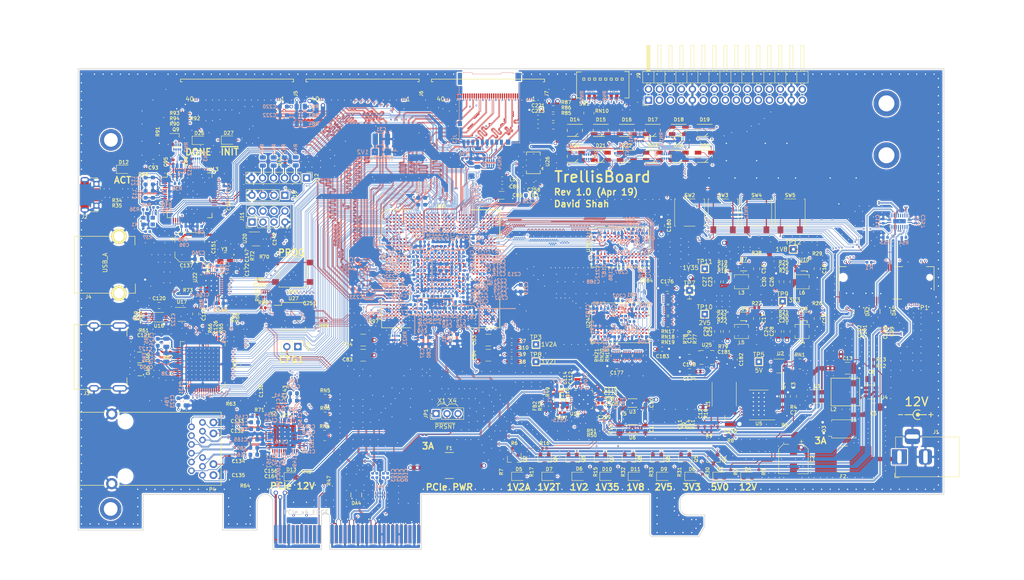
<source format=kicad_pcb>
(kicad_pcb (version 20171130) (host pcbnew 5.1.0)

  (general
    (thickness 1.6)
    (drawings 134)
    (tracks 47289)
    (zones 0)
    (modules 509)
    (nets 737)
  )

  (page A4)
  (layers
    (0 F.Cu signal)
    (1 In1.Cu signal)
    (2 In2.Cu signal)
    (3 In3.Cu signal)
    (4 In4.Cu signal)
    (5 In5.Cu signal)
    (6 In6.Cu signal)
    (31 B.Cu signal)
    (32 B.Adhes user)
    (33 F.Adhes user)
    (34 B.Paste user)
    (35 F.Paste user)
    (36 B.SilkS user)
    (37 F.SilkS user)
    (38 B.Mask user)
    (39 F.Mask user)
    (40 Dwgs.User user)
    (41 Cmts.User user)
    (42 Eco1.User user)
    (43 Eco2.User user)
    (44 Edge.Cuts user)
    (45 Margin user)
    (46 B.CrtYd user)
    (47 F.CrtYd user)
    (48 B.Fab user)
    (49 F.Fab user)
  )

  (setup
    (last_trace_width 0.0889)
    (user_trace_width 0.1)
    (user_trace_width 0.15)
    (user_trace_width 0.2)
    (user_trace_width 0.25)
    (user_trace_width 0.35)
    (user_trace_width 0.5)
    (user_trace_width 0.8)
    (user_trace_width 1)
    (trace_clearance 0.0889)
    (zone_clearance 0.15)
    (zone_45_only no)
    (trace_min 0.0889)
    (via_size 0.4)
    (via_drill 0.2)
    (via_min_size 0.4)
    (via_min_drill 0.2)
    (user_via 0.6 0.3)
    (user_via 0.8 0.5)
    (user_via 1 0.6)
    (user_via 1.5 1)
    (user_via 2 1.5)
    (uvia_size 0.3)
    (uvia_drill 0.1)
    (uvias_allowed no)
    (uvia_min_size 0.2)
    (uvia_min_drill 0.1)
    (edge_width 0.15)
    (segment_width 0.2)
    (pcb_text_width 0.3)
    (pcb_text_size 1.5 1.5)
    (mod_edge_width 0.15)
    (mod_text_size 1 1)
    (mod_text_width 0.15)
    (pad_size 1.524 1.524)
    (pad_drill 0.762)
    (pad_to_mask_clearance 0.051)
    (solder_mask_min_width 0.25)
    (aux_axis_origin 0 0)
    (visible_elements FFFDFFFF)
    (pcbplotparams
      (layerselection 0x010fc_ffffffff)
      (usegerberextensions false)
      (usegerberattributes false)
      (usegerberadvancedattributes false)
      (creategerberjobfile false)
      (excludeedgelayer true)
      (linewidth 0.100000)
      (plotframeref false)
      (viasonmask false)
      (mode 1)
      (useauxorigin false)
      (hpglpennumber 1)
      (hpglpenspeed 20)
      (hpglpendiameter 15.000000)
      (psnegative false)
      (psa4output false)
      (plotreference true)
      (plotvalue true)
      (plotinvisibletext false)
      (padsonsilk false)
      (subtractmaskfromsilk false)
      (outputformat 1)
      (mirror false)
      (drillshape 1)
      (scaleselection 1)
      (outputdirectory ""))
  )

  (net 0 "")
  (net 1 "/PCIe + SATA/DCU1_REFCLK-")
  (net 2 "/PCIe + SATA/DCU1_REFCLK+")
  (net 3 DDR3_A4)
  (net 4 DDR3_A6)
  (net 5 DDR3_A5)
  (net 6 DDR3_A7)
  (net 7 /DDR3/DDR3_VTT)
  (net 8 "Net-(R38-Pad2)")
  (net 9 +3V3)
  (net 10 /Power/1V2_EN)
  (net 11 /Power/2V5_EN)
  (net 12 /Power/1V35_EN)
  (net 13 "Net-(RN1-Pad4)")
  (net 14 +5V)
  (net 15 "Net-(RN1-Pad5)")
  (net 16 USD_D0)
  (net 17 USD_D3)
  (net 18 USD_CMD)
  (net 19 USD_D2)
  (net 20 "Net-(RN23-Pad1)")
  (net 21 GND)
  (net 22 "/FPGA IO/CFG0")
  (net 23 "Net-(RN23-Pad8)")
  (net 24 "/FPGA IO/CFG1")
  (net 25 "/FPGA IO/CFG2")
  (net 26 "/FPGA IO/FLASH_D3")
  (net 27 "/FPGA IO/FLASH_D1")
  (net 28 "/FPGA IO/FLASH_D2")
  (net 29 "/FPGA IO/FLASH_D0")
  (net 30 DDR3_WE)
  (net 31 DDR3_CKE)
  (net 32 DDR3_CS)
  (net 33 DDR3_ODT)
  (net 34 DDR3_CAS)
  (net 35 DDR3_BA2)
  (net 36 DDR3_RAS)
  (net 37 DDR3_BA1)
  (net 38 DDR3_A12)
  (net 39 DDR3_A14)
  (net 40 DDR3_A13)
  (net 41 DDR3_BA0)
  (net 42 DDR3_A11)
  (net 43 DDR3_A9)
  (net 44 DDR3_A10)
  (net 45 DDR3_A8)
  (net 46 DDR3_A0)
  (net 47 DDR3_A2)
  (net 48 DDR3_A1)
  (net 49 DDR3_A3)
  (net 50 "/HDMI, GbE, USB/ETH_LED2")
  (net 51 ETH_~RESET)
  (net 52 "/HDMI, GbE, USB/ETH_LED1")
  (net 53 RGMII_REF_CLK)
  (net 54 "Net-(D18-Pad4)")
  (net 55 "Net-(D20-Pad4)")
  (net 56 "Net-(D19-Pad4)")
  (net 57 "Net-(D21-Pad4)")
  (net 58 "Net-(D25-Pad4)")
  (net 59 "Net-(D23-Pad4)")
  (net 60 "Net-(D24-Pad4)")
  (net 61 "Net-(D22-Pad4)")
  (net 62 FTDI_D1_RX)
  (net 63 FTDI_~WR)
  (net 64 FTDI_~RD)
  (net 65 FTDI_~SIWU)
  (net 66 RGMII_RXD0)
  (net 67 RGMII_RXD2)
  (net 68 RGMII_RXD1)
  (net 69 RGMII_RXD3)
  (net 70 RGMII_RX_DV)
  (net 71 ETH_MDIO)
  (net 72 RGMII_RX_CLK)
  (net 73 ETH_INT_N)
  (net 74 "Net-(D17-Pad1)")
  (net 75 "Net-(D16-Pad1)")
  (net 76 "Net-(D14-Pad1)")
  (net 77 "Net-(D15-Pad1)")
  (net 78 DIP_SW1)
  (net 79 DIP_SW0)
  (net 80 DIP_SW2)
  (net 81 DIP_SW3)
  (net 82 DIP_SW7)
  (net 83 DIP_SW6)
  (net 84 DIP_SW4)
  (net 85 DIP_SW5)
  (net 86 "Net-(D14-Pad4)")
  (net 87 "Net-(D16-Pad4)")
  (net 88 "Net-(D15-Pad4)")
  (net 89 "Net-(D17-Pad4)")
  (net 90 "Net-(D21-Pad1)")
  (net 91 "Net-(D20-Pad1)")
  (net 92 "Net-(D18-Pad1)")
  (net 93 "Net-(D19-Pad1)")
  (net 94 BTN1)
  (net 95 BTN0)
  (net 96 BTN2)
  (net 97 BTN3)
  (net 98 "Net-(D25-Pad1)")
  (net 99 "Net-(D24-Pad1)")
  (net 100 "Net-(D22-Pad1)")
  (net 101 "Net-(D23-Pad1)")
  (net 102 "/FPGA IO/VCCIO7")
  (net 103 "Net-(R44-Pad2)")
  (net 104 JTAG_TDO)
  (net 105 JTAG_TDI)
  (net 106 "Net-(R43-Pad2)")
  (net 107 "Net-(R42-Pad2)")
  (net 108 JTAG_TCK)
  (net 109 JTAG_TMS)
  (net 110 "Net-(R45-Pad2)")
  (net 111 "/PCIe + SATA/CLKAUXO+")
  (net 112 +1V8)
  (net 113 +2V5)
  (net 114 "/PCIe + SATA/CLKAUXO-")
  (net 115 "/FPGA IO/VCCIO6")
  (net 116 CLK_SDA)
  (net 117 "Net-(R36-Pad2)")
  (net 118 FPGA_12MHz)
  (net 119 "/PCIe + SATA/PCIe_REFCLK+")
  (net 120 "/PCIe + SATA/PCIe_REFCLK-")
  (net 121 PCIe_12V)
  (net 122 "Net-(D13-Pad2)")
  (net 123 ~PERST)
  (net 124 "Net-(P3-PadA11)")
  (net 125 "Net-(D12-Pad2)")
  (net 126 "Net-(R40-Pad1)")
  (net 127 "Net-(R39-Pad1)")
  (net 128 "Net-(R38-Pad1)")
  (net 129 "Net-(R12-Pad2)")
  (net 130 "/PCIe + SATA/3V3_C")
  (net 131 "/PCIe + SATA/3V3_CA")
  (net 132 "Net-(R57-Pad1)")
  (net 133 "Net-(R58-Pad2)")
  (net 134 FABRIC_REFCLK)
  (net 135 "/HDMI, GbE, USB/PORT_SCL")
  (net 136 "/HDMI, GbE, USB/PORT_SDA")
  (net 137 "Net-(C121-Pad1)")
  (net 138 "Net-(R62-Pad1)")
  (net 139 /Power/3V3_PG)
  (net 140 "Net-(D27-Pad2)")
  (net 141 "/FPGA IO/~PROGRAM")
  (net 142 "Net-(R80-Pad1)")
  (net 143 "Net-(R81-Pad1)")
  (net 144 "/FPGA IO/FLASH_~CS")
  (net 145 "/FPGA IO/FLASH_CLK")
  (net 146 "/FPGA IO/DONE")
  (net 147 "Net-(Q9-Pad1)")
  (net 148 "Net-(D26-Pad2)")
  (net 149 "Net-(R79-Pad1)")
  (net 150 "/FPGA IO/~INIT")
  (net 151 "Net-(C9-Pad1)")
  (net 152 "Net-(C11-Pad1)")
  (net 153 "Net-(Q2-Pad3)")
  (net 154 "Net-(D5-Pad1)")
  (net 155 /Power/1V2_PG)
  (net 156 USD_D1)
  (net 157 USD_CLK)
  (net 158 "Net-(R97-Pad1)")
  (net 159 "Net-(Q2-Pad1)")
  (net 160 +1V2A)
  (net 161 "Net-(R5-Pad2)")
  (net 162 "Net-(D2-Pad2)")
  (net 163 "Net-(C7-Pad1)")
  (net 164 "Net-(D4-Pad2)")
  (net 165 +12V)
  (net 166 "Net-(R74-Pad1)")
  (net 167 "/Debug Interface/PORT_D-")
  (net 168 "/Debug Interface/FTDI_D-")
  (net 169 "/Debug Interface/FTDI_D+")
  (net 170 "/Debug Interface/PORT_D+")
  (net 171 "Net-(C22-Pad2)")
  (net 172 "Net-(R71-Pad2)")
  (net 173 "/HDMI, GbE, USB/USB_XO")
  (net 174 "/HDMI, GbE, USB/USB_XI")
  (net 175 "Net-(R73-Pad1)")
  (net 176 "/HDMI, GbE, USB/USBA_VBUS")
  (net 177 "/HDMI, GbE, USB/EXTVBUS")
  (net 178 DVI_SCL)
  (net 179 DVI_SDA)
  (net 180 CLK_SCL)
  (net 181 "Net-(R70-Pad1)")
  (net 182 "Net-(C175-Pad2)")
  (net 183 DDR3_CLK+)
  (net 184 "Net-(P4-Pad16)")
  (net 185 "Net-(R66-Pad1)")
  (net 186 "Net-(R65-Pad1)")
  (net 187 "/HDMI, GbE, USB/HDMI_HPD")
  (net 188 DDR3_CLK-)
  (net 189 "Net-(C179-Pad1)")
  (net 190 +1V35)
  (net 191 +1V2)
  (net 192 "Net-(D10-Pad2)")
  (net 193 "Net-(P4-Pad14)")
  (net 194 "Net-(C12-Pad2)")
  (net 195 "Net-(D6-Pad2)")
  (net 196 +1V2T)
  (net 197 "Net-(Q4-Pad1)")
  (net 198 "Net-(Q4-Pad3)")
  (net 199 "Net-(D7-Pad1)")
  (net 200 "Net-(C19-Pad2)")
  (net 201 "Net-(C20-Pad2)")
  (net 202 "Net-(C21-Pad2)")
  (net 203 "/Debug Interface/FTDI_12MHz")
  (net 204 "Net-(D11-Pad2)")
  (net 205 /Power/2V5_PG)
  (net 206 /Power/1V35_PG)
  (net 207 /Power/1V8_PG)
  (net 208 "Net-(D8-Pad2)")
  (net 209 "Net-(D9-Pad2)")
  (net 210 "Net-(C8-Pad2)")
  (net 211 "Net-(C8-Pad1)")
  (net 212 /Power/PWR_EN)
  (net 213 "/HDMI, GbE, USB/HDMI_5V")
  (net 214 "Net-(U17-Pad3)")
  (net 215 "Net-(D9-Pad1)")
  (net 216 "Net-(D11-Pad1)")
  (net 217 "Net-(D26-Pad1)")
  (net 218 "Net-(D2-Pad1)")
  (net 219 "Net-(D6-Pad1)")
  (net 220 "Net-(D10-Pad1)")
  (net 221 "Net-(D8-Pad1)")
  (net 222 "Net-(U1-Pad3)")
  (net 223 DDR3_Vref)
  (net 224 DDR3_Vtt_EN)
  (net 225 "Net-(U5-Pad2)")
  (net 226 "Net-(L1-Pad1)")
  (net 227 "Net-(C11-Pad2)")
  (net 228 "Net-(U13-Pad3)")
  (net 229 "/Debug Interface/Vphy")
  (net 230 "/Debug Interface/Vpll")
  (net 231 "/Debug Interface/JTAG_ACT")
  (net 232 "Net-(U13-Pad22)")
  (net 233 "Net-(U13-Pad23)")
  (net 234 "Net-(U13-Pad24)")
  (net 235 "Net-(U13-Pad26)")
  (net 236 "Net-(U13-Pad27)")
  (net 237 "Net-(U13-Pad28)")
  (net 238 "Net-(U13-Pad29)")
  (net 239 "Net-(U13-Pad30)")
  (net 240 "Net-(U13-Pad32)")
  (net 241 "Net-(U13-Pad33)")
  (net 242 "Net-(U13-Pad34)")
  (net 243 "Net-(U13-Pad36)")
  (net 244 FTDI_D0_TX)
  (net 245 FTDI_D2)
  (net 246 FTDI_D3)
  (net 247 FTDI_D4)
  (net 248 FTDI_D5)
  (net 249 FTDI_D6)
  (net 250 FTDI_D7)
  (net 251 FTDI_~RXF)
  (net 252 "Net-(U13-Pad49)")
  (net 253 "Net-(U13-Pad50)")
  (net 254 FTDI_~TXE)
  (net 255 "Net-(U13-Pad57)")
  (net 256 "Net-(U13-Pad58)")
  (net 257 "Net-(U13-Pad59)")
  (net 258 "Net-(U13-Pad60)")
  (net 259 "/HDMI, GbE, USB/DVI_DVDD")
  (net 260 DVI_DE)
  (net 261 DVI_HSYNC)
  (net 262 DVI_VSYNC)
  (net 263 "Net-(U19-Pad11)")
  (net 264 "/HDMI, GbE, USB/DVI_PVDD")
  (net 265 "/HDMI, GbE, USB/TMDS_CLK-")
  (net 266 "/HDMI, GbE, USB/TMDS_CLK+")
  (net 267 "/HDMI, GbE, USB/DVI_TVDD")
  (net 268 "/HDMI, GbE, USB/TMDS_D0-")
  (net 269 "/HDMI, GbE, USB/TMDS_D0+")
  (net 270 "/HDMI, GbE, USB/TMDS_D1-")
  (net 271 "/HDMI, GbE, USB/TMDS_D1+")
  (net 272 "/HDMI, GbE, USB/TMDS_D2-")
  (net 273 "/HDMI, GbE, USB/TMDS_D2+")
  (net 274 DVI_D23)
  (net 275 DVI_D22)
  (net 276 DVI_D21)
  (net 277 DVI_D20)
  (net 278 DVI_D19)
  (net 279 DVI_D18)
  (net 280 DVI_D17)
  (net 281 DVI_D16)
  (net 282 DVI_D15)
  (net 283 DVI_D14)
  (net 284 DVI_D13)
  (net 285 DVI_D12)
  (net 286 "Net-(U19-Pad49)")
  (net 287 DVI_D11)
  (net 288 DVI_D10)
  (net 289 DVI_D9)
  (net 290 DVI_D8)
  (net 291 DVI_D7)
  (net 292 DVI_D6)
  (net 293 DVI_CLK)
  (net 294 DVI_D5)
  (net 295 DVI_D4)
  (net 296 DVI_D3)
  (net 297 DVI_D2)
  (net 298 DVI_D1)
  (net 299 DVI_D0)
  (net 300 "/HDMI, GbE, USB/AVDDH")
  (net 301 "/HDMI, GbE, USB/MX4-")
  (net 302 "/HDMI, GbE, USB/MX4+")
  (net 303 "/HDMI, GbE, USB/AVDDL")
  (net 304 "/HDMI, GbE, USB/MX3-")
  (net 305 "/HDMI, GbE, USB/MX3+")
  (net 306 "/HDMI, GbE, USB/MX2-")
  (net 307 "/HDMI, GbE, USB/MX2+")
  (net 308 "/HDMI, GbE, USB/MX1-")
  (net 309 "/HDMI, GbE, USB/MX1+")
  (net 310 "Net-(U21-Pad13)")
  (net 311 RGMII_TXD0)
  (net 312 RGMII_TXD1)
  (net 313 RGMII_TXD2)
  (net 314 RGMII_TXD3)
  (net 315 RGMII_TX_CLK)
  (net 316 RGMII_TX_EN)
  (net 317 ETH_MDC)
  (net 318 "Net-(U21-Pad43)")
  (net 319 "/HDMI, GbE, USB/AVDDL_PLL")
  (net 320 "/HDMI, GbE, USB/ETH_XO")
  (net 321 "/HDMI, GbE, USB/ETH_XI")
  (net 322 "Net-(U21-Pad47)")
  (net 323 "Net-(U22-Pad3)")
  (net 324 "Net-(U22-Pad5)")
  (net 325 "/HDMI, GbE, USB/USBA_D+")
  (net 326 "/HDMI, GbE, USB/USBA_D-")
  (net 327 ULPI_RESET)
  (net 328 ULPI_NXT)
  (net 329 ULPI_DIR)
  (net 330 ULPI_STP)
  (net 331 ULPI_CLKO)
  (net 332 "/HDMI, GbE, USB/USB1V8")
  (net 333 ULPI_D7)
  (net 334 ULPI_D6)
  (net 335 ULPI_D5)
  (net 336 ULPI_D4)
  (net 337 ULPI_D3)
  (net 338 ULPI_D2)
  (net 339 ULPI_D1)
  (net 340 ULPI_D0)
  (net 341 "Net-(C117-Pad1)")
  (net 342 "Net-(C115-Pad2)")
  (net 343 CLK_SD_OE)
  (net 344 "/PCIe + SATA/1V8_C")
  (net 345 "Net-(U16-Pad16)")
  (net 346 "/PCIe + SATA/DCU0_REFCLK-")
  (net 347 "/PCIe + SATA/DCU0_REFCLK+")
  (net 348 "Net-(U16-Pad24)")
  (net 349 DDR3_DQ13)
  (net 350 DDR3_DQ15)
  (net 351 DDR3_DQ12)
  (net 352 DDR3_DQS1-)
  (net 353 DDR3_DQ14)
  (net 354 DDR3_DQ11)
  (net 355 DDR3_DQ9)
  (net 356 DDR3_DQS1+)
  (net 357 DDR3_DQ10)
  (net 358 DDR3_DM1)
  (net 359 DDR3_DQ8)
  (net 360 DDR3_DQ0)
  (net 361 DDR3_DM0)
  (net 362 DDR3_DQ2)
  (net 363 DDR3_DQS0+)
  (net 364 DDR3_DQ1)
  (net 365 DDR3_DQ3)
  (net 366 DDR3_DQ6)
  (net 367 DDR3_DQS0-)
  (net 368 DDR3_DQ4)
  (net 369 DDR3_DQ7)
  (net 370 DDR3_DQ5)
  (net 371 "Net-(U23-PadJ1)")
  (net 372 "Net-(U23-PadJ9)")
  (net 373 "Net-(U23-PadL1)")
  (net 374 "Net-(U23-PadL9)")
  (net 375 "Net-(U23-PadM7)")
  (net 376 DDR3_RESET)
  (net 377 "Net-(U24-PadM7)")
  (net 378 "Net-(U24-PadL9)")
  (net 379 "Net-(U24-PadL1)")
  (net 380 "Net-(U24-PadJ9)")
  (net 381 "Net-(U24-PadJ1)")
  (net 382 DDR3_DQ21)
  (net 383 DDR3_DQ23)
  (net 384 DDR3_DQ20)
  (net 385 DDR3_DQS2-)
  (net 386 DDR3_DQ22)
  (net 387 DDR3_DQ19)
  (net 388 DDR3_DQ17)
  (net 389 DDR3_DQS2+)
  (net 390 DDR3_DQ18)
  (net 391 DDR3_DM2)
  (net 392 DDR3_DQ16)
  (net 393 DDR3_DQ24)
  (net 394 DDR3_DM3)
  (net 395 DDR3_DQ26)
  (net 396 DDR3_DQS3+)
  (net 397 DDR3_DQ25)
  (net 398 DDR3_DQ27)
  (net 399 DDR3_DQ30)
  (net 400 DDR3_DQS3-)
  (net 401 DDR3_DQ28)
  (net 402 DDR3_DQ31)
  (net 403 DDR3_DQ29)
  (net 404 "Net-(X1-Pad1)")
  (net 405 "Net-(L4-Pad1)")
  (net 406 "Net-(L5-Pad1)")
  (net 407 "Net-(L3-Pad1)")
  (net 408 "Net-(L6-Pad1)")
  (net 409 "/FPGA Core Power/VCCHTX1")
  (net 410 "/FPGA Core Power/VCCHTX0")
  (net 411 "/FPGA Core Power/VCCA0")
  (net 412 "/FPGA Core Power/VCCAUX")
  (net 413 "/FPGA Core Power/VCCA1")
  (net 414 "/PCIe + SATA/DCU1_RX1-")
  (net 415 "/PCIe + SATA/DCU1_RX1+")
  (net 416 "/PCIe + SATA/DCU1_RX0-")
  (net 417 "/PCIe + SATA/DCU1_RX0+")
  (net 418 "/PCIe + SATA/PCIe_HSI0+")
  (net 419 "/PCIe + SATA/PCIe_HSI0-")
  (net 420 "/PCIe + SATA/PCIe_HSI1+")
  (net 421 "/PCIe + SATA/PCIe_HSI1-")
  (net 422 "/PCIe + SATA/DCU0_RX0+")
  (net 423 "/PCIe + SATA/DCU0_RX0-")
  (net 424 "/PCIe + SATA/DCU0_RX1+")
  (net 425 "/PCIe + SATA/DCU0_RX1-")
  (net 426 "Net-(U6-Pad2)")
  (net 427 "Net-(U6-Pad5)")
  (net 428 "Net-(U3-Pad5)")
  (net 429 "Net-(U3-Pad2)")
  (net 430 "Net-(U10-Pad4)")
  (net 431 "Net-(U9-Pad4)")
  (net 432 "Net-(U8-Pad4)")
  (net 433 "Net-(U7-Pad4)")
  (net 434 "Net-(J5-Pad38)")
  (net 435 "/FPGA IO/EXT0_11-")
  (net 436 "/FPGA IO/EXT0_11+")
  (net 437 "/FPGA IO/EXT0_10-")
  (net 438 "/FPGA IO/EXT0_10+")
  (net 439 "/FPGA IO/EXT0_9-")
  (net 440 "/FPGA IO/EXT0_9+")
  (net 441 "/FPGA IO/EXT0_8-")
  (net 442 "/FPGA IO/EXT0_8+")
  (net 443 "/FPGA IO/EXT0_7-")
  (net 444 "/FPGA IO/EXT0_7+")
  (net 445 "/FPGA IO/EXT0_6-")
  (net 446 "/FPGA IO/EXT0_6+")
  (net 447 "/FPGA IO/EXT0_5-")
  (net 448 "/FPGA IO/EXT0_5+")
  (net 449 "/FPGA IO/EXT0_4-")
  (net 450 "/FPGA IO/EXT0_4+")
  (net 451 "/FPGA IO/EXT0_3-")
  (net 452 "/FPGA IO/EXT0_3+")
  (net 453 "/FPGA IO/EXT0_2-")
  (net 454 "/FPGA IO/EXT0_2+")
  (net 455 "/FPGA IO/EXT0_1-")
  (net 456 "/FPGA IO/EXT0_1+")
  (net 457 "/FPGA IO/EXT0_0-")
  (net 458 "/FPGA IO/EXT0_0+")
  (net 459 "Net-(J6-Pad38)")
  (net 460 "/FPGA IO/EXT1_11-")
  (net 461 "/FPGA IO/EXT1_11+")
  (net 462 "/FPGA IO/EXT1_10-")
  (net 463 "/FPGA IO/EXT1_10+")
  (net 464 "/FPGA IO/EXT1_9-")
  (net 465 "/FPGA IO/EXT1_9+")
  (net 466 "/FPGA IO/EXT1_8-")
  (net 467 "/FPGA IO/EXT1_8+")
  (net 468 "/FPGA IO/EXT1_7-")
  (net 469 "/FPGA IO/EXT1_7+")
  (net 470 "/FPGA IO/EXT1_6-")
  (net 471 "/FPGA IO/EXT1_6+")
  (net 472 "/FPGA IO/EXT1_5-")
  (net 473 "/FPGA IO/EXT1_5+")
  (net 474 "/FPGA IO/EXT1_4-")
  (net 475 "/FPGA IO/EXT1_4+")
  (net 476 "/FPGA IO/EXT1_3-")
  (net 477 "/FPGA IO/EXT1_3+")
  (net 478 "/FPGA IO/EXT1_2-")
  (net 479 "/FPGA IO/EXT1_2+")
  (net 480 "/FPGA IO/EXT1_1-")
  (net 481 "/FPGA IO/EXT1_1+")
  (net 482 "/FPGA IO/EXT1_0-")
  (net 483 "/FPGA IO/EXT1_0+")
  (net 484 "/FPGA IO/EXT2_0+")
  (net 485 "/FPGA IO/EXT2_0-")
  (net 486 "/FPGA IO/EXT2_1+")
  (net 487 "/FPGA IO/EXT2_1-")
  (net 488 "/FPGA IO/EXT2_2+")
  (net 489 "/FPGA IO/EXT2_2-")
  (net 490 "/FPGA IO/EXT2_3+")
  (net 491 "/FPGA IO/EXT2_3-")
  (net 492 "/FPGA IO/EXT2_4+")
  (net 493 "/FPGA IO/EXT2_4-")
  (net 494 "/FPGA IO/EXT2_5+")
  (net 495 "/FPGA IO/EXT2_5-")
  (net 496 "/FPGA IO/EXT2_6+")
  (net 497 "/FPGA IO/EXT2_6-")
  (net 498 "/FPGA IO/EXT2_7+")
  (net 499 "/FPGA IO/EXT2_7-")
  (net 500 "/FPGA IO/EXT2_8+")
  (net 501 "/FPGA IO/EXT2_8-")
  (net 502 "/FPGA IO/EXT2_9+")
  (net 503 "/FPGA IO/EXT2_9-")
  (net 504 "/FPGA IO/EXT2_10+")
  (net 505 "/FPGA IO/EXT2_10-")
  (net 506 "/FPGA IO/EXT2_11+")
  (net 507 "/FPGA IO/EXT2_11-")
  (net 508 "Net-(J7-Pad38)")
  (net 509 "Net-(C132-Pad1)")
  (net 510 "Net-(C135-Pad1)")
  (net 511 "Net-(C133-Pad1)")
  (net 512 "Net-(C134-Pad1)")
  (net 513 "Net-(P3-PadB5)")
  (net 514 "Net-(P3-PadB6)")
  (net 515 "Net-(P3-PadB8)")
  (net 516 "Net-(P3-PadB9)")
  (net 517 "Net-(P3-PadB10)")
  (net 518 PCIe_~WAKE)
  (net 519 "Net-(P3-PadB12)")
  (net 520 "/PCIe + SATA/~PRSNT2~_X1")
  (net 521 "Net-(P3-PadB23)")
  (net 522 "Net-(P3-PadB24)")
  (net 523 "Net-(P3-PadB27)")
  (net 524 "Net-(P3-PadB28)")
  (net 525 "Net-(P3-PadB30)")
  (net 526 "/PCIe + SATA/~PRSNT2~_X4")
  (net 527 "/PCIe + SATA/~PRSNT1")
  (net 528 "Net-(P3-PadA5)")
  (net 529 "Net-(P3-PadA6)")
  (net 530 "Net-(P3-PadA7)")
  (net 531 "Net-(P3-PadA8)")
  (net 532 "Net-(P3-PadA9)")
  (net 533 "Net-(P3-PadA10)")
  (net 534 "Net-(P3-PadA19)")
  (net 535 "Net-(P3-PadA25)")
  (net 536 "Net-(P3-PadA26)")
  (net 537 "Net-(P3-PadA29)")
  (net 538 "Net-(P3-PadA30)")
  (net 539 "Net-(P3-PadA32)")
  (net 540 "Net-(U26-Pad1)")
  (net 541 "Net-(U26-Pad2)")
  (net 542 "/FPGA IO/CLK100+")
  (net 543 "/FPGA IO/CLK100-")
  (net 544 "Net-(J3-Pad14)")
  (net 545 "Net-(J3-Pad13)")
  (net 546 LED2)
  (net 547 LED11)
  (net 548 LED10)
  (net 549 LED0)
  (net 550 LED1)
  (net 551 LED3)
  (net 552 LED4)
  (net 553 LED5)
  (net 554 LED6)
  (net 555 LED7)
  (net 556 LED8)
  (net 557 LED9)
  (net 558 "Net-(F2-Pad2)")
  (net 559 "Net-(U15-PadR1)")
  (net 560 "Net-(U15-PadT2)")
  (net 561 "Net-(U15-PadAB2)")
  (net 562 "Net-(U15-PadAC2)")
  (net 563 "Net-(U15-PadAE2)")
  (net 564 "Net-(U15-PadAG2)")
  (net 565 "Net-(U15-PadA3)")
  (net 566 "Net-(U15-PadV3)")
  (net 567 "Net-(U15-PadW3)")
  (net 568 "Net-(U15-PadY3)")
  (net 569 "Net-(U15-PadAC3)")
  (net 570 "Net-(U15-PadAG3)")
  (net 571 "Net-(U15-PadAL3)")
  (net 572 "Net-(U15-PadB4)")
  (net 573 "Net-(U15-PadH4)")
  (net 574 "Net-(U15-PadAC4)")
  (net 575 "Net-(U15-PadA5)")
  (net 576 "Net-(U15-PadL5)")
  (net 577 "Net-(U15-PadW6)")
  (net 578 "Net-(U15-PadD7)")
  (net 579 "Net-(U15-PadE7)")
  (net 580 "Net-(U15-PadAE7)")
  (net 581 "Net-(U15-PadG9)")
  (net 582 "/PCIe + SATA/DCU0_TX0+")
  (net 583 "Net-(U15-PadG10)")
  (net 584 "/PCIe + SATA/DCU0_TX0-")
  (net 585 "Net-(U15-PadG11)")
  (net 586 "/PCIe + SATA/DCU0_TX1+")
  (net 587 "/PCIe + SATA/DCU0_TX1-")
  (net 588 "/FPGA IO/PMOD1_10")
  (net 589 "/FPGA IO/PMOD1_9")
  (net 590 "Net-(U15-PadG14)")
  (net 591 "Net-(U15-PadG15)")
  (net 592 "Net-(U15-PadAK15)")
  (net 593 "Net-(U15-PadG16)")
  (net 594 "Net-(U15-PadAK16)")
  (net 595 "Net-(U15-PadG17)")
  (net 596 "Net-(U15-PadG18)")
  (net 597 "/PCIe + SATA/DCU1_TX0+")
  (net 598 "Net-(U15-PadG19)")
  (net 599 "/PCIe + SATA/DCU1_TX0-")
  (net 600 "/FPGA IO/PMOD1_8")
  (net 601 "/FPGA IO/PMOD1_7")
  (net 602 "/PCIe + SATA/DCU1_TX1+")
  (net 603 "/PCIe + SATA/DCU1_TX1-")
  (net 604 "/FPGA IO/EXIO_5")
  (net 605 "/FPGA IO/EXIO_4")
  (net 606 "/FPGA IO/EXIO_3")
  (net 607 "Net-(U15-PadG22)")
  (net 608 "/FPGA IO/PMOD1_3")
  (net 609 "/FPGA IO/PMOD1_2")
  (net 610 "/FPGA IO/PMOD1_0")
  (net 611 "/FPGA IO/PMOD1_1")
  (net 612 "/FPGA IO/EXIO_2")
  (net 613 "Net-(U15-PadG23)")
  (net 614 "/FPGA IO/EXIO_1")
  (net 615 "/FPGA IO/PMOD0_10")
  (net 616 "/FPGA IO/EXIO_0")
  (net 617 "/FPGA IO/PMOD0_9")
  (net 618 "Net-(U15-PadG24)")
  (net 619 "Net-(U15-PadAG24)")
  (net 620 "Net-(U15-PadAK24)")
  (net 621 "/FPGA IO/PMOD0_8")
  (net 622 "/FPGA IO/PMOD0_3")
  (net 623 "/FPGA IO/PMOD0_7")
  (net 624 "/FPGA IO/PMOD0_2")
  (net 625 "/FPGA IO/PMOD0_1")
  (net 626 "Net-(U15-PadAK25)")
  (net 627 "/FPGA IO/PMOD0_0")
  (net 628 "Net-(U15-PadB26)")
  (net 629 "Net-(U15-PadE26)")
  (net 630 "Net-(U15-PadAE26)")
  (net 631 "Net-(U15-PadJ27)")
  (net 632 "Net-(U15-PadW27)")
  (net 633 "Net-(U15-PadC28)")
  (net 634 "Net-(U15-PadL28)")
  (net 635 "Net-(U15-PadAC28)")
  (net 636 "Net-(U15-PadH29)")
  (net 637 "Net-(U15-PadP29)")
  (net 638 "Net-(U15-PadAB29)")
  (net 639 "Net-(U15-PadAC29)")
  (net 640 "Net-(U15-PadAE29)")
  (net 641 "Net-(U15-PadAJ29)")
  (net 642 "Net-(U15-PadP30)")
  (net 643 "Net-(U15-PadR30)")
  (net 644 "Net-(U15-PadV30)")
  (net 645 "Net-(U15-PadAB30)")
  (net 646 "Net-(U15-PadAE30)")
  (net 647 "Net-(U15-PadAJ30)")
  (net 648 "Net-(U15-PadA31)")
  (net 649 "Net-(U15-PadAG31)")
  (net 650 "Net-(U15-PadAK31)")
  (net 651 "Net-(U15-PadAG32)")
  (net 652 "Net-(J2-Pad1)")
  (net 653 "Net-(J2-Pad4)")
  (net 654 "Net-(U15-PadAD27)")
  (net 655 "Net-(U15-PadF30)")
  (net 656 "Net-(U15-PadN27)")
  (net 657 "Net-(U15-PadU29)")
  (net 658 "Net-(U15-PadW1)")
  (net 659 "Net-(U15-PadV1)")
  (net 660 "Net-(U15-PadY7)")
  (net 661 "Net-(U15-PadY6)")
  (net 662 "Net-(U15-PadAC5)")
  (net 663 "Net-(U15-PadAD4)")
  (net 664 "Net-(U15-PadY4)")
  (net 665 "Net-(U15-PadW4)")
  (net 666 "Net-(U15-PadJ4)")
  (net 667 "Net-(U15-PadL3)")
  (net 668 "Net-(U15-PadL2)")
  (net 669 "Net-(U15-PadK2)")
  (net 670 "Net-(U15-PadL1)")
  (net 671 "Net-(U15-PadK1)")
  (net 672 "Net-(U15-PadJ1)")
  (net 673 "Net-(U15-PadD1)")
  (net 674 "Net-(U15-PadC1)")
  (net 675 "Net-(U15-PadF2)")
  (net 676 "Net-(U15-PadE1)")
  (net 677 "Net-(U15-PadE4)")
  (net 678 "Net-(U15-PadD4)")
  (net 679 "Net-(P1-Pad52)")
  (net 680 M2_CLKSEL)
  (net 681 "Net-(R54-Pad1)")
  (net 682 "/PCIe + SATA/M2_REFCLK+")
  (net 683 "/PCIe + SATA/M2_REFCLK-")
  (net 684 "Net-(U11-Pad17)")
  (net 685 "Net-(U11-Pad16)")
  (net 686 "/PCIe + SATA/CLKREFO+")
  (net 687 "/PCIe + SATA/CLKREFO-")
  (net 688 "/PCIe + SATA/M2_RX0+")
  (net 689 "/PCIe + SATA/M2_RX0-")
  (net 690 "/PCIe + SATA/M2_RX1+")
  (net 691 "/PCIe + SATA/M2_RX1-")
  (net 692 M2_CTS)
  (net 693 M2_RTS)
  (net 694 M2_SDIO_D0)
  (net 695 M2_TXD)
  (net 696 M2_SDIO_D3)
  (net 697 M2_SDIO_D2)
  (net 698 M2_SDIO_D1)
  (net 699 M2_SDIO_CLK)
  (net 700 M2_SDIO_CMD)
  (net 701 "Net-(P1-Pad3)")
  (net 702 "Net-(P1-Pad5)")
  (net 703 "Net-(P1-Pad6)")
  (net 704 "Net-(P1-Pad8)")
  (net 705 "Net-(P1-Pad10)")
  (net 706 "Net-(P1-Pad12)")
  (net 707 "Net-(P1-Pad14)")
  (net 708 "Net-(P1-Pad16)")
  (net 709 "Net-(P1-Pad20)")
  (net 710 "Net-(P1-Pad21)")
  (net 711 "Net-(P1-Pad23)")
  (net 712 "Net-(P1-Pad38)")
  (net 713 "Net-(P1-Pad40)")
  (net 714 "Net-(P1-Pad42)")
  (net 715 "Net-(P1-Pad44)")
  (net 716 "Net-(P1-Pad46)")
  (net 717 "Net-(P1-Pad48)")
  (net 718 "Net-(P1-Pad50)")
  (net 719 "Net-(P1-Pad53)")
  (net 720 "Net-(P1-Pad54)")
  (net 721 "Net-(P1-Pad55)")
  (net 722 "Net-(P1-Pad56)")
  (net 723 "Net-(P1-Pad58)")
  (net 724 "Net-(P1-Pad60)")
  (net 725 "Net-(P1-Pad62)")
  (net 726 "Net-(P1-Pad64)")
  (net 727 "Net-(P1-Pad66)")
  (net 728 "Net-(P1-Pad68)")
  (net 729 "Net-(P1-Pad70)")
  (net 730 "Net-(C258-Pad1)")
  (net 731 M2_RXD)
  (net 732 "Net-(U15-PadA4)")
  (net 733 "Net-(RN2-Pad4)")
  (net 734 "Net-(RN2-Pad2)")
  (net 735 "Net-(RN2-Pad3)")
  (net 736 "Net-(C260-Pad1)")

  (net_class Default "This is the default net class."
    (clearance 0.0889)
    (trace_width 0.0889)
    (via_dia 0.4)
    (via_drill 0.2)
    (uvia_dia 0.3)
    (uvia_drill 0.1)
    (diff_pair_width 0.11)
    (diff_pair_gap 0.11)
    (add_net +12V)
    (add_net +1V2)
    (add_net +1V2A)
    (add_net +1V2T)
    (add_net +1V35)
    (add_net +1V8)
    (add_net +2V5)
    (add_net +3V3)
    (add_net +5V)
    (add_net /DDR3/DDR3_VTT)
    (add_net "/Debug Interface/FTDI_12MHz")
    (add_net "/Debug Interface/FTDI_D+")
    (add_net "/Debug Interface/FTDI_D-")
    (add_net "/Debug Interface/JTAG_ACT")
    (add_net "/Debug Interface/PORT_D+")
    (add_net "/Debug Interface/PORT_D-")
    (add_net "/Debug Interface/Vphy")
    (add_net "/Debug Interface/Vpll")
    (add_net "/FPGA Core Power/VCCA0")
    (add_net "/FPGA Core Power/VCCA1")
    (add_net "/FPGA Core Power/VCCAUX")
    (add_net "/FPGA Core Power/VCCHTX0")
    (add_net "/FPGA Core Power/VCCHTX1")
    (add_net "/FPGA IO/CFG0")
    (add_net "/FPGA IO/CFG1")
    (add_net "/FPGA IO/CFG2")
    (add_net "/FPGA IO/CLK100+")
    (add_net "/FPGA IO/CLK100-")
    (add_net "/FPGA IO/DONE")
    (add_net "/FPGA IO/EXIO_0")
    (add_net "/FPGA IO/EXIO_1")
    (add_net "/FPGA IO/EXIO_2")
    (add_net "/FPGA IO/EXIO_3")
    (add_net "/FPGA IO/EXIO_4")
    (add_net "/FPGA IO/EXIO_5")
    (add_net "/FPGA IO/EXT0_0+")
    (add_net "/FPGA IO/EXT0_0-")
    (add_net "/FPGA IO/EXT0_1+")
    (add_net "/FPGA IO/EXT0_1-")
    (add_net "/FPGA IO/EXT0_10+")
    (add_net "/FPGA IO/EXT0_10-")
    (add_net "/FPGA IO/EXT0_11+")
    (add_net "/FPGA IO/EXT0_11-")
    (add_net "/FPGA IO/EXT0_2+")
    (add_net "/FPGA IO/EXT0_2-")
    (add_net "/FPGA IO/EXT0_3+")
    (add_net "/FPGA IO/EXT0_3-")
    (add_net "/FPGA IO/EXT0_4+")
    (add_net "/FPGA IO/EXT0_4-")
    (add_net "/FPGA IO/EXT0_5+")
    (add_net "/FPGA IO/EXT0_5-")
    (add_net "/FPGA IO/EXT0_6+")
    (add_net "/FPGA IO/EXT0_6-")
    (add_net "/FPGA IO/EXT0_7+")
    (add_net "/FPGA IO/EXT0_7-")
    (add_net "/FPGA IO/EXT0_8+")
    (add_net "/FPGA IO/EXT0_8-")
    (add_net "/FPGA IO/EXT0_9+")
    (add_net "/FPGA IO/EXT0_9-")
    (add_net "/FPGA IO/EXT1_0+")
    (add_net "/FPGA IO/EXT1_0-")
    (add_net "/FPGA IO/EXT1_1+")
    (add_net "/FPGA IO/EXT1_1-")
    (add_net "/FPGA IO/EXT1_10+")
    (add_net "/FPGA IO/EXT1_10-")
    (add_net "/FPGA IO/EXT1_11+")
    (add_net "/FPGA IO/EXT1_11-")
    (add_net "/FPGA IO/EXT1_2+")
    (add_net "/FPGA IO/EXT1_2-")
    (add_net "/FPGA IO/EXT1_3+")
    (add_net "/FPGA IO/EXT1_3-")
    (add_net "/FPGA IO/EXT1_4+")
    (add_net "/FPGA IO/EXT1_4-")
    (add_net "/FPGA IO/EXT1_5+")
    (add_net "/FPGA IO/EXT1_5-")
    (add_net "/FPGA IO/EXT1_6+")
    (add_net "/FPGA IO/EXT1_6-")
    (add_net "/FPGA IO/EXT1_7+")
    (add_net "/FPGA IO/EXT1_7-")
    (add_net "/FPGA IO/EXT1_8+")
    (add_net "/FPGA IO/EXT1_8-")
    (add_net "/FPGA IO/EXT1_9+")
    (add_net "/FPGA IO/EXT1_9-")
    (add_net "/FPGA IO/EXT2_0+")
    (add_net "/FPGA IO/EXT2_0-")
    (add_net "/FPGA IO/EXT2_1+")
    (add_net "/FPGA IO/EXT2_1-")
    (add_net "/FPGA IO/EXT2_10+")
    (add_net "/FPGA IO/EXT2_10-")
    (add_net "/FPGA IO/EXT2_11+")
    (add_net "/FPGA IO/EXT2_11-")
    (add_net "/FPGA IO/EXT2_2+")
    (add_net "/FPGA IO/EXT2_2-")
    (add_net "/FPGA IO/EXT2_3+")
    (add_net "/FPGA IO/EXT2_3-")
    (add_net "/FPGA IO/EXT2_4+")
    (add_net "/FPGA IO/EXT2_4-")
    (add_net "/FPGA IO/EXT2_5+")
    (add_net "/FPGA IO/EXT2_5-")
    (add_net "/FPGA IO/EXT2_6+")
    (add_net "/FPGA IO/EXT2_6-")
    (add_net "/FPGA IO/EXT2_7+")
    (add_net "/FPGA IO/EXT2_7-")
    (add_net "/FPGA IO/EXT2_8+")
    (add_net "/FPGA IO/EXT2_8-")
    (add_net "/FPGA IO/EXT2_9+")
    (add_net "/FPGA IO/EXT2_9-")
    (add_net "/FPGA IO/FLASH_CLK")
    (add_net "/FPGA IO/FLASH_D0")
    (add_net "/FPGA IO/FLASH_D1")
    (add_net "/FPGA IO/FLASH_D2")
    (add_net "/FPGA IO/FLASH_D3")
    (add_net "/FPGA IO/FLASH_~CS")
    (add_net "/FPGA IO/PMOD0_0")
    (add_net "/FPGA IO/PMOD0_1")
    (add_net "/FPGA IO/PMOD0_10")
    (add_net "/FPGA IO/PMOD0_2")
    (add_net "/FPGA IO/PMOD0_3")
    (add_net "/FPGA IO/PMOD0_7")
    (add_net "/FPGA IO/PMOD0_8")
    (add_net "/FPGA IO/PMOD0_9")
    (add_net "/FPGA IO/PMOD1_0")
    (add_net "/FPGA IO/PMOD1_1")
    (add_net "/FPGA IO/PMOD1_10")
    (add_net "/FPGA IO/PMOD1_2")
    (add_net "/FPGA IO/PMOD1_3")
    (add_net "/FPGA IO/PMOD1_7")
    (add_net "/FPGA IO/PMOD1_8")
    (add_net "/FPGA IO/PMOD1_9")
    (add_net "/FPGA IO/VCCIO6")
    (add_net "/FPGA IO/VCCIO7")
    (add_net "/FPGA IO/~INIT")
    (add_net "/FPGA IO/~PROGRAM")
    (add_net "/HDMI, GbE, USB/AVDDH")
    (add_net "/HDMI, GbE, USB/AVDDL")
    (add_net "/HDMI, GbE, USB/AVDDL_PLL")
    (add_net "/HDMI, GbE, USB/DVI_DVDD")
    (add_net "/HDMI, GbE, USB/DVI_PVDD")
    (add_net "/HDMI, GbE, USB/DVI_TVDD")
    (add_net "/HDMI, GbE, USB/ETH_LED1")
    (add_net "/HDMI, GbE, USB/ETH_LED2")
    (add_net "/HDMI, GbE, USB/ETH_XI")
    (add_net "/HDMI, GbE, USB/ETH_XO")
    (add_net "/HDMI, GbE, USB/EXTVBUS")
    (add_net "/HDMI, GbE, USB/HDMI_5V")
    (add_net "/HDMI, GbE, USB/HDMI_HPD")
    (add_net "/HDMI, GbE, USB/MX1+")
    (add_net "/HDMI, GbE, USB/MX1-")
    (add_net "/HDMI, GbE, USB/MX2+")
    (add_net "/HDMI, GbE, USB/MX2-")
    (add_net "/HDMI, GbE, USB/MX3+")
    (add_net "/HDMI, GbE, USB/MX3-")
    (add_net "/HDMI, GbE, USB/MX4+")
    (add_net "/HDMI, GbE, USB/MX4-")
    (add_net "/HDMI, GbE, USB/PORT_SCL")
    (add_net "/HDMI, GbE, USB/PORT_SDA")
    (add_net "/HDMI, GbE, USB/TMDS_CLK+")
    (add_net "/HDMI, GbE, USB/TMDS_CLK-")
    (add_net "/HDMI, GbE, USB/TMDS_D0+")
    (add_net "/HDMI, GbE, USB/TMDS_D0-")
    (add_net "/HDMI, GbE, USB/TMDS_D1+")
    (add_net "/HDMI, GbE, USB/TMDS_D1-")
    (add_net "/HDMI, GbE, USB/TMDS_D2+")
    (add_net "/HDMI, GbE, USB/TMDS_D2-")
    (add_net "/HDMI, GbE, USB/USB1V8")
    (add_net "/HDMI, GbE, USB/USBA_D+")
    (add_net "/HDMI, GbE, USB/USBA_D-")
    (add_net "/HDMI, GbE, USB/USBA_VBUS")
    (add_net "/HDMI, GbE, USB/USB_XI")
    (add_net "/HDMI, GbE, USB/USB_XO")
    (add_net "/PCIe + SATA/1V8_C")
    (add_net "/PCIe + SATA/3V3_C")
    (add_net "/PCIe + SATA/3V3_CA")
    (add_net "/PCIe + SATA/CLKAUXO+")
    (add_net "/PCIe + SATA/CLKAUXO-")
    (add_net "/PCIe + SATA/CLKREFO+")
    (add_net "/PCIe + SATA/CLKREFO-")
    (add_net "/PCIe + SATA/DCU0_REFCLK+")
    (add_net "/PCIe + SATA/DCU0_REFCLK-")
    (add_net "/PCIe + SATA/DCU0_RX0+")
    (add_net "/PCIe + SATA/DCU0_RX0-")
    (add_net "/PCIe + SATA/DCU0_RX1+")
    (add_net "/PCIe + SATA/DCU0_RX1-")
    (add_net "/PCIe + SATA/DCU0_TX0+")
    (add_net "/PCIe + SATA/DCU0_TX0-")
    (add_net "/PCIe + SATA/DCU0_TX1+")
    (add_net "/PCIe + SATA/DCU0_TX1-")
    (add_net "/PCIe + SATA/DCU1_REFCLK+")
    (add_net "/PCIe + SATA/DCU1_REFCLK-")
    (add_net "/PCIe + SATA/DCU1_RX0+")
    (add_net "/PCIe + SATA/DCU1_RX0-")
    (add_net "/PCIe + SATA/DCU1_RX1+")
    (add_net "/PCIe + SATA/DCU1_RX1-")
    (add_net "/PCIe + SATA/DCU1_TX0+")
    (add_net "/PCIe + SATA/DCU1_TX0-")
    (add_net "/PCIe + SATA/DCU1_TX1+")
    (add_net "/PCIe + SATA/DCU1_TX1-")
    (add_net "/PCIe + SATA/M2_REFCLK+")
    (add_net "/PCIe + SATA/M2_REFCLK-")
    (add_net "/PCIe + SATA/M2_RX0+")
    (add_net "/PCIe + SATA/M2_RX0-")
    (add_net "/PCIe + SATA/M2_RX1+")
    (add_net "/PCIe + SATA/M2_RX1-")
    (add_net "/PCIe + SATA/PCIe_HSI0+")
    (add_net "/PCIe + SATA/PCIe_HSI0-")
    (add_net "/PCIe + SATA/PCIe_HSI1+")
    (add_net "/PCIe + SATA/PCIe_HSI1-")
    (add_net "/PCIe + SATA/PCIe_REFCLK+")
    (add_net "/PCIe + SATA/PCIe_REFCLK-")
    (add_net "/PCIe + SATA/~PRSNT1")
    (add_net "/PCIe + SATA/~PRSNT2~_X1")
    (add_net "/PCIe + SATA/~PRSNT2~_X4")
    (add_net /Power/1V2_EN)
    (add_net /Power/1V2_PG)
    (add_net /Power/1V35_EN)
    (add_net /Power/1V35_PG)
    (add_net /Power/1V8_PG)
    (add_net /Power/2V5_EN)
    (add_net /Power/2V5_PG)
    (add_net /Power/3V3_PG)
    (add_net /Power/PWR_EN)
    (add_net BTN0)
    (add_net BTN1)
    (add_net BTN2)
    (add_net BTN3)
    (add_net CLK_SCL)
    (add_net CLK_SDA)
    (add_net CLK_SD_OE)
    (add_net DDR3_A0)
    (add_net DDR3_A1)
    (add_net DDR3_A10)
    (add_net DDR3_A11)
    (add_net DDR3_A12)
    (add_net DDR3_A13)
    (add_net DDR3_A14)
    (add_net DDR3_A2)
    (add_net DDR3_A3)
    (add_net DDR3_A4)
    (add_net DDR3_A5)
    (add_net DDR3_A6)
    (add_net DDR3_A7)
    (add_net DDR3_A8)
    (add_net DDR3_A9)
    (add_net DDR3_BA0)
    (add_net DDR3_BA1)
    (add_net DDR3_BA2)
    (add_net DDR3_CAS)
    (add_net DDR3_CKE)
    (add_net DDR3_CLK+)
    (add_net DDR3_CLK-)
    (add_net DDR3_CS)
    (add_net DDR3_DM0)
    (add_net DDR3_DM1)
    (add_net DDR3_DM2)
    (add_net DDR3_DM3)
    (add_net DDR3_DQ0)
    (add_net DDR3_DQ1)
    (add_net DDR3_DQ10)
    (add_net DDR3_DQ11)
    (add_net DDR3_DQ12)
    (add_net DDR3_DQ13)
    (add_net DDR3_DQ14)
    (add_net DDR3_DQ15)
    (add_net DDR3_DQ16)
    (add_net DDR3_DQ17)
    (add_net DDR3_DQ18)
    (add_net DDR3_DQ19)
    (add_net DDR3_DQ2)
    (add_net DDR3_DQ20)
    (add_net DDR3_DQ21)
    (add_net DDR3_DQ22)
    (add_net DDR3_DQ23)
    (add_net DDR3_DQ24)
    (add_net DDR3_DQ25)
    (add_net DDR3_DQ26)
    (add_net DDR3_DQ27)
    (add_net DDR3_DQ28)
    (add_net DDR3_DQ29)
    (add_net DDR3_DQ3)
    (add_net DDR3_DQ30)
    (add_net DDR3_DQ31)
    (add_net DDR3_DQ4)
    (add_net DDR3_DQ5)
    (add_net DDR3_DQ6)
    (add_net DDR3_DQ7)
    (add_net DDR3_DQ8)
    (add_net DDR3_DQ9)
    (add_net DDR3_DQS0+)
    (add_net DDR3_DQS0-)
    (add_net DDR3_DQS1+)
    (add_net DDR3_DQS1-)
    (add_net DDR3_DQS2+)
    (add_net DDR3_DQS2-)
    (add_net DDR3_DQS3+)
    (add_net DDR3_DQS3-)
    (add_net DDR3_ODT)
    (add_net DDR3_RAS)
    (add_net DDR3_RESET)
    (add_net DDR3_Vref)
    (add_net DDR3_Vtt_EN)
    (add_net DDR3_WE)
    (add_net DIP_SW0)
    (add_net DIP_SW1)
    (add_net DIP_SW2)
    (add_net DIP_SW3)
    (add_net DIP_SW4)
    (add_net DIP_SW5)
    (add_net DIP_SW6)
    (add_net DIP_SW7)
    (add_net DVI_CLK)
    (add_net DVI_D0)
    (add_net DVI_D1)
    (add_net DVI_D10)
    (add_net DVI_D11)
    (add_net DVI_D12)
    (add_net DVI_D13)
    (add_net DVI_D14)
    (add_net DVI_D15)
    (add_net DVI_D16)
    (add_net DVI_D17)
    (add_net DVI_D18)
    (add_net DVI_D19)
    (add_net DVI_D2)
    (add_net DVI_D20)
    (add_net DVI_D21)
    (add_net DVI_D22)
    (add_net DVI_D23)
    (add_net DVI_D3)
    (add_net DVI_D4)
    (add_net DVI_D5)
    (add_net DVI_D6)
    (add_net DVI_D7)
    (add_net DVI_D8)
    (add_net DVI_D9)
    (add_net DVI_DE)
    (add_net DVI_HSYNC)
    (add_net DVI_SCL)
    (add_net DVI_SDA)
    (add_net DVI_VSYNC)
    (add_net ETH_INT_N)
    (add_net ETH_MDC)
    (add_net ETH_MDIO)
    (add_net ETH_~RESET)
    (add_net FABRIC_REFCLK)
    (add_net FPGA_12MHz)
    (add_net FTDI_D0_TX)
    (add_net FTDI_D1_RX)
    (add_net FTDI_D2)
    (add_net FTDI_D3)
    (add_net FTDI_D4)
    (add_net FTDI_D5)
    (add_net FTDI_D6)
    (add_net FTDI_D7)
    (add_net FTDI_~RD)
    (add_net FTDI_~RXF)
    (add_net FTDI_~SIWU)
    (add_net FTDI_~TXE)
    (add_net FTDI_~WR)
    (add_net GND)
    (add_net JTAG_TCK)
    (add_net JTAG_TDI)
    (add_net JTAG_TDO)
    (add_net JTAG_TMS)
    (add_net LED0)
    (add_net LED1)
    (add_net LED10)
    (add_net LED11)
    (add_net LED2)
    (add_net LED3)
    (add_net LED4)
    (add_net LED5)
    (add_net LED6)
    (add_net LED7)
    (add_net LED8)
    (add_net LED9)
    (add_net M2_CLKSEL)
    (add_net M2_CTS)
    (add_net M2_RTS)
    (add_net M2_RXD)
    (add_net M2_SDIO_CLK)
    (add_net M2_SDIO_CMD)
    (add_net M2_SDIO_D0)
    (add_net M2_SDIO_D1)
    (add_net M2_SDIO_D2)
    (add_net M2_SDIO_D3)
    (add_net M2_TXD)
    (add_net "Net-(C11-Pad1)")
    (add_net "Net-(C11-Pad2)")
    (add_net "Net-(C115-Pad2)")
    (add_net "Net-(C117-Pad1)")
    (add_net "Net-(C12-Pad2)")
    (add_net "Net-(C121-Pad1)")
    (add_net "Net-(C132-Pad1)")
    (add_net "Net-(C133-Pad1)")
    (add_net "Net-(C134-Pad1)")
    (add_net "Net-(C135-Pad1)")
    (add_net "Net-(C175-Pad2)")
    (add_net "Net-(C179-Pad1)")
    (add_net "Net-(C19-Pad2)")
    (add_net "Net-(C20-Pad2)")
    (add_net "Net-(C21-Pad2)")
    (add_net "Net-(C22-Pad2)")
    (add_net "Net-(C258-Pad1)")
    (add_net "Net-(C260-Pad1)")
    (add_net "Net-(C7-Pad1)")
    (add_net "Net-(C8-Pad1)")
    (add_net "Net-(C8-Pad2)")
    (add_net "Net-(C9-Pad1)")
    (add_net "Net-(D10-Pad1)")
    (add_net "Net-(D10-Pad2)")
    (add_net "Net-(D11-Pad1)")
    (add_net "Net-(D11-Pad2)")
    (add_net "Net-(D12-Pad2)")
    (add_net "Net-(D13-Pad2)")
    (add_net "Net-(D14-Pad1)")
    (add_net "Net-(D14-Pad4)")
    (add_net "Net-(D15-Pad1)")
    (add_net "Net-(D15-Pad4)")
    (add_net "Net-(D16-Pad1)")
    (add_net "Net-(D16-Pad4)")
    (add_net "Net-(D17-Pad1)")
    (add_net "Net-(D17-Pad4)")
    (add_net "Net-(D18-Pad1)")
    (add_net "Net-(D18-Pad4)")
    (add_net "Net-(D19-Pad1)")
    (add_net "Net-(D19-Pad4)")
    (add_net "Net-(D2-Pad1)")
    (add_net "Net-(D2-Pad2)")
    (add_net "Net-(D20-Pad1)")
    (add_net "Net-(D20-Pad4)")
    (add_net "Net-(D21-Pad1)")
    (add_net "Net-(D21-Pad4)")
    (add_net "Net-(D22-Pad1)")
    (add_net "Net-(D22-Pad4)")
    (add_net "Net-(D23-Pad1)")
    (add_net "Net-(D23-Pad4)")
    (add_net "Net-(D24-Pad1)")
    (add_net "Net-(D24-Pad4)")
    (add_net "Net-(D25-Pad1)")
    (add_net "Net-(D25-Pad4)")
    (add_net "Net-(D26-Pad1)")
    (add_net "Net-(D26-Pad2)")
    (add_net "Net-(D27-Pad2)")
    (add_net "Net-(D4-Pad2)")
    (add_net "Net-(D5-Pad1)")
    (add_net "Net-(D6-Pad1)")
    (add_net "Net-(D6-Pad2)")
    (add_net "Net-(D7-Pad1)")
    (add_net "Net-(D8-Pad1)")
    (add_net "Net-(D8-Pad2)")
    (add_net "Net-(D9-Pad1)")
    (add_net "Net-(D9-Pad2)")
    (add_net "Net-(F2-Pad2)")
    (add_net "Net-(J2-Pad1)")
    (add_net "Net-(J2-Pad4)")
    (add_net "Net-(J3-Pad13)")
    (add_net "Net-(J3-Pad14)")
    (add_net "Net-(J5-Pad38)")
    (add_net "Net-(J6-Pad38)")
    (add_net "Net-(J7-Pad38)")
    (add_net "Net-(L1-Pad1)")
    (add_net "Net-(L3-Pad1)")
    (add_net "Net-(L4-Pad1)")
    (add_net "Net-(L5-Pad1)")
    (add_net "Net-(L6-Pad1)")
    (add_net "Net-(P1-Pad10)")
    (add_net "Net-(P1-Pad12)")
    (add_net "Net-(P1-Pad14)")
    (add_net "Net-(P1-Pad16)")
    (add_net "Net-(P1-Pad20)")
    (add_net "Net-(P1-Pad21)")
    (add_net "Net-(P1-Pad23)")
    (add_net "Net-(P1-Pad3)")
    (add_net "Net-(P1-Pad38)")
    (add_net "Net-(P1-Pad40)")
    (add_net "Net-(P1-Pad42)")
    (add_net "Net-(P1-Pad44)")
    (add_net "Net-(P1-Pad46)")
    (add_net "Net-(P1-Pad48)")
    (add_net "Net-(P1-Pad5)")
    (add_net "Net-(P1-Pad50)")
    (add_net "Net-(P1-Pad52)")
    (add_net "Net-(P1-Pad53)")
    (add_net "Net-(P1-Pad54)")
    (add_net "Net-(P1-Pad55)")
    (add_net "Net-(P1-Pad56)")
    (add_net "Net-(P1-Pad58)")
    (add_net "Net-(P1-Pad6)")
    (add_net "Net-(P1-Pad60)")
    (add_net "Net-(P1-Pad62)")
    (add_net "Net-(P1-Pad64)")
    (add_net "Net-(P1-Pad66)")
    (add_net "Net-(P1-Pad68)")
    (add_net "Net-(P1-Pad70)")
    (add_net "Net-(P1-Pad8)")
    (add_net "Net-(P3-PadA10)")
    (add_net "Net-(P3-PadA11)")
    (add_net "Net-(P3-PadA19)")
    (add_net "Net-(P3-PadA25)")
    (add_net "Net-(P3-PadA26)")
    (add_net "Net-(P3-PadA29)")
    (add_net "Net-(P3-PadA30)")
    (add_net "Net-(P3-PadA32)")
    (add_net "Net-(P3-PadA5)")
    (add_net "Net-(P3-PadA6)")
    (add_net "Net-(P3-PadA7)")
    (add_net "Net-(P3-PadA8)")
    (add_net "Net-(P3-PadA9)")
    (add_net "Net-(P3-PadB10)")
    (add_net "Net-(P3-PadB12)")
    (add_net "Net-(P3-PadB23)")
    (add_net "Net-(P3-PadB24)")
    (add_net "Net-(P3-PadB27)")
    (add_net "Net-(P3-PadB28)")
    (add_net "Net-(P3-PadB30)")
    (add_net "Net-(P3-PadB5)")
    (add_net "Net-(P3-PadB6)")
    (add_net "Net-(P3-PadB8)")
    (add_net "Net-(P3-PadB9)")
    (add_net "Net-(P4-Pad14)")
    (add_net "Net-(P4-Pad16)")
    (add_net "Net-(Q2-Pad1)")
    (add_net "Net-(Q2-Pad3)")
    (add_net "Net-(Q4-Pad1)")
    (add_net "Net-(Q4-Pad3)")
    (add_net "Net-(Q9-Pad1)")
    (add_net "Net-(R12-Pad2)")
    (add_net "Net-(R36-Pad2)")
    (add_net "Net-(R38-Pad1)")
    (add_net "Net-(R38-Pad2)")
    (add_net "Net-(R39-Pad1)")
    (add_net "Net-(R40-Pad1)")
    (add_net "Net-(R42-Pad2)")
    (add_net "Net-(R43-Pad2)")
    (add_net "Net-(R44-Pad2)")
    (add_net "Net-(R45-Pad2)")
    (add_net "Net-(R5-Pad2)")
    (add_net "Net-(R54-Pad1)")
    (add_net "Net-(R57-Pad1)")
    (add_net "Net-(R58-Pad2)")
    (add_net "Net-(R62-Pad1)")
    (add_net "Net-(R65-Pad1)")
    (add_net "Net-(R66-Pad1)")
    (add_net "Net-(R70-Pad1)")
    (add_net "Net-(R71-Pad2)")
    (add_net "Net-(R73-Pad1)")
    (add_net "Net-(R74-Pad1)")
    (add_net "Net-(R79-Pad1)")
    (add_net "Net-(R80-Pad1)")
    (add_net "Net-(R81-Pad1)")
    (add_net "Net-(R97-Pad1)")
    (add_net "Net-(RN1-Pad4)")
    (add_net "Net-(RN1-Pad5)")
    (add_net "Net-(RN2-Pad2)")
    (add_net "Net-(RN2-Pad3)")
    (add_net "Net-(RN2-Pad4)")
    (add_net "Net-(RN23-Pad1)")
    (add_net "Net-(RN23-Pad8)")
    (add_net "Net-(U1-Pad3)")
    (add_net "Net-(U10-Pad4)")
    (add_net "Net-(U11-Pad16)")
    (add_net "Net-(U11-Pad17)")
    (add_net "Net-(U13-Pad22)")
    (add_net "Net-(U13-Pad23)")
    (add_net "Net-(U13-Pad24)")
    (add_net "Net-(U13-Pad26)")
    (add_net "Net-(U13-Pad27)")
    (add_net "Net-(U13-Pad28)")
    (add_net "Net-(U13-Pad29)")
    (add_net "Net-(U13-Pad3)")
    (add_net "Net-(U13-Pad30)")
    (add_net "Net-(U13-Pad32)")
    (add_net "Net-(U13-Pad33)")
    (add_net "Net-(U13-Pad34)")
    (add_net "Net-(U13-Pad36)")
    (add_net "Net-(U13-Pad49)")
    (add_net "Net-(U13-Pad50)")
    (add_net "Net-(U13-Pad57)")
    (add_net "Net-(U13-Pad58)")
    (add_net "Net-(U13-Pad59)")
    (add_net "Net-(U13-Pad60)")
    (add_net "Net-(U15-PadA3)")
    (add_net "Net-(U15-PadA31)")
    (add_net "Net-(U15-PadA4)")
    (add_net "Net-(U15-PadA5)")
    (add_net "Net-(U15-PadAB2)")
    (add_net "Net-(U15-PadAB29)")
    (add_net "Net-(U15-PadAB30)")
    (add_net "Net-(U15-PadAC2)")
    (add_net "Net-(U15-PadAC28)")
    (add_net "Net-(U15-PadAC29)")
    (add_net "Net-(U15-PadAC3)")
    (add_net "Net-(U15-PadAC4)")
    (add_net "Net-(U15-PadAC5)")
    (add_net "Net-(U15-PadAD27)")
    (add_net "Net-(U15-PadAD4)")
    (add_net "Net-(U15-PadAE2)")
    (add_net "Net-(U15-PadAE26)")
    (add_net "Net-(U15-PadAE29)")
    (add_net "Net-(U15-PadAE30)")
    (add_net "Net-(U15-PadAE7)")
    (add_net "Net-(U15-PadAG2)")
    (add_net "Net-(U15-PadAG24)")
    (add_net "Net-(U15-PadAG3)")
    (add_net "Net-(U15-PadAG31)")
    (add_net "Net-(U15-PadAG32)")
    (add_net "Net-(U15-PadAJ29)")
    (add_net "Net-(U15-PadAJ30)")
    (add_net "Net-(U15-PadAK15)")
    (add_net "Net-(U15-PadAK16)")
    (add_net "Net-(U15-PadAK24)")
    (add_net "Net-(U15-PadAK25)")
    (add_net "Net-(U15-PadAK31)")
    (add_net "Net-(U15-PadAL3)")
    (add_net "Net-(U15-PadB26)")
    (add_net "Net-(U15-PadB4)")
    (add_net "Net-(U15-PadC1)")
    (add_net "Net-(U15-PadC28)")
    (add_net "Net-(U15-PadD1)")
    (add_net "Net-(U15-PadD4)")
    (add_net "Net-(U15-PadD7)")
    (add_net "Net-(U15-PadE1)")
    (add_net "Net-(U15-PadE26)")
    (add_net "Net-(U15-PadE4)")
    (add_net "Net-(U15-PadE7)")
    (add_net "Net-(U15-PadF2)")
    (add_net "Net-(U15-PadF30)")
    (add_net "Net-(U15-PadG10)")
    (add_net "Net-(U15-PadG11)")
    (add_net "Net-(U15-PadG14)")
    (add_net "Net-(U15-PadG15)")
    (add_net "Net-(U15-PadG16)")
    (add_net "Net-(U15-PadG17)")
    (add_net "Net-(U15-PadG18)")
    (add_net "Net-(U15-PadG19)")
    (add_net "Net-(U15-PadG22)")
    (add_net "Net-(U15-PadG23)")
    (add_net "Net-(U15-PadG24)")
    (add_net "Net-(U15-PadG9)")
    (add_net "Net-(U15-PadH29)")
    (add_net "Net-(U15-PadH4)")
    (add_net "Net-(U15-PadJ1)")
    (add_net "Net-(U15-PadJ27)")
    (add_net "Net-(U15-PadJ4)")
    (add_net "Net-(U15-PadK1)")
    (add_net "Net-(U15-PadK2)")
    (add_net "Net-(U15-PadL1)")
    (add_net "Net-(U15-PadL2)")
    (add_net "Net-(U15-PadL28)")
    (add_net "Net-(U15-PadL3)")
    (add_net "Net-(U15-PadL5)")
    (add_net "Net-(U15-PadN27)")
    (add_net "Net-(U15-PadP29)")
    (add_net "Net-(U15-PadP30)")
    (add_net "Net-(U15-PadR1)")
    (add_net "Net-(U15-PadR30)")
    (add_net "Net-(U15-PadT2)")
    (add_net "Net-(U15-PadU29)")
    (add_net "Net-(U15-PadV1)")
    (add_net "Net-(U15-PadV3)")
    (add_net "Net-(U15-PadV30)")
    (add_net "Net-(U15-PadW1)")
    (add_net "Net-(U15-PadW27)")
    (add_net "Net-(U15-PadW3)")
    (add_net "Net-(U15-PadW4)")
    (add_net "Net-(U15-PadW6)")
    (add_net "Net-(U15-PadY3)")
    (add_net "Net-(U15-PadY4)")
    (add_net "Net-(U15-PadY6)")
    (add_net "Net-(U15-PadY7)")
    (add_net "Net-(U16-Pad16)")
    (add_net "Net-(U16-Pad24)")
    (add_net "Net-(U17-Pad3)")
    (add_net "Net-(U19-Pad11)")
    (add_net "Net-(U19-Pad49)")
    (add_net "Net-(U21-Pad13)")
    (add_net "Net-(U21-Pad43)")
    (add_net "Net-(U21-Pad47)")
    (add_net "Net-(U22-Pad3)")
    (add_net "Net-(U22-Pad5)")
    (add_net "Net-(U23-PadJ1)")
    (add_net "Net-(U23-PadJ9)")
    (add_net "Net-(U23-PadL1)")
    (add_net "Net-(U23-PadL9)")
    (add_net "Net-(U23-PadM7)")
    (add_net "Net-(U24-PadJ1)")
    (add_net "Net-(U24-PadJ9)")
    (add_net "Net-(U24-PadL1)")
    (add_net "Net-(U24-PadL9)")
    (add_net "Net-(U24-PadM7)")
    (add_net "Net-(U26-Pad1)")
    (add_net "Net-(U26-Pad2)")
    (add_net "Net-(U3-Pad2)")
    (add_net "Net-(U3-Pad5)")
    (add_net "Net-(U5-Pad2)")
    (add_net "Net-(U6-Pad2)")
    (add_net "Net-(U6-Pad5)")
    (add_net "Net-(U7-Pad4)")
    (add_net "Net-(U8-Pad4)")
    (add_net "Net-(U9-Pad4)")
    (add_net "Net-(X1-Pad1)")
    (add_net PCIe_12V)
    (add_net PCIe_~WAKE)
    (add_net RGMII_REF_CLK)
    (add_net RGMII_RXD0)
    (add_net RGMII_RXD1)
    (add_net RGMII_RXD2)
    (add_net RGMII_RXD3)
    (add_net RGMII_RX_CLK)
    (add_net RGMII_RX_DV)
    (add_net RGMII_TXD0)
    (add_net RGMII_TXD1)
    (add_net RGMII_TXD2)
    (add_net RGMII_TXD3)
    (add_net RGMII_TX_CLK)
    (add_net RGMII_TX_EN)
    (add_net ULPI_CLKO)
    (add_net ULPI_D0)
    (add_net ULPI_D1)
    (add_net ULPI_D2)
    (add_net ULPI_D3)
    (add_net ULPI_D4)
    (add_net ULPI_D5)
    (add_net ULPI_D6)
    (add_net ULPI_D7)
    (add_net ULPI_DIR)
    (add_net ULPI_NXT)
    (add_net ULPI_RESET)
    (add_net ULPI_STP)
    (add_net USD_CLK)
    (add_net USD_CMD)
    (add_net USD_D0)
    (add_net USD_D1)
    (add_net USD_D2)
    (add_net USD_D3)
    (add_net ~PERST)
  )

  (module "Custom Parts:PCIe_EDGE_x4" locked (layer F.Cu) (tedit 5C97D3CB) (tstamp 5BF6693F)
    (at 92.9 131.4)
    (path /5C060E84/5C060EE2)
    (fp_text reference P3 (at 0 -7.35) (layer F.SilkS) hide
      (effects (font (size 0.8 0.8) (thickness 0.15)))
    )
    (fp_text value PCIe_x4_EDGE (at 0 -5.08) (layer Edge.Cuts)
      (effects (font (size 1 1) (thickness 0.15)))
    )
    (fp_arc (start 4.5 -3.95) (end 3.55 -3.95) (angle 180) (layer Edge.Cuts) (width 0.15))
    (fp_line (start 5.45 -3.95) (end 5.45 3.5) (layer Edge.Cuts) (width 0.15))
    (fp_line (start 3.55 3.5) (end -6.9 3.5) (layer Edge.Cuts) (width 0.15))
    (fp_line (start 3.55 -3.95) (end 3.55 3.5) (layer Edge.Cuts) (width 0.15))
    (fp_line (start 5.45 3.5) (end 26.65 3.5) (layer Edge.Cuts) (width 0.15))
    (fp_line (start 26.65 3.5) (end 26.65 -3.2) (layer Edge.Cuts) (width 0.15))
    (fp_line (start -7.65 3.5) (end -7.65 -2.47) (layer Edge.Cuts) (width 0.15))
    (fp_line (start -7.65 3.5) (end -6.9 3.5) (layer Edge.Cuts) (width 0.15))
    (fp_line (start 3.7 -107.65) (end 105.4 -107.65) (layer Edge.Cuts) (width 0.15))
    (fp_arc (start -9.475 -7.425) (end -11.3 -7.425) (angle 180) (layer Edge.Cuts) (width 0.15))
    (fp_line (start -7.65 -7.425) (end -7.65 -2.47) (layer Edge.Cuts) (width 0.15))
    (fp_line (start -11.3 -1) (end -11.9 -1) (layer Edge.Cuts) (width 0.15))
    (fp_line (start -11.3 -2.8) (end -11.3 -1) (layer Edge.Cuts) (width 0.15))
    (fp_line (start -11.3 -7.425) (end -11.3 -2.8) (layer Edge.Cuts) (width 0.15))
    (fp_line (start -11.9 -1) (end -19.3 -1) (layer Edge.Cuts) (width 0.15))
    (fp_line (start -19.3 -107.65) (end 3.7 -107.65) (layer Edge.Cuts) (width 0.15))
    (fp_line (start -52.65 -1) (end -52.65 -106.65) (layer Edge.Cuts) (width 0.15))
    (fp_line (start -37.65 -1) (end -52.65 -1) (layer Edge.Cuts) (width 0.15))
    (fp_line (start -37.65 -9.25) (end -37.65 -1) (layer Edge.Cuts) (width 0.15))
    (fp_line (start -19.3 -9.25) (end -37.65 -9.25) (layer Edge.Cuts) (width 0.15))
    (fp_line (start -19.3 -1) (end -19.3 -9.25) (layer Edge.Cuts) (width 0.15))
    (fp_line (start -52.65 -107.65) (end -19.3 -107.65) (layer Edge.Cuts) (width 0.15))
    (fp_line (start -52.65 -106.65) (end -52.65 -107.65) (layer Edge.Cuts) (width 0.15))
    (fp_line (start 26.65 -9.25) (end 76.65 -9.25) (layer Edge.Cuts) (width 0.15))
    (fp_line (start 26.65 -3.2) (end 26.65 -9.25) (layer Edge.Cuts) (width 0.15))
    (fp_line (start 76.65 -9.25) (end 79.4 -9.25) (layer Edge.Cuts) (width 0.15))
    (fp_line (start 79.4 -9.25) (end 79.4 -4.45) (layer Edge.Cuts) (width 0.15))
    (fp_line (start 92.1 -1.88) (end 92.1 -4.45) (layer Edge.Cuts) (width 0.15))
    (fp_line (start 79.9 0.55) (end 90.71 0.55) (layer Edge.Cuts) (width 0.15))
    (fp_line (start 79.4 -4.45) (end 79.4 0.05) (layer Edge.Cuts) (width 0.15))
    (fp_line (start 88.15 -9.25) (end 105.4 -9.25) (layer Edge.Cuts) (width 0.15))
    (fp_line (start 86.4 -6.2) (end 86.4 -7.5) (layer Edge.Cuts) (width 0.15))
    (fp_line (start 92.1 -4.45) (end 88.15 -4.45) (layer Edge.Cuts) (width 0.15))
    (fp_line (start 79.9 0.55) (end 79.4 0.05) (layer Edge.Cuts) (width 0.15))
    (fp_line (start 90.71 0.55) (end 92.1 -1.88) (layer Edge.Cuts) (width 0.15))
    (fp_arc (start 88.15 -7.5) (end 88.15 -9.25) (angle -90) (layer Edge.Cuts) (width 0.15))
    (fp_arc (start 88.15 -6.2) (end 86.4 -6.2) (angle -90) (layer Edge.Cuts) (width 0.15))
    (pad M thru_hole circle (at -45.1 -91.2) (size 5 5) (drill 3.18) (layers *.Cu *.Mask))
    (pad M thru_hole circle (at -45.15 -5.85) (size 5 5) (drill 3.18) (layers *.Cu *.Mask))
    (pad A32 smd rect (at 26 0) (size 0.75 4.2) (layers B.Cu B.Mask)
      (net 539 "Net-(P3-PadA32)"))
    (pad A31 smd rect (at 25 0) (size 0.75 4.2) (layers B.Cu B.Mask)
      (net 21 GND))
    (pad A30 smd rect (at 24 0) (size 0.75 4.2) (layers B.Cu B.Mask)
      (net 538 "Net-(P3-PadA30)"))
    (pad A29 smd rect (at 23 0) (size 0.75 4.2) (layers B.Cu B.Mask)
      (net 537 "Net-(P3-PadA29)"))
    (pad A28 smd rect (at 22 0) (size 0.75 4.2) (layers B.Cu B.Mask)
      (net 21 GND))
    (pad A27 smd rect (at 21 0) (size 0.75 4.2) (layers B.Cu B.Mask)
      (net 21 GND))
    (pad A26 smd rect (at 20 0) (size 0.75 4.2) (layers B.Cu B.Mask)
      (net 536 "Net-(P3-PadA26)"))
    (pad A25 smd rect (at 19 0) (size 0.75 4.2) (layers B.Cu B.Mask)
      (net 535 "Net-(P3-PadA25)"))
    (pad A24 smd rect (at 18 0) (size 0.75 4.2) (layers B.Cu B.Mask)
      (net 21 GND))
    (pad A23 smd rect (at 17 0) (size 0.75 4.2) (layers B.Cu B.Mask)
      (net 21 GND))
    (pad A22 smd rect (at 16 0) (size 0.75 4.2) (layers B.Cu B.Mask)
      (net 421 "/PCIe + SATA/PCIe_HSI1-"))
    (pad A21 smd rect (at 15 0) (size 0.75 4.2) (layers B.Cu B.Mask)
      (net 420 "/PCIe + SATA/PCIe_HSI1+"))
    (pad A20 smd rect (at 14 0) (size 0.75 4.2) (layers B.Cu B.Mask)
      (net 21 GND))
    (pad A19 smd rect (at 13 0) (size 0.75 4.2) (layers B.Cu B.Mask)
      (net 534 "Net-(P3-PadA19)"))
    (pad A18 smd rect (at 12 0) (size 0.75 4.2) (layers B.Cu B.Mask)
      (net 21 GND))
    (pad A17 smd rect (at 11 0) (size 0.75 4.2) (layers B.Cu B.Mask)
      (net 419 "/PCIe + SATA/PCIe_HSI0-"))
    (pad A16 smd rect (at 10 0) (size 0.75 4.2) (layers B.Cu B.Mask)
      (net 418 "/PCIe + SATA/PCIe_HSI0+"))
    (pad A15 smd rect (at 9 0) (size 0.75 4.2) (layers B.Cu B.Mask)
      (net 21 GND))
    (pad A14 smd rect (at 8 0) (size 0.75 4.2) (layers B.Cu B.Mask)
      (net 120 "/PCIe + SATA/PCIe_REFCLK-"))
    (pad A13 smd rect (at 7 0) (size 0.75 4.2) (layers B.Cu B.Mask)
      (net 119 "/PCIe + SATA/PCIe_REFCLK+"))
    (pad A12 smd rect (at 6 0) (size 0.75 4.2) (layers B.Cu B.Mask)
      (net 21 GND))
    (pad A11 smd rect (at 3 0) (size 0.75 4.2) (layers B.Cu B.Mask)
      (net 124 "Net-(P3-PadA11)"))
    (pad A10 smd rect (at 2 0) (size 0.75 4.2) (layers B.Cu B.Mask)
      (net 533 "Net-(P3-PadA10)"))
    (pad A9 smd rect (at 1 0) (size 0.75 4.2) (layers B.Cu B.Mask)
      (net 532 "Net-(P3-PadA9)"))
    (pad A8 smd rect (at 0 0) (size 0.75 4.2) (layers B.Cu B.Mask)
      (net 531 "Net-(P3-PadA8)"))
    (pad A7 smd rect (at -1 0) (size 0.75 4.2) (layers B.Cu B.Mask)
      (net 530 "Net-(P3-PadA7)"))
    (pad A6 smd rect (at -2 0) (size 0.75 4.2) (layers B.Cu B.Mask)
      (net 529 "Net-(P3-PadA6)"))
    (pad A5 smd rect (at -3 0) (size 0.75 4.2) (layers B.Cu B.Mask)
      (net 528 "Net-(P3-PadA5)"))
    (pad A4 smd rect (at -4 0) (size 0.75 4.2) (layers B.Cu B.Mask)
      (net 21 GND))
    (pad A3 smd rect (at -5 0) (size 0.75 4.2) (layers B.Cu B.Mask)
      (net 121 PCIe_12V))
    (pad A2 smd rect (at -6 0) (size 0.75 4.2) (layers B.Cu B.Mask)
      (net 121 PCIe_12V))
    (pad A1 smd rect (at -7 -0.5) (size 0.75 3.2) (layers B.Cu B.Mask)
      (net 527 "/PCIe + SATA/~PRSNT1"))
    (pad B32 smd rect (at 26 0) (size 0.75 4.2) (layers F.Cu F.Mask)
      (net 21 GND))
    (pad B31 smd rect (at 25 -0.5) (size 0.75 3.2) (layers F.Cu F.Mask)
      (net 526 "/PCIe + SATA/~PRSNT2~_X4"))
    (pad B30 smd rect (at 24 0) (size 0.75 4.2) (layers F.Cu F.Mask)
      (net 525 "Net-(P3-PadB30)"))
    (pad B29 smd rect (at 23 0) (size 0.75 4.2) (layers F.Cu F.Mask)
      (net 21 GND))
    (pad B28 smd rect (at 22 0) (size 0.75 4.2) (layers F.Cu F.Mask)
      (net 524 "Net-(P3-PadB28)"))
    (pad B27 smd rect (at 21 0) (size 0.75 4.2) (layers F.Cu F.Mask)
      (net 523 "Net-(P3-PadB27)"))
    (pad B26 smd rect (at 20 0) (size 0.75 4.2) (layers F.Cu F.Mask)
      (net 21 GND))
    (pad B25 smd rect (at 19 0) (size 0.75 4.2) (layers F.Cu F.Mask)
      (net 21 GND))
    (pad B24 smd rect (at 18 0) (size 0.75 4.2) (layers F.Cu F.Mask)
      (net 522 "Net-(P3-PadB24)"))
    (pad B23 smd rect (at 17 0) (size 0.75 4.2) (layers F.Cu F.Mask)
      (net 521 "Net-(P3-PadB23)"))
    (pad B22 smd rect (at 16 0) (size 0.75 4.2) (layers F.Cu F.Mask)
      (net 21 GND))
    (pad B21 smd rect (at 15 0) (size 0.75 4.2) (layers F.Cu F.Mask)
      (net 21 GND))
    (pad B20 smd rect (at 14 0) (size 0.75 4.2) (layers F.Cu F.Mask)
      (net 425 "/PCIe + SATA/DCU0_RX1-"))
    (pad B19 smd rect (at 13 0) (size 0.75 4.2) (layers F.Cu F.Mask)
      (net 424 "/PCIe + SATA/DCU0_RX1+"))
    (pad B18 smd rect (at 12 0) (size 0.75 4.2) (layers F.Cu F.Mask)
      (net 21 GND))
    (pad B17 smd rect (at 11 0) (size 0.75 4.2) (layers F.Cu F.Mask)
      (net 520 "/PCIe + SATA/~PRSNT2~_X1"))
    (pad B16 smd rect (at 10 0) (size 0.75 4.2) (layers F.Cu F.Mask)
      (net 21 GND))
    (pad B15 smd rect (at 9 0) (size 0.75 4.2) (layers F.Cu F.Mask)
      (net 423 "/PCIe + SATA/DCU0_RX0-"))
    (pad B14 smd rect (at 8 0) (size 0.75 4.2) (layers F.Cu F.Mask)
      (net 422 "/PCIe + SATA/DCU0_RX0+"))
    (pad B13 smd rect (at 7 0) (size 0.75 4.2) (layers F.Cu F.Mask)
      (net 21 GND))
    (pad B12 smd rect (at 6 0) (size 0.75 4.2) (layers F.Cu F.Mask)
      (net 519 "Net-(P3-PadB12)"))
    (pad B11 smd rect (at 3 0) (size 0.75 4.2) (layers F.Cu F.Mask)
      (net 518 PCIe_~WAKE))
    (pad B10 smd rect (at 2 0) (size 0.75 4.2) (layers F.Cu F.Mask)
      (net 517 "Net-(P3-PadB10)"))
    (pad B9 smd rect (at 1 0) (size 0.75 4.2) (layers F.Cu F.Mask)
      (net 516 "Net-(P3-PadB9)"))
    (pad B8 smd rect (at 0 0) (size 0.75 4.2) (layers F.Cu F.Mask)
      (net 515 "Net-(P3-PadB8)"))
    (pad B7 smd rect (at -1 0) (size 0.75 4.2) (layers F.Cu F.Mask)
      (net 21 GND))
    (pad B6 smd rect (at -2 0) (size 0.75 4.2) (layers F.Cu F.Mask)
      (net 514 "Net-(P3-PadB6)"))
    (pad B5 smd rect (at -3 0) (size 0.75 4.2) (layers F.Cu F.Mask)
      (net 513 "Net-(P3-PadB5)"))
    (pad B4 smd rect (at -4 0) (size 0.75 4.2) (layers F.Cu F.Mask)
      (net 21 GND))
    (pad B3 smd rect (at -5 0) (size 0.75 4.2) (layers F.Cu F.Mask)
      (net 121 PCIe_12V))
    (pad B2 smd rect (at -6 0) (size 0.75 4.2) (layers F.Cu F.Mask)
      (net 121 PCIe_12V))
    (pad B1 smd rect (at -7 0) (size 0.75 4.2) (layers F.Cu F.Mask)
      (net 121 PCIe_12V))
  )

  (module TestPoint:TestPoint_Pad_1.5x1.5mm (layer B.Cu) (tedit 5A0F774F) (tstamp 5C97BD25)
    (at 108.77 43)
    (descr "SMD rectangular pad as test Point, square 1.5mm side length")
    (tags "test point SMD pad rectangle square")
    (path /5B5D9B41/5C274F6C)
    (attr virtual)
    (fp_text reference TP4 (at 0 1.648) (layer B.SilkS)
      (effects (font (size 1 1) (thickness 0.15)) (justify mirror))
    )
    (fp_text value 1.2V (at 0 -1.75) (layer B.Fab)
      (effects (font (size 1 1) (thickness 0.15)) (justify mirror))
    )
    (fp_line (start 1.25 -1.25) (end -1.25 -1.25) (layer B.CrtYd) (width 0.05))
    (fp_line (start 1.25 -1.25) (end 1.25 1.25) (layer B.CrtYd) (width 0.05))
    (fp_line (start -1.25 1.25) (end -1.25 -1.25) (layer B.CrtYd) (width 0.05))
    (fp_line (start -1.25 1.25) (end 1.25 1.25) (layer B.CrtYd) (width 0.05))
    (fp_line (start -0.95 -0.95) (end -0.95 0.95) (layer B.SilkS) (width 0.12))
    (fp_line (start 0.95 -0.95) (end -0.95 -0.95) (layer B.SilkS) (width 0.12))
    (fp_line (start 0.95 0.95) (end 0.95 -0.95) (layer B.SilkS) (width 0.12))
    (fp_line (start -0.95 0.95) (end 0.95 0.95) (layer B.SilkS) (width 0.12))
    (fp_text user %R (at 0 1.65) (layer B.Fab)
      (effects (font (size 1 1) (thickness 0.15)) (justify mirror))
    )
    (pad 1 smd rect (at 0 0) (size 1.5 1.5) (layers B.Cu B.Mask)
      (net 191 +1V2))
  )

  (module TestPoint:TestPoint_Pad_1.5x1.5mm (layer B.Cu) (tedit 5A0F774F) (tstamp 5C976EAB)
    (at 111.75 43)
    (descr "SMD rectangular pad as test Point, square 1.5mm side length")
    (tags "test point SMD pad rectangle square")
    (path /5B5D9B41/5C2E8C62)
    (attr virtual)
    (fp_text reference TP6 (at 0 1.648) (layer B.SilkS)
      (effects (font (size 1 1) (thickness 0.15)) (justify mirror))
    )
    (fp_text value GND (at 0 -1.75) (layer B.Fab)
      (effects (font (size 1 1) (thickness 0.15)) (justify mirror))
    )
    (fp_text user %R (at 0 1.65) (layer B.Fab)
      (effects (font (size 1 1) (thickness 0.15)) (justify mirror))
    )
    (fp_line (start -0.95 0.95) (end 0.95 0.95) (layer B.SilkS) (width 0.12))
    (fp_line (start 0.95 0.95) (end 0.95 -0.95) (layer B.SilkS) (width 0.12))
    (fp_line (start 0.95 -0.95) (end -0.95 -0.95) (layer B.SilkS) (width 0.12))
    (fp_line (start -0.95 -0.95) (end -0.95 0.95) (layer B.SilkS) (width 0.12))
    (fp_line (start -1.25 1.25) (end 1.25 1.25) (layer B.CrtYd) (width 0.05))
    (fp_line (start -1.25 1.25) (end -1.25 -1.25) (layer B.CrtYd) (width 0.05))
    (fp_line (start 1.25 -1.25) (end 1.25 1.25) (layer B.CrtYd) (width 0.05))
    (fp_line (start 1.25 -1.25) (end -1.25 -1.25) (layer B.CrtYd) (width 0.05))
    (pad 1 smd rect (at 0 0) (size 1.5 1.5) (layers B.Cu B.Mask)
      (net 21 GND))
  )

  (module Capacitor_SMD:C_0603_1608Metric (layer B.Cu) (tedit 5C94C4C5) (tstamp 5C9556A6)
    (at 68 67.75 180)
    (descr "Capacitor SMD 0603 (1608 Metric), square (rectangular) end terminal, IPC_7351 nominal, (Body size source: http://www.tortai-tech.com/upload/download/2011102023233369053.pdf), generated with kicad-footprint-generator")
    (tags capacitor)
    (path /5CA09014/5CA72817)
    (attr smd)
    (fp_text reference C260 (at 0 1.43 180) (layer B.SilkS)
      (effects (font (size 0.8 0.8) (thickness 0.15)) (justify mirror))
    )
    (fp_text value 4.7µ (at 0 -1.43 180) (layer B.Fab)
      (effects (font (size 1 1) (thickness 0.15)) (justify mirror))
    )
    (fp_line (start -0.8 -0.4) (end -0.8 0.4) (layer B.Fab) (width 0.1))
    (fp_line (start -0.8 0.4) (end 0.8 0.4) (layer B.Fab) (width 0.1))
    (fp_line (start 0.8 0.4) (end 0.8 -0.4) (layer B.Fab) (width 0.1))
    (fp_line (start 0.8 -0.4) (end -0.8 -0.4) (layer B.Fab) (width 0.1))
    (fp_line (start -0.162779 0.51) (end 0.162779 0.51) (layer B.SilkS) (width 0.12))
    (fp_line (start -0.162779 -0.51) (end 0.162779 -0.51) (layer B.SilkS) (width 0.12))
    (fp_line (start -1.48 -0.73) (end -1.48 0.73) (layer B.CrtYd) (width 0.05))
    (fp_line (start -1.48 0.73) (end 1.48 0.73) (layer B.CrtYd) (width 0.05))
    (fp_line (start 1.48 0.73) (end 1.48 -0.73) (layer B.CrtYd) (width 0.05))
    (fp_line (start 1.48 -0.73) (end -1.48 -0.73) (layer B.CrtYd) (width 0.05))
    (fp_text user %R (at 0 0 180) (layer B.Fab)
      (effects (font (size 0.4 0.4) (thickness 0.06)) (justify mirror))
    )
    (pad 1 smd roundrect (at -0.7875 0 180) (size 0.875 0.95) (layers B.Cu B.Paste B.Mask) (roundrect_rratio 0.25)
      (net 736 "Net-(C260-Pad1)"))
    (pad 2 smd roundrect (at 0.7875 0 180) (size 0.875 0.95) (layers B.Cu B.Paste B.Mask) (roundrect_rratio 0.25)
      (net 21 GND))
    (model ${KISYS3DMOD}/Capacitor_SMD.3dshapes/C_0603_1608Metric.wrl
      (at (xyz 0 0 0))
      (scale (xyz 1 1 1))
      (rotate (xyz 0 0 0))
    )
  )

  (module Capacitor_SMD:C_0402_1005Metric (layer F.Cu) (tedit 5B301BBE) (tstamp 5BF6414F)
    (at 155.2 96.05 90)
    (descr "Capacitor SMD 0402 (1005 Metric), square (rectangular) end terminal, IPC_7351 nominal, (Body size source: http://www.tortai-tech.com/upload/download/2011102023233369053.pdf), generated with kicad-footprint-generator")
    (tags capacitor)
    (path /5C060E84/5C2543FF)
    (attr smd)
    (fp_text reference C114 (at 0.8 -2.45 90) (layer F.SilkS)
      (effects (font (size 0.8 0.8) (thickness 0.15)))
    )
    (fp_text value 470n (at 0 1.17 90) (layer F.Fab)
      (effects (font (size 1 1) (thickness 0.15)))
    )
    (fp_text user %R (at 0 0 90) (layer F.Fab)
      (effects (font (size 0.25 0.25) (thickness 0.04)))
    )
    (fp_line (start 0.93 0.47) (end -0.93 0.47) (layer F.CrtYd) (width 0.05))
    (fp_line (start 0.93 -0.47) (end 0.93 0.47) (layer F.CrtYd) (width 0.05))
    (fp_line (start -0.93 -0.47) (end 0.93 -0.47) (layer F.CrtYd) (width 0.05))
    (fp_line (start -0.93 0.47) (end -0.93 -0.47) (layer F.CrtYd) (width 0.05))
    (fp_line (start 0.5 0.25) (end -0.5 0.25) (layer F.Fab) (width 0.1))
    (fp_line (start 0.5 -0.25) (end 0.5 0.25) (layer F.Fab) (width 0.1))
    (fp_line (start -0.5 -0.25) (end 0.5 -0.25) (layer F.Fab) (width 0.1))
    (fp_line (start -0.5 0.25) (end -0.5 -0.25) (layer F.Fab) (width 0.1))
    (pad 2 smd roundrect (at 0.485 0 90) (size 0.59 0.64) (layers F.Cu F.Paste F.Mask) (roundrect_rratio 0.25)
      (net 21 GND))
    (pad 1 smd roundrect (at -0.485 0 90) (size 0.59 0.64) (layers F.Cu F.Paste F.Mask) (roundrect_rratio 0.25)
      (net 130 "/PCIe + SATA/3V3_C"))
    (model ${KISYS3DMOD}/Capacitor_SMD.3dshapes/C_0402_1005Metric.wrl
      (at (xyz 0 0 0))
      (scale (xyz 1 1 1))
      (rotate (xyz 0 0 0))
    )
  )

  (module Capacitor_SMD:C_0402_1005Metric (layer F.Cu) (tedit 5B301BBE) (tstamp 5BF640D1)
    (at 156.2 96.05 90)
    (descr "Capacitor SMD 0402 (1005 Metric), square (rectangular) end terminal, IPC_7351 nominal, (Body size source: http://www.tortai-tech.com/upload/download/2011102023233369053.pdf), generated with kicad-footprint-generator")
    (tags capacitor)
    (path /5C060E84/5C23A7A1)
    (attr smd)
    (fp_text reference C112 (at 0.8 -2.2 90) (layer F.SilkS)
      (effects (font (size 0.8 0.8) (thickness 0.15)))
    )
    (fp_text value 470n (at 0 1.17 90) (layer F.Fab)
      (effects (font (size 1 1) (thickness 0.15)))
    )
    (fp_text user %R (at 0 0 90) (layer F.Fab)
      (effects (font (size 0.25 0.25) (thickness 0.04)))
    )
    (fp_line (start 0.93 0.47) (end -0.93 0.47) (layer F.CrtYd) (width 0.05))
    (fp_line (start 0.93 -0.47) (end 0.93 0.47) (layer F.CrtYd) (width 0.05))
    (fp_line (start -0.93 -0.47) (end 0.93 -0.47) (layer F.CrtYd) (width 0.05))
    (fp_line (start -0.93 0.47) (end -0.93 -0.47) (layer F.CrtYd) (width 0.05))
    (fp_line (start 0.5 0.25) (end -0.5 0.25) (layer F.Fab) (width 0.1))
    (fp_line (start 0.5 -0.25) (end 0.5 0.25) (layer F.Fab) (width 0.1))
    (fp_line (start -0.5 -0.25) (end 0.5 -0.25) (layer F.Fab) (width 0.1))
    (fp_line (start -0.5 0.25) (end -0.5 -0.25) (layer F.Fab) (width 0.1))
    (pad 2 smd roundrect (at 0.485 0 90) (size 0.59 0.64) (layers F.Cu F.Paste F.Mask) (roundrect_rratio 0.25)
      (net 21 GND))
    (pad 1 smd roundrect (at -0.485 0 90) (size 0.59 0.64) (layers F.Cu F.Paste F.Mask) (roundrect_rratio 0.25)
      (net 130 "/PCIe + SATA/3V3_C"))
    (model ${KISYS3DMOD}/Capacitor_SMD.3dshapes/C_0402_1005Metric.wrl
      (at (xyz 0 0 0))
      (scale (xyz 1 1 1))
      (rotate (xyz 0 0 0))
    )
  )

  (module Capacitor_SMD:C_0402_1005Metric (layer F.Cu) (tedit 5C7137CB) (tstamp 5C77840F)
    (at 158.9 104.3)
    (descr "Capacitor SMD 0402 (1005 Metric), square (rectangular) end terminal, IPC_7351 nominal, (Body size source: http://www.tortai-tech.com/upload/download/2011102023233369053.pdf), generated with kicad-footprint-generator")
    (tags capacitor)
    (path /5C060E84/5C9FD15E)
    (attr smd)
    (fp_text reference C259 (at 2.89 0.03) (layer F.SilkS)
      (effects (font (size 0.8 0.8) (thickness 0.15)))
    )
    (fp_text value 470n (at 0 1.17) (layer F.Fab)
      (effects (font (size 1 1) (thickness 0.15)))
    )
    (fp_line (start -0.5 0.25) (end -0.5 -0.25) (layer F.Fab) (width 0.1))
    (fp_line (start -0.5 -0.25) (end 0.5 -0.25) (layer F.Fab) (width 0.1))
    (fp_line (start 0.5 -0.25) (end 0.5 0.25) (layer F.Fab) (width 0.1))
    (fp_line (start 0.5 0.25) (end -0.5 0.25) (layer F.Fab) (width 0.1))
    (fp_line (start -0.93 0.47) (end -0.93 -0.47) (layer F.CrtYd) (width 0.05))
    (fp_line (start -0.93 -0.47) (end 0.93 -0.47) (layer F.CrtYd) (width 0.05))
    (fp_line (start 0.93 -0.47) (end 0.93 0.47) (layer F.CrtYd) (width 0.05))
    (fp_line (start 0.93 0.47) (end -0.93 0.47) (layer F.CrtYd) (width 0.05))
    (fp_text user %R (at 0 0) (layer F.Fab)
      (effects (font (size 0.25 0.25) (thickness 0.04)))
    )
    (pad 1 smd roundrect (at -0.485 0) (size 0.59 0.64) (layers F.Cu F.Paste F.Mask) (roundrect_rratio 0.25)
      (net 344 "/PCIe + SATA/1V8_C"))
    (pad 2 smd roundrect (at 0.485 0) (size 0.59 0.64) (layers F.Cu F.Paste F.Mask) (roundrect_rratio 0.25)
      (net 21 GND))
    (model ${KISYS3DMOD}/Capacitor_SMD.3dshapes/C_0402_1005Metric.wrl
      (at (xyz 0 0 0))
      (scale (xyz 1 1 1))
      (rotate (xyz 0 0 0))
    )
  )

  (module Capacitor_SMD:C_0402_1005Metric (layer F.Cu) (tedit 5C70617F) (tstamp 5C801F8B)
    (at 145.515 49)
    (descr "Capacitor SMD 0402 (1005 Metric), square (rectangular) end terminal, IPC_7351 nominal, (Body size source: http://www.tortai-tech.com/upload/download/2011102023233369053.pdf), generated with kicad-footprint-generator")
    (tags capacitor)
    (path /61FAF948/5C82DC49)
    (attr smd)
    (fp_text reference C258 (at -0.015 2.75) (layer F.SilkS)
      (effects (font (size 0.8 0.8) (thickness 0.15)))
    )
    (fp_text value 470n (at 0 1.17) (layer F.Fab)
      (effects (font (size 1 1) (thickness 0.15)))
    )
    (fp_line (start -0.5 0.25) (end -0.5 -0.25) (layer F.Fab) (width 0.1))
    (fp_line (start -0.5 -0.25) (end 0.5 -0.25) (layer F.Fab) (width 0.1))
    (fp_line (start 0.5 -0.25) (end 0.5 0.25) (layer F.Fab) (width 0.1))
    (fp_line (start 0.5 0.25) (end -0.5 0.25) (layer F.Fab) (width 0.1))
    (fp_line (start -0.93 0.47) (end -0.93 -0.47) (layer F.CrtYd) (width 0.05))
    (fp_line (start -0.93 -0.47) (end 0.93 -0.47) (layer F.CrtYd) (width 0.05))
    (fp_line (start 0.93 -0.47) (end 0.93 0.47) (layer F.CrtYd) (width 0.05))
    (fp_line (start 0.93 0.47) (end -0.93 0.47) (layer F.CrtYd) (width 0.05))
    (fp_text user %R (at 0 0) (layer F.Fab)
      (effects (font (size 0.25 0.25) (thickness 0.04)))
    )
    (pad 1 smd roundrect (at -0.485 0) (size 0.59 0.64) (layers F.Cu F.Paste F.Mask) (roundrect_rratio 0.25)
      (net 730 "Net-(C258-Pad1)"))
    (pad 2 smd roundrect (at 0.485 0) (size 0.59 0.64) (layers F.Cu F.Paste F.Mask) (roundrect_rratio 0.25)
      (net 21 GND))
    (model ${KISYS3DMOD}/Capacitor_SMD.3dshapes/C_0402_1005Metric.wrl
      (at (xyz 0 0 0))
      (scale (xyz 1 1 1))
      (rotate (xyz 0 0 0))
    )
  )

  (module Inductor_SMD:L_0603_1608Metric (layer F.Cu) (tedit 5C70618A) (tstamp 5C7FFED4)
    (at 145.5375 50.5 180)
    (descr "Inductor SMD 0603 (1608 Metric), square (rectangular) end terminal, IPC_7351 nominal, (Body size source: http://www.tortai-tech.com/upload/download/2011102023233369053.pdf), generated with kicad-footprint-generator")
    (tags inductor)
    (path /61FAF948/5CBA0958)
    (attr smd)
    (fp_text reference FB3 (at 0.0375 -2.5 180) (layer F.SilkS)
      (effects (font (size 0.8 0.8) (thickness 0.15)))
    )
    (fp_text value 100R (at 0 1.43 180) (layer F.Fab)
      (effects (font (size 1 1) (thickness 0.15)))
    )
    (fp_line (start -0.8 0.4) (end -0.8 -0.4) (layer F.Fab) (width 0.1))
    (fp_line (start -0.8 -0.4) (end 0.8 -0.4) (layer F.Fab) (width 0.1))
    (fp_line (start 0.8 -0.4) (end 0.8 0.4) (layer F.Fab) (width 0.1))
    (fp_line (start 0.8 0.4) (end -0.8 0.4) (layer F.Fab) (width 0.1))
    (fp_line (start -0.162779 -0.51) (end 0.162779 -0.51) (layer F.SilkS) (width 0.12))
    (fp_line (start -0.162779 0.51) (end 0.162779 0.51) (layer F.SilkS) (width 0.12))
    (fp_line (start -1.48 0.73) (end -1.48 -0.73) (layer F.CrtYd) (width 0.05))
    (fp_line (start -1.48 -0.73) (end 1.48 -0.73) (layer F.CrtYd) (width 0.05))
    (fp_line (start 1.48 -0.73) (end 1.48 0.73) (layer F.CrtYd) (width 0.05))
    (fp_line (start 1.48 0.73) (end -1.48 0.73) (layer F.CrtYd) (width 0.05))
    (fp_text user %R (at 0 0 180) (layer F.Fab)
      (effects (font (size 0.4 0.4) (thickness 0.06)))
    )
    (pad 1 smd roundrect (at -0.7875 0 180) (size 0.875 0.95) (layers F.Cu F.Paste F.Mask) (roundrect_rratio 0.25)
      (net 9 +3V3))
    (pad 2 smd roundrect (at 0.7875 0 180) (size 0.875 0.95) (layers F.Cu F.Paste F.Mask) (roundrect_rratio 0.25)
      (net 730 "Net-(C258-Pad1)"))
    (model ${KISYS3DMOD}/Inductor_SMD.3dshapes/L_0603_1608Metric.wrl
      (at (xyz 0 0 0))
      (scale (xyz 1 1 1))
      (rotate (xyz 0 0 0))
    )
  )

  (module "Custom Parts:9774025151R" (layer F.Cu) (tedit 5C6D8590) (tstamp 5C7A33B1)
    (at 227 31.75)
    (path /5C060E84/5C7023EB)
    (fp_text reference J8 (at 0 3.75) (layer F.SilkS) hide
      (effects (font (size 1 1) (thickness 0.15)))
    )
    (fp_text value 9774025151R (at 0 -2.75) (layer F.Fab)
      (effects (font (size 1 1) (thickness 0.15)))
    )
    (pad "" np_thru_hole circle (at 0 0) (size 6 6) (drill 3.7) (layers *.Cu *.Mask))
  )

  (module "Custom Parts:9774025151R" (layer F.Cu) (tedit 5C6D8590) (tstamp 5C7A33AC)
    (at 227 43.75)
    (path /5C060E84/5C751C23)
    (fp_text reference J14 (at 0 3.75) (layer F.SilkS) hide
      (effects (font (size 1 1) (thickness 0.15)))
    )
    (fp_text value 9774025151R (at 0 -2.75) (layer F.Fab)
      (effects (font (size 1 1) (thickness 0.15)))
    )
    (pad "" np_thru_hole circle (at 0 0) (size 6 6) (drill 3.7) (layers *.Cu *.Mask))
  )

  (module Capacitor_SMD:C_0402_1005Metric (layer B.Cu) (tedit 5C69ACF0) (tstamp 5C6A3A8C)
    (at 233.75 59 90)
    (descr "Capacitor SMD 0402 (1005 Metric), square (rectangular) end terminal, IPC_7351 nominal, (Body size source: http://www.tortai-tech.com/upload/download/2011102023233369053.pdf), generated with kicad-footprint-generator")
    (tags capacitor)
    (path /5C060E84/5C836F58)
    (attr smd)
    (fp_text reference C257 (at 0 1.75 90) (layer B.SilkS)
      (effects (font (size 0.8 0.8) (thickness 0.15)) (justify mirror))
    )
    (fp_text value 470n (at 0 -1.17 90) (layer B.Fab)
      (effects (font (size 1 1) (thickness 0.15)) (justify mirror))
    )
    (fp_line (start -0.5 -0.25) (end -0.5 0.25) (layer B.Fab) (width 0.1))
    (fp_line (start -0.5 0.25) (end 0.5 0.25) (layer B.Fab) (width 0.1))
    (fp_line (start 0.5 0.25) (end 0.5 -0.25) (layer B.Fab) (width 0.1))
    (fp_line (start 0.5 -0.25) (end -0.5 -0.25) (layer B.Fab) (width 0.1))
    (fp_line (start -0.93 -0.47) (end -0.93 0.47) (layer B.CrtYd) (width 0.05))
    (fp_line (start -0.93 0.47) (end 0.93 0.47) (layer B.CrtYd) (width 0.05))
    (fp_line (start 0.93 0.47) (end 0.93 -0.47) (layer B.CrtYd) (width 0.05))
    (fp_line (start 0.93 -0.47) (end -0.93 -0.47) (layer B.CrtYd) (width 0.05))
    (fp_text user %R (at 0 0 90) (layer B.Fab)
      (effects (font (size 0.25 0.25) (thickness 0.04)) (justify mirror))
    )
    (pad 1 smd roundrect (at -0.485 0 90) (size 0.59 0.64) (layers B.Cu B.Paste B.Mask) (roundrect_rratio 0.25)
      (net 9 +3V3))
    (pad 2 smd roundrect (at 0.485 0 90) (size 0.59 0.64) (layers B.Cu B.Paste B.Mask) (roundrect_rratio 0.25)
      (net 21 GND))
    (model ${KISYS3DMOD}/Capacitor_SMD.3dshapes/C_0402_1005Metric.wrl
      (at (xyz 0 0 0))
      (scale (xyz 1 1 1))
      (rotate (xyz 0 0 0))
    )
  )

  (module "Custom Parts:2199230-4" (layer F.Cu) (tedit 5C68584F) (tstamp 5C7655B3)
    (at 227 72 180)
    (path /5C060E84/655141E5)
    (fp_text reference P1 (at -8.75 -7 180) (layer F.SilkS)
      (effects (font (size 1 1) (thickness 0.15)))
    )
    (fp_text value M2_SOCKET_E (at 3.25 -5.75 180) (layer F.Fab)
      (effects (font (size 1 1) (thickness 0.15)))
    )
    (fp_line (start -11 2.5) (end -11 -3) (layer F.SilkS) (width 0.15))
    (fp_line (start -9.25 2.5) (end -11 2.5) (layer F.SilkS) (width 0.15))
    (fp_line (start -3.75 2.5) (end -1.75 2.5) (layer F.SilkS) (width 0.15))
    (fp_line (start 11 2.5) (end 9.25 2.5) (layer F.SilkS) (width 0.15))
    (fp_line (start 11 -3) (end 11 2.5) (layer F.SilkS) (width 0.15))
    (fp_line (start -3.5 -5) (end -1.5 -5) (layer F.SilkS) (width 0.15))
    (fp_line (start -10 -1.75) (end 10 -1.75) (layer F.Fab) (width 0.15))
    (pad M smd rect (at 10.35 -4.5 180) (size 1.2 2.75) (layers F.Cu F.Paste F.Mask)
      (net 21 GND))
    (pad M smd rect (at -10.35 -4.5 180) (size 1.2 2.75) (layers F.Cu F.Paste F.Mask)
      (net 21 GND))
    (pad "" np_thru_hole circle (at 10 0 180) (size 1.6 1.6) (drill 1.6) (layers *.Cu *.Mask))
    (pad "" np_thru_hole circle (at -10 0 180) (size 1.1 1.1) (drill 1.1) (layers *.Cu *.Mask))
    (pad 75 smd rect (at 9.25 -5.25 180) (size 0.3 1.55) (layers F.Cu F.Paste F.Mask)
      (net 21 GND))
    (pad 74 smd rect (at 9 2.25 180) (size 0.3 1.55) (layers F.Cu F.Paste F.Mask)
      (net 9 +3V3))
    (pad 73 smd rect (at 8.75 -5.25 180) (size 0.3 1.55) (layers F.Cu F.Paste F.Mask)
      (net 687 "/PCIe + SATA/CLKREFO-"))
    (pad 72 smd rect (at 8.5 2.25 180) (size 0.3 1.55) (layers F.Cu F.Paste F.Mask)
      (net 9 +3V3))
    (pad 71 smd rect (at 8.25 -5.25 180) (size 0.3 1.55) (layers F.Cu F.Paste F.Mask)
      (net 686 "/PCIe + SATA/CLKREFO+"))
    (pad 70 smd rect (at 8 2.25 180) (size 0.3 1.55) (layers F.Cu F.Paste F.Mask)
      (net 729 "Net-(P1-Pad70)"))
    (pad 69 smd rect (at 7.75 -5.25 180) (size 0.3 1.55) (layers F.Cu F.Paste F.Mask)
      (net 21 GND))
    (pad 68 smd rect (at 7.5 2.25 180) (size 0.3 1.55) (layers F.Cu F.Paste F.Mask)
      (net 728 "Net-(P1-Pad68)"))
    (pad 67 smd rect (at 7.25 -5.25 180) (size 0.3 1.55) (layers F.Cu F.Paste F.Mask)
      (net 415 "/PCIe + SATA/DCU1_RX1+"))
    (pad 66 smd rect (at 7 2.25 180) (size 0.3 1.55) (layers F.Cu F.Paste F.Mask)
      (net 727 "Net-(P1-Pad66)"))
    (pad 65 smd rect (at 6.75 -5.25 180) (size 0.3 1.55) (layers F.Cu F.Paste F.Mask)
      (net 414 "/PCIe + SATA/DCU1_RX1-"))
    (pad 64 smd rect (at 6.5 2.25 180) (size 0.3 1.55) (layers F.Cu F.Paste F.Mask)
      (net 726 "Net-(P1-Pad64)"))
    (pad 63 smd rect (at 6.25 -5.25 180) (size 0.3 1.55) (layers F.Cu F.Paste F.Mask)
      (net 21 GND))
    (pad 62 smd rect (at 6 2.25 180) (size 0.3 1.55) (layers F.Cu F.Paste F.Mask)
      (net 725 "Net-(P1-Pad62)"))
    (pad 61 smd rect (at 5.75 -5.25 180) (size 0.3 1.55) (layers F.Cu F.Paste F.Mask)
      (net 691 "/PCIe + SATA/M2_RX1-"))
    (pad 60 smd rect (at 5.5 2.25 180) (size 0.3 1.55) (layers F.Cu F.Paste F.Mask)
      (net 724 "Net-(P1-Pad60)"))
    (pad 59 smd rect (at 5.25 -5.25 180) (size 0.3 1.55) (layers F.Cu F.Paste F.Mask)
      (net 690 "/PCIe + SATA/M2_RX1+"))
    (pad 58 smd rect (at 5 2.25 180) (size 0.3 1.55) (layers F.Cu F.Paste F.Mask)
      (net 723 "Net-(P1-Pad58)"))
    (pad 57 smd rect (at 4.75 -5.25 180) (size 0.3 1.55) (layers F.Cu F.Paste F.Mask)
      (net 21 GND))
    (pad 56 smd rect (at 4.5 2.25 180) (size 0.3 1.55) (layers F.Cu F.Paste F.Mask)
      (net 722 "Net-(P1-Pad56)"))
    (pad 55 smd rect (at 4.25 -5.25 180) (size 0.3 1.55) (layers F.Cu F.Paste F.Mask)
      (net 721 "Net-(P1-Pad55)"))
    (pad 54 smd rect (at 4 2.25 180) (size 0.3 1.55) (layers F.Cu F.Paste F.Mask)
      (net 720 "Net-(P1-Pad54)"))
    (pad 53 smd rect (at 3.75 -5.25 180) (size 0.3 1.55) (layers F.Cu F.Paste F.Mask)
      (net 719 "Net-(P1-Pad53)"))
    (pad 52 smd rect (at 3.5 2.25 180) (size 0.3 1.55) (layers F.Cu F.Paste F.Mask)
      (net 679 "Net-(P1-Pad52)"))
    (pad 51 smd rect (at 3.25 -5.25 180) (size 0.3 1.55) (layers F.Cu F.Paste F.Mask)
      (net 21 GND))
    (pad 50 smd rect (at 3 2.25 180) (size 0.3 1.55) (layers F.Cu F.Paste F.Mask)
      (net 718 "Net-(P1-Pad50)"))
    (pad 49 smd rect (at 2.75 -5.25 180) (size 0.3 1.55) (layers F.Cu F.Paste F.Mask)
      (net 683 "/PCIe + SATA/M2_REFCLK-"))
    (pad 48 smd rect (at 2.5 2.25 180) (size 0.3 1.55) (layers F.Cu F.Paste F.Mask)
      (net 717 "Net-(P1-Pad48)"))
    (pad 47 smd rect (at 2.25 -5.25 180) (size 0.3 1.55) (layers F.Cu F.Paste F.Mask)
      (net 682 "/PCIe + SATA/M2_REFCLK+"))
    (pad 46 smd rect (at 2 2.25 180) (size 0.3 1.55) (layers F.Cu F.Paste F.Mask)
      (net 716 "Net-(P1-Pad46)"))
    (pad 45 smd rect (at 1.75 -5.25 180) (size 0.3 1.55) (layers F.Cu F.Paste F.Mask)
      (net 21 GND))
    (pad 44 smd rect (at 1.5 2.25 180) (size 0.3 1.55) (layers F.Cu F.Paste F.Mask)
      (net 715 "Net-(P1-Pad44)"))
    (pad 43 smd rect (at 1.25 -5.25 180) (size 0.3 1.55) (layers F.Cu F.Paste F.Mask)
      (net 417 "/PCIe + SATA/DCU1_RX0+"))
    (pad 42 smd rect (at 1 2.25 180) (size 0.3 1.55) (layers F.Cu F.Paste F.Mask)
      (net 714 "Net-(P1-Pad42)"))
    (pad 41 smd rect (at 0.75 -5.25 180) (size 0.3 1.55) (layers F.Cu F.Paste F.Mask)
      (net 416 "/PCIe + SATA/DCU1_RX0-"))
    (pad 40 smd rect (at 0.5 2.25 180) (size 0.3 1.55) (layers F.Cu F.Paste F.Mask)
      (net 713 "Net-(P1-Pad40)"))
    (pad 39 smd rect (at 0.25 -5.25 180) (size 0.3 1.55) (layers F.Cu F.Paste F.Mask)
      (net 21 GND))
    (pad 38 smd rect (at 0 2.25 180) (size 0.3 1.55) (layers F.Cu F.Paste F.Mask)
      (net 712 "Net-(P1-Pad38)"))
    (pad 37 smd rect (at -0.25 -5.25 180) (size 0.3 1.55) (layers F.Cu F.Paste F.Mask)
      (net 689 "/PCIe + SATA/M2_RX0-"))
    (pad 36 smd rect (at -0.5 2.25 180) (size 0.3 1.55) (layers F.Cu F.Paste F.Mask)
      (net 692 M2_CTS))
    (pad 35 smd rect (at -0.75 -5.25 180) (size 0.3 1.55) (layers F.Cu F.Paste F.Mask)
      (net 688 "/PCIe + SATA/M2_RX0+"))
    (pad 34 smd rect (at -1 2.25 180) (size 0.3 1.55) (layers F.Cu F.Paste F.Mask)
      (net 693 M2_RTS))
    (pad 33 smd rect (at -1.25 -5.25 180) (size 0.3 1.55) (layers F.Cu F.Paste F.Mask)
      (net 21 GND))
    (pad 32 smd rect (at -1.5 2.25 180) (size 0.3 1.55) (layers F.Cu F.Paste F.Mask)
      (net 731 M2_RXD))
    (pad 23 smd rect (at -3.75 -5.25 180) (size 0.3 1.55) (layers F.Cu F.Paste F.Mask)
      (net 711 "Net-(P1-Pad23)"))
    (pad 22 smd rect (at -4 2.25 180) (size 0.3 1.55) (layers F.Cu F.Paste F.Mask)
      (net 695 M2_TXD))
    (pad 21 smd rect (at -4.25 -5.25 180) (size 0.3 1.55) (layers F.Cu F.Paste F.Mask)
      (net 710 "Net-(P1-Pad21)"))
    (pad 20 smd rect (at -4.5 2.25 180) (size 0.3 1.55) (layers F.Cu F.Paste F.Mask)
      (net 709 "Net-(P1-Pad20)"))
    (pad 19 smd rect (at -4.75 -5.25 180) (size 0.3 1.55) (layers F.Cu F.Paste F.Mask)
      (net 696 M2_SDIO_D3))
    (pad 18 smd rect (at -5 2.25 180) (size 0.3 1.55) (layers F.Cu F.Paste F.Mask)
      (net 21 GND))
    (pad 17 smd rect (at -5.25 -5.25 180) (size 0.3 1.55) (layers F.Cu F.Paste F.Mask)
      (net 697 M2_SDIO_D2))
    (pad 16 smd rect (at -5.5 2.25 180) (size 0.3 1.55) (layers F.Cu F.Paste F.Mask)
      (net 708 "Net-(P1-Pad16)"))
    (pad 15 smd rect (at -5.75 -5.25 180) (size 0.3 1.55) (layers F.Cu F.Paste F.Mask)
      (net 698 M2_SDIO_D1))
    (pad 14 smd rect (at -6 2.25 180) (size 0.3 1.55) (layers F.Cu F.Paste F.Mask)
      (net 707 "Net-(P1-Pad14)"))
    (pad 13 smd rect (at -6.25 -5.25 180) (size 0.3 1.55) (layers F.Cu F.Paste F.Mask)
      (net 694 M2_SDIO_D0))
    (pad 12 smd rect (at -6.5 2.25 180) (size 0.3 1.55) (layers F.Cu F.Paste F.Mask)
      (net 706 "Net-(P1-Pad12)"))
    (pad 11 smd rect (at -6.75 -5.25 180) (size 0.3 1.55) (layers F.Cu F.Paste F.Mask)
      (net 700 M2_SDIO_CMD))
    (pad 10 smd rect (at -7 2.25 180) (size 0.3 1.55) (layers F.Cu F.Paste F.Mask)
      (net 705 "Net-(P1-Pad10)"))
    (pad 9 smd rect (at -7.25 -5.25 180) (size 0.3 1.55) (layers F.Cu F.Paste F.Mask)
      (net 699 M2_SDIO_CLK))
    (pad 8 smd rect (at -7.5 2.25 180) (size 0.3 1.55) (layers F.Cu F.Paste F.Mask)
      (net 704 "Net-(P1-Pad8)"))
    (pad 7 smd rect (at -7.75 -5.25 180) (size 0.3 1.55) (layers F.Cu F.Paste F.Mask)
      (net 21 GND))
    (pad 6 smd rect (at -8 2.25 180) (size 0.3 1.55) (layers F.Cu F.Paste F.Mask)
      (net 703 "Net-(P1-Pad6)"))
    (pad 5 smd rect (at -8.25 -5.25 180) (size 0.3 1.55) (layers F.Cu F.Paste F.Mask)
      (net 702 "Net-(P1-Pad5)"))
    (pad 4 smd rect (at -8.5 2.25 180) (size 0.3 1.55) (layers F.Cu F.Paste F.Mask)
      (net 9 +3V3))
    (pad 3 smd rect (at -8.75 -5.25 180) (size 0.3 1.55) (layers F.Cu F.Paste F.Mask)
      (net 701 "Net-(P1-Pad3)"))
    (pad 2 smd rect (at -9 2.25 180) (size 0.3 1.55) (layers F.Cu F.Paste F.Mask)
      (net 9 +3V3))
    (pad 1 smd rect (at -9.25 -5.25 180) (size 0.3 1.55) (layers F.Cu F.Paste F.Mask)
      (net 21 GND))
    (model /home/david/3d/c-2199230-4-b2-3d.stp
      (offset (xyz 0 -2.5 2.18))
      (scale (xyz 1 1 1))
      (rotate (xyz -90 0 0))
    )
  )

  (module Package_DFN_QFN:WQFN-20-1EP_2.5x4.5mm_P0.5mm_EP1x2.9mm (layer B.Cu) (tedit 5C69ACFA) (tstamp 5C694B49)
    (at 230 59 90)
    (descr http://www.onsemi.com/pub/Collateral/510CD.PDF)
    (tags "WQFN-20 4.5mm 2.5mm 0.5mm")
    (path /5C060E84/652CFC30)
    (attr smd)
    (fp_text reference U11 (at 0 4 90) (layer B.SilkS)
      (effects (font (size 0.8 0.8) (thickness 0.15)) (justify mirror))
    )
    (fp_text value CBTL02043A (at 0 -4 90) (layer B.Fab)
      (effects (font (size 1 1) (thickness 0.15)) (justify mirror))
    )
    (fp_line (start -1.35 -2.35) (end -1.35 -2.1) (layer B.SilkS) (width 0.12))
    (fp_line (start -0.6 -2.35) (end -1.35 -2.35) (layer B.SilkS) (width 0.12))
    (fp_line (start 1.35 -2.35) (end 1.35 -2.1) (layer B.SilkS) (width 0.12))
    (fp_line (start 0.6 -2.35) (end 1.35 -2.35) (layer B.SilkS) (width 0.12))
    (fp_line (start -1.35 2.35) (end -1.35 2.1) (layer B.SilkS) (width 0.12))
    (fp_line (start 1.35 2.35) (end 1.35 2.1) (layer B.SilkS) (width 0.12))
    (fp_line (start 0.6 2.35) (end 1.35 2.35) (layer B.SilkS) (width 0.12))
    (fp_line (start -2 -3) (end 2 -3) (layer B.CrtYd) (width 0.05))
    (fp_line (start -2 3) (end 2 3) (layer B.CrtYd) (width 0.05))
    (fp_line (start 2 3) (end 2 -3) (layer B.CrtYd) (width 0.05))
    (fp_line (start -2 3) (end -2 -3) (layer B.CrtYd) (width 0.05))
    (fp_text user %R (at 0 0 90) (layer B.Fab)
      (effects (font (size 0.4 0.4) (thickness 0.06)) (justify mirror))
    )
    (fp_line (start -1.25 1.625) (end -0.625 2.25) (layer B.Fab) (width 0.1))
    (fp_line (start -1.25 -2.25) (end 1.25 -2.25) (layer B.Fab) (width 0.1))
    (fp_line (start 1.25 2.25) (end -0.625 2.25) (layer B.Fab) (width 0.1))
    (fp_line (start 1.25 2.25) (end 1.25 -2.25) (layer B.Fab) (width 0.1))
    (fp_line (start -1.25 1.625) (end -1.25 -2.25) (layer B.Fab) (width 0.1))
    (pad "" smd rect (at 0 0.95 180) (size 0.8 0.8) (layers B.Paste))
    (pad "" smd rect (at 0 -0.95 180) (size 0.8 0.8) (layers B.Paste))
    (pad "" smd rect (at 0 0 180) (size 0.8 0.8) (layers B.Paste))
    (pad 21 smd rect (at 0 0 180) (size 2.9 1) (layers B.Cu B.Mask)
      (net 21 GND))
    (pad 12 smd rect (at 1.3 -1.75 90) (size 0.9 0.24) (layers B.Cu B.Paste B.Mask)
      (net 687 "/PCIe + SATA/CLKREFO-"))
    (pad 13 smd rect (at 1.3 -1.25 90) (size 0.9 0.24) (layers B.Cu B.Paste B.Mask)
      (net 686 "/PCIe + SATA/CLKREFO+"))
    (pad 14 smd rect (at 1.3 -0.75 90) (size 0.9 0.24) (layers B.Cu B.Paste B.Mask)
      (net 114 "/PCIe + SATA/CLKAUXO-"))
    (pad 15 smd rect (at 1.3 -0.25 90) (size 0.9 0.24) (layers B.Cu B.Paste B.Mask)
      (net 111 "/PCIe + SATA/CLKAUXO+"))
    (pad 16 smd rect (at 1.3 0.25 90) (size 0.9 0.24) (layers B.Cu B.Paste B.Mask)
      (net 685 "Net-(U11-Pad16)"))
    (pad 17 smd rect (at 1.3 0.75 90) (size 0.9 0.24) (layers B.Cu B.Paste B.Mask)
      (net 684 "Net-(U11-Pad17)"))
    (pad 18 smd rect (at 1.3 1.25 90) (size 0.9 0.24) (layers B.Cu B.Paste B.Mask)
      (net 683 "/PCIe + SATA/M2_REFCLK-"))
    (pad 19 smd rect (at 1.3 1.75 90) (size 0.9 0.24) (layers B.Cu B.Paste B.Mask)
      (net 682 "/PCIe + SATA/M2_REFCLK+"))
    (pad 9 smd rect (at -1.3 -1.75 90) (size 0.9 0.24) (layers B.Cu B.Paste B.Mask)
      (net 680 M2_CLKSEL))
    (pad 8 smd rect (at -1.3 -1.25 90) (size 0.9 0.24) (layers B.Cu B.Paste B.Mask)
      (net 683 "/PCIe + SATA/M2_REFCLK-"))
    (pad 7 smd rect (at -1.3 -0.75 90) (size 0.9 0.24) (layers B.Cu B.Paste B.Mask)
      (net 682 "/PCIe + SATA/M2_REFCLK+"))
    (pad 6 smd rect (at -1.3 -0.25 90) (size 0.9 0.24) (layers B.Cu B.Paste B.Mask)
      (net 9 +3V3))
    (pad 5 smd rect (at -1.3 0.25 90) (size 0.9 0.24) (layers B.Cu B.Paste B.Mask)
      (net 21 GND))
    (pad 4 smd rect (at -1.3 0.75 90) (size 0.9 0.24) (layers B.Cu B.Paste B.Mask)
      (net 1 "/PCIe + SATA/DCU1_REFCLK-"))
    (pad 3 smd rect (at -1.3 1.25 90) (size 0.9 0.24) (layers B.Cu B.Paste B.Mask)
      (net 2 "/PCIe + SATA/DCU1_REFCLK+"))
    (pad 2 smd rect (at -1.3 1.75 90) (size 0.9 0.24) (layers B.Cu B.Paste B.Mask)
      (net 681 "Net-(R54-Pad1)"))
    (pad 11 smd rect (at 0.25 -2.3 180) (size 0.9 0.24) (layers B.Cu B.Paste B.Mask)
      (net 21 GND))
    (pad 10 smd rect (at -0.25 -2.3 180) (size 0.9 0.24) (layers B.Cu B.Paste B.Mask)
      (net 9 +3V3))
    (pad 20 smd rect (at 0.25 2.3 180) (size 0.9 0.24) (layers B.Cu B.Paste B.Mask)
      (net 21 GND))
    (pad 1 smd rect (at -0.25 2.3 180) (size 0.9 0.24) (layers B.Cu B.Paste B.Mask)
      (net 9 +3V3))
    (model ${KISYS3DMOD}/Package_DFN_QFN.3dshapes/WQFN-20-1EP_2.5x4.5mm_P0.5mm_EP1x2.9mm.wrl
      (at (xyz 0 0 0))
      (scale (xyz 1 1 1))
      (rotate (xyz 0 0 0))
    )
  )

  (module Resistor_SMD:R_0402_1005Metric (layer B.Cu) (tedit 5C69AD11) (tstamp 5C75A890)
    (at 231.015 62.75 180)
    (descr "Resistor SMD 0402 (1005 Metric), square (rectangular) end terminal, IPC_7351 nominal, (Body size source: http://www.tortai-tech.com/upload/download/2011102023233369053.pdf), generated with kicad-footprint-generator")
    (tags resistor)
    (path /5C060E84/5C83C987)
    (attr smd)
    (fp_text reference R54 (at 0.015 -1.25 180) (layer B.SilkS)
      (effects (font (size 0.8 0.8) (thickness 0.15)) (justify mirror))
    )
    (fp_text value 10k (at 0 -1.17 180) (layer B.Fab)
      (effects (font (size 1 1) (thickness 0.15)) (justify mirror))
    )
    (fp_line (start -0.5 -0.25) (end -0.5 0.25) (layer B.Fab) (width 0.1))
    (fp_line (start -0.5 0.25) (end 0.5 0.25) (layer B.Fab) (width 0.1))
    (fp_line (start 0.5 0.25) (end 0.5 -0.25) (layer B.Fab) (width 0.1))
    (fp_line (start 0.5 -0.25) (end -0.5 -0.25) (layer B.Fab) (width 0.1))
    (fp_line (start -0.93 -0.47) (end -0.93 0.47) (layer B.CrtYd) (width 0.05))
    (fp_line (start -0.93 0.47) (end 0.93 0.47) (layer B.CrtYd) (width 0.05))
    (fp_line (start 0.93 0.47) (end 0.93 -0.47) (layer B.CrtYd) (width 0.05))
    (fp_line (start 0.93 -0.47) (end -0.93 -0.47) (layer B.CrtYd) (width 0.05))
    (fp_text user %R (at 0 0 180) (layer B.Fab)
      (effects (font (size 0.25 0.25) (thickness 0.04)) (justify mirror))
    )
    (pad 1 smd roundrect (at -0.485 0 180) (size 0.59 0.64) (layers B.Cu B.Paste B.Mask) (roundrect_rratio 0.25)
      (net 681 "Net-(R54-Pad1)"))
    (pad 2 smd roundrect (at 0.485 0 180) (size 0.59 0.64) (layers B.Cu B.Paste B.Mask) (roundrect_rratio 0.25)
      (net 21 GND))
    (model ${KISYS3DMOD}/Resistor_SMD.3dshapes/R_0402_1005Metric.wrl
      (at (xyz 0 0 0))
      (scale (xyz 1 1 1))
      (rotate (xyz 0 0 0))
    )
  )

  (module Resistor_SMD:R_0402_1005Metric (layer B.Cu) (tedit 5C69AD0B) (tstamp 5C75A66E)
    (at 226.765 62.75)
    (descr "Resistor SMD 0402 (1005 Metric), square (rectangular) end terminal, IPC_7351 nominal, (Body size source: http://www.tortai-tech.com/upload/download/2011102023233369053.pdf), generated with kicad-footprint-generator")
    (tags resistor)
    (path /5C060E84/5C8F7D85)
    (attr smd)
    (fp_text reference R53 (at 0 1.17) (layer B.SilkS)
      (effects (font (size 0.8 0.8) (thickness 0.15)) (justify mirror))
    )
    (fp_text value 10k (at 0 -1.17) (layer B.Fab)
      (effects (font (size 1 1) (thickness 0.15)) (justify mirror))
    )
    (fp_text user %R (at 0 0) (layer B.Fab)
      (effects (font (size 0.25 0.25) (thickness 0.04)) (justify mirror))
    )
    (fp_line (start 0.93 -0.47) (end -0.93 -0.47) (layer B.CrtYd) (width 0.05))
    (fp_line (start 0.93 0.47) (end 0.93 -0.47) (layer B.CrtYd) (width 0.05))
    (fp_line (start -0.93 0.47) (end 0.93 0.47) (layer B.CrtYd) (width 0.05))
    (fp_line (start -0.93 -0.47) (end -0.93 0.47) (layer B.CrtYd) (width 0.05))
    (fp_line (start 0.5 -0.25) (end -0.5 -0.25) (layer B.Fab) (width 0.1))
    (fp_line (start 0.5 0.25) (end 0.5 -0.25) (layer B.Fab) (width 0.1))
    (fp_line (start -0.5 0.25) (end 0.5 0.25) (layer B.Fab) (width 0.1))
    (fp_line (start -0.5 -0.25) (end -0.5 0.25) (layer B.Fab) (width 0.1))
    (pad 2 smd roundrect (at 0.485 0) (size 0.59 0.64) (layers B.Cu B.Paste B.Mask) (roundrect_rratio 0.25)
      (net 680 M2_CLKSEL))
    (pad 1 smd roundrect (at -0.485 0) (size 0.59 0.64) (layers B.Cu B.Paste B.Mask) (roundrect_rratio 0.25)
      (net 21 GND))
    (model ${KISYS3DMOD}/Resistor_SMD.3dshapes/R_0402_1005Metric.wrl
      (at (xyz 0 0 0))
      (scale (xyz 1 1 1))
      (rotate (xyz 0 0 0))
    )
  )

  (module Resistor_SMD:R_0402_1005Metric (layer B.Cu) (tedit 5B301BBD) (tstamp 5C75E730)
    (at 223 68.5)
    (descr "Resistor SMD 0402 (1005 Metric), square (rectangular) end terminal, IPC_7351 nominal, (Body size source: http://www.tortai-tech.com/upload/download/2011102023233369053.pdf), generated with kicad-footprint-generator")
    (tags resistor)
    (path /5C060E84/65CACA89)
    (attr smd)
    (fp_text reference R1 (at 0 1.17) (layer B.SilkS)
      (effects (font (size 1 1) (thickness 0.15)) (justify mirror))
    )
    (fp_text value 10k (at 0 -1.17) (layer B.Fab)
      (effects (font (size 1 1) (thickness 0.15)) (justify mirror))
    )
    (fp_line (start -0.5 -0.25) (end -0.5 0.25) (layer B.Fab) (width 0.1))
    (fp_line (start -0.5 0.25) (end 0.5 0.25) (layer B.Fab) (width 0.1))
    (fp_line (start 0.5 0.25) (end 0.5 -0.25) (layer B.Fab) (width 0.1))
    (fp_line (start 0.5 -0.25) (end -0.5 -0.25) (layer B.Fab) (width 0.1))
    (fp_line (start -0.93 -0.47) (end -0.93 0.47) (layer B.CrtYd) (width 0.05))
    (fp_line (start -0.93 0.47) (end 0.93 0.47) (layer B.CrtYd) (width 0.05))
    (fp_line (start 0.93 0.47) (end 0.93 -0.47) (layer B.CrtYd) (width 0.05))
    (fp_line (start 0.93 -0.47) (end -0.93 -0.47) (layer B.CrtYd) (width 0.05))
    (fp_text user %R (at 0 0) (layer B.Fab)
      (effects (font (size 0.25 0.25) (thickness 0.04)) (justify mirror))
    )
    (pad 1 smd roundrect (at -0.485 0) (size 0.59 0.64) (layers B.Cu B.Paste B.Mask) (roundrect_rratio 0.25)
      (net 9 +3V3))
    (pad 2 smd roundrect (at 0.485 0) (size 0.59 0.64) (layers B.Cu B.Paste B.Mask) (roundrect_rratio 0.25)
      (net 679 "Net-(P1-Pad52)"))
    (model ${KISYS3DMOD}/Resistor_SMD.3dshapes/R_0402_1005Metric.wrl
      (at (xyz 0 0 0))
      (scale (xyz 1 1 1))
      (rotate (xyz 0 0 0))
    )
  )

  (module Package_SO:SO-8_5.3x6.2mm_P1.27mm (layer F.Cu) (tedit 5A02F2D3) (tstamp 5BF6878F)
    (at 90 81)
    (descr "8-Lead Plastic Small Outline, 5.3x6.2mm Body (http://www.ti.com.cn/cn/lit/ds/symlink/tl7705a.pdf)")
    (tags "SOIC 1.27")
    (path /61FAF948/60E46888)
    (attr smd)
    (fp_text reference U27 (at 0 -4.13) (layer F.SilkS)
      (effects (font (size 0.8 0.8) (thickness 0.15)))
    )
    (fp_text value W25Q (at 0 4.13) (layer F.Fab)
      (effects (font (size 1 1) (thickness 0.15)))
    )
    (fp_line (start -2.75 -2.55) (end -4.5 -2.55) (layer F.SilkS) (width 0.15))
    (fp_line (start -2.75 3.205) (end 2.75 3.205) (layer F.SilkS) (width 0.15))
    (fp_line (start -2.75 -3.205) (end 2.75 -3.205) (layer F.SilkS) (width 0.15))
    (fp_line (start -2.75 3.205) (end -2.75 2.455) (layer F.SilkS) (width 0.15))
    (fp_line (start 2.75 3.205) (end 2.75 2.455) (layer F.SilkS) (width 0.15))
    (fp_line (start 2.75 -3.205) (end 2.75 -2.455) (layer F.SilkS) (width 0.15))
    (fp_line (start -2.75 -3.205) (end -2.75 -2.55) (layer F.SilkS) (width 0.15))
    (fp_line (start -4.83 3.35) (end 4.83 3.35) (layer F.CrtYd) (width 0.05))
    (fp_line (start -4.83 -3.35) (end 4.83 -3.35) (layer F.CrtYd) (width 0.05))
    (fp_line (start 4.83 -3.35) (end 4.83 3.35) (layer F.CrtYd) (width 0.05))
    (fp_line (start -4.83 -3.35) (end -4.83 3.35) (layer F.CrtYd) (width 0.05))
    (fp_line (start -2.65 -2.1) (end -1.65 -3.1) (layer F.Fab) (width 0.15))
    (fp_line (start -2.65 3.1) (end -2.65 -2.1) (layer F.Fab) (width 0.15))
    (fp_line (start 2.65 3.1) (end -2.65 3.1) (layer F.Fab) (width 0.15))
    (fp_line (start 2.65 -3.1) (end 2.65 3.1) (layer F.Fab) (width 0.15))
    (fp_line (start -1.65 -3.1) (end 2.65 -3.1) (layer F.Fab) (width 0.15))
    (fp_text user %R (at 0 0) (layer F.Fab)
      (effects (font (size 1 1) (thickness 0.15)))
    )
    (pad 8 smd rect (at 3.7 -1.905) (size 1.75 0.55) (layers F.Cu F.Paste F.Mask)
      (net 9 +3V3))
    (pad 7 smd rect (at 3.7 -0.635) (size 1.75 0.55) (layers F.Cu F.Paste F.Mask)
      (net 26 "/FPGA IO/FLASH_D3"))
    (pad 6 smd rect (at 3.7 0.635) (size 1.75 0.55) (layers F.Cu F.Paste F.Mask)
      (net 145 "/FPGA IO/FLASH_CLK"))
    (pad 5 smd rect (at 3.7 1.905) (size 1.75 0.55) (layers F.Cu F.Paste F.Mask)
      (net 29 "/FPGA IO/FLASH_D0"))
    (pad 4 smd rect (at -3.7 1.905) (size 1.75 0.55) (layers F.Cu F.Paste F.Mask)
      (net 21 GND))
    (pad 3 smd rect (at -3.7 0.635) (size 1.75 0.55) (layers F.Cu F.Paste F.Mask)
      (net 28 "/FPGA IO/FLASH_D2"))
    (pad 2 smd rect (at -3.7 -0.635) (size 1.75 0.55) (layers F.Cu F.Paste F.Mask)
      (net 27 "/FPGA IO/FLASH_D1"))
    (pad 1 smd rect (at -3.7 -1.905) (size 1.75 0.55) (layers F.Cu F.Paste F.Mask)
      (net 144 "/FPGA IO/FLASH_~CS"))
    (model ${KISYS3DMOD}/Package_SO.3dshapes/SOIJ-8_5.3x5.3mm_P1.27mm.step
      (at (xyz 0 0 0))
      (scale (xyz 1 1 1))
      (rotate (xyz 0 0 0))
    )
  )

  (module "Custom Parts:TE_FPC_40pin_p0.5mm_4-1734839-0" (layer F.Cu) (tedit 5BF58209) (tstamp 5BF66AD3)
    (at 135 30 180)
    (path /61FAF948/64AB9BC6)
    (fp_text reference J7 (at -13.5 0.5 270) (layer F.SilkS)
      (effects (font (size 0.8 0.8) (thickness 0.15)))
    )
    (fp_text value EXT2 (at 0 -2 180) (layer F.Fab)
      (effects (font (size 1 1) (thickness 0.15)))
    )
    (fp_text user 40 (at 11 -0.75 180) (layer F.SilkS)
      (effects (font (size 1 1) (thickness 0.15)))
    )
    (fp_text user 1 (at -10.5 -0.75 180) (layer F.SilkS)
      (effects (font (size 1 1) (thickness 0.15)))
    )
    (fp_line (start 13.14 3.85) (end 13.14 3.25) (layer F.SilkS) (width 0.15))
    (fp_line (start 13.14 3.25) (end 12.98 3.25) (layer F.SilkS) (width 0.15))
    (fp_line (start 12.71 3.25) (end 13.03 3.25) (layer F.SilkS) (width 0.15))
    (fp_line (start -13.02 3.86) (end -13.02 3.25) (layer F.SilkS) (width 0.15))
    (fp_line (start -13.02 3.25) (end -12.66 3.25) (layer F.SilkS) (width 0.15))
    (fp_line (start 10.91 3.85) (end -13.02 3.86) (layer F.SilkS) (width 0.15))
    (fp_line (start 11.32 3.85) (end 13.14 3.85) (layer F.SilkS) (width 0.15))
    (fp_line (start 11.39 3.85) (end 10.9 3.85) (layer F.SilkS) (width 0.15))
    (pad 1 smd rect (at -9.75 0 180) (size 0.3 1.1) (layers F.Cu F.Paste F.Mask)
      (net 102 "/FPGA IO/VCCIO7"))
    (pad 2 smd rect (at -9.25 0 180) (size 0.3 1.1) (layers F.Cu F.Paste F.Mask)
      (net 102 "/FPGA IO/VCCIO7"))
    (pad 3 smd rect (at -8.75 0 180) (size 0.3 1.1) (layers F.Cu F.Paste F.Mask)
      (net 484 "/FPGA IO/EXT2_0+"))
    (pad 4 smd rect (at -8.25 0 180) (size 0.3 1.1) (layers F.Cu F.Paste F.Mask)
      (net 485 "/FPGA IO/EXT2_0-"))
    (pad 5 smd rect (at -7.75 0 180) (size 0.3 1.1) (layers F.Cu F.Paste F.Mask)
      (net 21 GND))
    (pad 6 smd rect (at -7.25 0 180) (size 0.3 1.1) (layers F.Cu F.Paste F.Mask)
      (net 486 "/FPGA IO/EXT2_1+"))
    (pad 7 smd rect (at -6.75 0 180) (size 0.3 1.1) (layers F.Cu F.Paste F.Mask)
      (net 487 "/FPGA IO/EXT2_1-"))
    (pad 8 smd rect (at -6.25 0 180) (size 0.3 1.1) (layers F.Cu F.Paste F.Mask)
      (net 21 GND))
    (pad 9 smd rect (at -5.75 0 180) (size 0.3 1.1) (layers F.Cu F.Paste F.Mask)
      (net 488 "/FPGA IO/EXT2_2+"))
    (pad 10 smd rect (at -5.25 0 180) (size 0.3 1.1) (layers F.Cu F.Paste F.Mask)
      (net 489 "/FPGA IO/EXT2_2-"))
    (pad 11 smd rect (at -4.75 0 180) (size 0.3 1.1) (layers F.Cu F.Paste F.Mask)
      (net 21 GND))
    (pad 12 smd rect (at -4.25 0 180) (size 0.3 1.1) (layers F.Cu F.Paste F.Mask)
      (net 490 "/FPGA IO/EXT2_3+"))
    (pad 13 smd rect (at -3.75 0 180) (size 0.3 1.1) (layers F.Cu F.Paste F.Mask)
      (net 491 "/FPGA IO/EXT2_3-"))
    (pad 14 smd rect (at -3.25 0 180) (size 0.3 1.1) (layers F.Cu F.Paste F.Mask)
      (net 21 GND))
    (pad 15 smd rect (at -2.75 0 180) (size 0.3 1.1) (layers F.Cu F.Paste F.Mask)
      (net 492 "/FPGA IO/EXT2_4+"))
    (pad 16 smd rect (at -2.25 0 180) (size 0.3 1.1) (layers F.Cu F.Paste F.Mask)
      (net 493 "/FPGA IO/EXT2_4-"))
    (pad 17 smd rect (at -1.75 0 180) (size 0.3 1.1) (layers F.Cu F.Paste F.Mask)
      (net 21 GND))
    (pad 18 smd rect (at -1.25 0 180) (size 0.3 1.1) (layers F.Cu F.Paste F.Mask)
      (net 494 "/FPGA IO/EXT2_5+"))
    (pad 19 smd rect (at -0.75 0 180) (size 0.3 1.1) (layers F.Cu F.Paste F.Mask)
      (net 495 "/FPGA IO/EXT2_5-"))
    (pad 20 smd rect (at -0.25 0 180) (size 0.3 1.1) (layers F.Cu F.Paste F.Mask)
      (net 21 GND))
    (pad 21 smd rect (at 0.25 0 180) (size 0.3 1.1) (layers F.Cu F.Paste F.Mask)
      (net 496 "/FPGA IO/EXT2_6+"))
    (pad 22 smd rect (at 0.75 0 180) (size 0.3 1.1) (layers F.Cu F.Paste F.Mask)
      (net 497 "/FPGA IO/EXT2_6-"))
    (pad 23 smd rect (at 1.25 0 180) (size 0.3 1.1) (layers F.Cu F.Paste F.Mask)
      (net 21 GND))
    (pad 24 smd rect (at 1.75 0 180) (size 0.3 1.1) (layers F.Cu F.Paste F.Mask)
      (net 498 "/FPGA IO/EXT2_7+"))
    (pad 25 smd rect (at 2.25 0 180) (size 0.3 1.1) (layers F.Cu F.Paste F.Mask)
      (net 499 "/FPGA IO/EXT2_7-"))
    (pad 26 smd rect (at 2.75 0 180) (size 0.3 1.1) (layers F.Cu F.Paste F.Mask)
      (net 21 GND))
    (pad 27 smd rect (at 3.25 0 180) (size 0.3 1.1) (layers F.Cu F.Paste F.Mask)
      (net 500 "/FPGA IO/EXT2_8+"))
    (pad 28 smd rect (at 3.75 0 180) (size 0.3 1.1) (layers F.Cu F.Paste F.Mask)
      (net 501 "/FPGA IO/EXT2_8-"))
    (pad 29 smd rect (at 4.25 0 180) (size 0.3 1.1) (layers F.Cu F.Paste F.Mask)
      (net 21 GND))
    (pad 30 smd rect (at 4.75 0 180) (size 0.3 1.1) (layers F.Cu F.Paste F.Mask)
      (net 502 "/FPGA IO/EXT2_9+"))
    (pad 31 smd rect (at 5.25 0 180) (size 0.3 1.1) (layers F.Cu F.Paste F.Mask)
      (net 503 "/FPGA IO/EXT2_9-"))
    (pad 32 smd rect (at 5.75 0 180) (size 0.3 1.1) (layers F.Cu F.Paste F.Mask)
      (net 21 GND))
    (pad 33 smd rect (at 6.25 0 180) (size 0.3 1.1) (layers F.Cu F.Paste F.Mask)
      (net 504 "/FPGA IO/EXT2_10+"))
    (pad 34 smd rect (at 6.75 0 180) (size 0.3 1.1) (layers F.Cu F.Paste F.Mask)
      (net 505 "/FPGA IO/EXT2_10-"))
    (pad 35 smd rect (at 7.25 0 180) (size 0.3 1.1) (layers F.Cu F.Paste F.Mask)
      (net 21 GND))
    (pad 36 smd rect (at 7.75 0 180) (size 0.3 1.1) (layers F.Cu F.Paste F.Mask)
      (net 506 "/FPGA IO/EXT2_11+"))
    (pad 37 smd rect (at 8.25 0 180) (size 0.3 1.1) (layers F.Cu F.Paste F.Mask)
      (net 507 "/FPGA IO/EXT2_11-"))
    (pad 38 smd rect (at 8.75 0 180) (size 0.3 1.1) (layers F.Cu F.Paste F.Mask)
      (net 508 "Net-(J7-Pad38)"))
    (pad 39 smd rect (at 9.25 0 180) (size 0.3 1.1) (layers F.Cu F.Paste F.Mask)
      (net 102 "/FPGA IO/VCCIO7"))
    (pad 40 smd rect (at 9.75 0 180) (size 0.3 1.1) (layers F.Cu F.Paste F.Mask)
      (net 102 "/FPGA IO/VCCIO7"))
    (pad "" smd rect (at 11.42 1.7 180) (size 2.3 3.1) (layers F.Cu F.Paste F.Mask))
    (pad "" smd rect (at -11.42 1.7 180) (size 2.3 3.1) (layers F.Cu F.Paste F.Mask))
    (model /home/david/3d/c-4-1734839-0-c-3d.stp
      (offset (xyz 0 -5 1))
      (scale (xyz 1 1 1))
      (rotate (xyz -90 0 0))
    )
  )

  (module Capacitor_SMD:C_0201_0603Metric (layer B.Cu) (tedit 5BF97B9C) (tstamp 5C08F877)
    (at 90.2 111.585 90)
    (descr "Capacitor SMD 0201 (0603 Metric), square (rectangular) end terminal, IPC_7351 nominal, (Body size source: https://www.vishay.com/docs/20052/crcw0201e3.pdf), generated with kicad-footprint-generator")
    (tags capacitor)
    (path /5CA09014/5CAACE73)
    (attr smd)
    (fp_text reference C149 (at -2.665 0.05 90) (layer B.SilkS)
      (effects (font (size 0.8 0.8) (thickness 0.15)) (justify mirror))
    )
    (fp_text value 10n (at 0 -1.05 90) (layer B.Fab)
      (effects (font (size 1 1) (thickness 0.15)) (justify mirror))
    )
    (fp_text user %R (at 0 0.68 90) (layer B.Fab)
      (effects (font (size 0.25 0.25) (thickness 0.04)) (justify mirror))
    )
    (fp_line (start 0.7 -0.35) (end -0.7 -0.35) (layer B.CrtYd) (width 0.05))
    (fp_line (start 0.7 0.35) (end 0.7 -0.35) (layer B.CrtYd) (width 0.05))
    (fp_line (start -0.7 0.35) (end 0.7 0.35) (layer B.CrtYd) (width 0.05))
    (fp_line (start -0.7 -0.35) (end -0.7 0.35) (layer B.CrtYd) (width 0.05))
    (fp_line (start 0.3 -0.15) (end -0.3 -0.15) (layer B.Fab) (width 0.1))
    (fp_line (start 0.3 0.15) (end 0.3 -0.15) (layer B.Fab) (width 0.1))
    (fp_line (start -0.3 0.15) (end 0.3 0.15) (layer B.Fab) (width 0.1))
    (fp_line (start -0.3 -0.15) (end -0.3 0.15) (layer B.Fab) (width 0.1))
    (pad 2 smd roundrect (at 0.32 0 90) (size 0.46 0.4) (layers B.Cu B.Mask) (roundrect_rratio 0.25)
      (net 21 GND))
    (pad 1 smd roundrect (at -0.32 0 90) (size 0.46 0.4) (layers B.Cu B.Mask) (roundrect_rratio 0.25)
      (net 191 +1V2))
    (pad "" smd roundrect (at 0.345 0 90) (size 0.318 0.36) (layers B.Paste) (roundrect_rratio 0.25))
    (pad "" smd roundrect (at -0.345 0 90) (size 0.318 0.36) (layers B.Paste) (roundrect_rratio 0.25))
    (model ${KISYS3DMOD}/Capacitor_SMD.3dshapes/C_0201_0603Metric.wrl
      (at (xyz 0 0 0))
      (scale (xyz 1 1 1))
      (rotate (xyz 0 0 0))
    )
  )

  (module Capacitor_SMD:C_0201_0603Metric (layer B.Cu) (tedit 5BF97B2D) (tstamp 5C08F847)
    (at 85.015 109.9)
    (descr "Capacitor SMD 0201 (0603 Metric), square (rectangular) end terminal, IPC_7351 nominal, (Body size source: https://www.vishay.com/docs/20052/crcw0201e3.pdf), generated with kicad-footprint-generator")
    (tags capacitor)
    (path /5CA09014/5CB0F636)
    (attr smd)
    (fp_text reference C146 (at 2.235 0.1) (layer B.SilkS)
      (effects (font (size 0.8 0.8) (thickness 0.15)) (justify mirror))
    )
    (fp_text value 10n (at 0 -1.05) (layer B.Fab)
      (effects (font (size 1 1) (thickness 0.15)) (justify mirror))
    )
    (fp_line (start -0.3 -0.15) (end -0.3 0.15) (layer B.Fab) (width 0.1))
    (fp_line (start -0.3 0.15) (end 0.3 0.15) (layer B.Fab) (width 0.1))
    (fp_line (start 0.3 0.15) (end 0.3 -0.15) (layer B.Fab) (width 0.1))
    (fp_line (start 0.3 -0.15) (end -0.3 -0.15) (layer B.Fab) (width 0.1))
    (fp_line (start -0.7 -0.35) (end -0.7 0.35) (layer B.CrtYd) (width 0.05))
    (fp_line (start -0.7 0.35) (end 0.7 0.35) (layer B.CrtYd) (width 0.05))
    (fp_line (start 0.7 0.35) (end 0.7 -0.35) (layer B.CrtYd) (width 0.05))
    (fp_line (start 0.7 -0.35) (end -0.7 -0.35) (layer B.CrtYd) (width 0.05))
    (fp_text user %R (at 0 0.68) (layer B.Fab)
      (effects (font (size 0.25 0.25) (thickness 0.04)) (justify mirror))
    )
    (pad "" smd roundrect (at -0.345 0) (size 0.318 0.36) (layers B.Paste) (roundrect_rratio 0.25))
    (pad "" smd roundrect (at 0.345 0) (size 0.318 0.36) (layers B.Paste) (roundrect_rratio 0.25))
    (pad 1 smd roundrect (at -0.32 0) (size 0.46 0.4) (layers B.Cu B.Mask) (roundrect_rratio 0.25)
      (net 303 "/HDMI, GbE, USB/AVDDL"))
    (pad 2 smd roundrect (at 0.32 0) (size 0.46 0.4) (layers B.Cu B.Mask) (roundrect_rratio 0.25)
      (net 21 GND))
    (model ${KISYS3DMOD}/Capacitor_SMD.3dshapes/C_0201_0603Metric.wrl
      (at (xyz 0 0 0))
      (scale (xyz 1 1 1))
      (rotate (xyz 0 0 0))
    )
  )

  (module Capacitor_SMD:C_0201_0603Metric (layer B.Cu) (tedit 5BF97B50) (tstamp 5C08F837)
    (at 87.2 105.615 90)
    (descr "Capacitor SMD 0201 (0603 Metric), square (rectangular) end terminal, IPC_7351 nominal, (Body size source: https://www.vishay.com/docs/20052/crcw0201e3.pdf), generated with kicad-footprint-generator")
    (tags capacitor)
    (path /5CA09014/5CB635C7)
    (attr smd)
    (fp_text reference C145 (at 4.115 -0.7 90) (layer B.SilkS)
      (effects (font (size 0.8 0.8) (thickness 0.15)) (justify mirror))
    )
    (fp_text value 10n (at 0 -1.05 90) (layer B.Fab)
      (effects (font (size 1 1) (thickness 0.15)) (justify mirror))
    )
    (fp_text user %R (at 0 0.68 90) (layer B.Fab)
      (effects (font (size 0.25 0.25) (thickness 0.04)) (justify mirror))
    )
    (fp_line (start 0.7 -0.35) (end -0.7 -0.35) (layer B.CrtYd) (width 0.05))
    (fp_line (start 0.7 0.35) (end 0.7 -0.35) (layer B.CrtYd) (width 0.05))
    (fp_line (start -0.7 0.35) (end 0.7 0.35) (layer B.CrtYd) (width 0.05))
    (fp_line (start -0.7 -0.35) (end -0.7 0.35) (layer B.CrtYd) (width 0.05))
    (fp_line (start 0.3 -0.15) (end -0.3 -0.15) (layer B.Fab) (width 0.1))
    (fp_line (start 0.3 0.15) (end 0.3 -0.15) (layer B.Fab) (width 0.1))
    (fp_line (start -0.3 0.15) (end 0.3 0.15) (layer B.Fab) (width 0.1))
    (fp_line (start -0.3 -0.15) (end -0.3 0.15) (layer B.Fab) (width 0.1))
    (pad 2 smd roundrect (at 0.32 0 90) (size 0.46 0.4) (layers B.Cu B.Mask) (roundrect_rratio 0.25)
      (net 319 "/HDMI, GbE, USB/AVDDL_PLL"))
    (pad 1 smd roundrect (at -0.32 0 90) (size 0.46 0.4) (layers B.Cu B.Mask) (roundrect_rratio 0.25)
      (net 21 GND))
    (pad "" smd roundrect (at 0.345 0 90) (size 0.318 0.36) (layers B.Paste) (roundrect_rratio 0.25))
    (pad "" smd roundrect (at -0.345 0 90) (size 0.318 0.36) (layers B.Paste) (roundrect_rratio 0.25))
    (model ${KISYS3DMOD}/Capacitor_SMD.3dshapes/C_0201_0603Metric.wrl
      (at (xyz 0 0 0))
      (scale (xyz 1 1 1))
      (rotate (xyz 0 0 0))
    )
  )

  (module Capacitor_SMD:C_0201_0603Metric (layer B.Cu) (tedit 5BF97B32) (tstamp 5C08F827)
    (at 84.915 107.4)
    (descr "Capacitor SMD 0201 (0603 Metric), square (rectangular) end terminal, IPC_7351 nominal, (Body size source: https://www.vishay.com/docs/20052/crcw0201e3.pdf), generated with kicad-footprint-generator")
    (tags capacitor)
    (path /5CA09014/5CB0121D)
    (attr smd)
    (fp_text reference C144 (at -0.165 -2.4) (layer B.SilkS)
      (effects (font (size 0.8 0.8) (thickness 0.15)) (justify mirror))
    )
    (fp_text value 10n (at 0 -1.05) (layer B.Fab)
      (effects (font (size 1 1) (thickness 0.15)) (justify mirror))
    )
    (fp_line (start -0.3 -0.15) (end -0.3 0.15) (layer B.Fab) (width 0.1))
    (fp_line (start -0.3 0.15) (end 0.3 0.15) (layer B.Fab) (width 0.1))
    (fp_line (start 0.3 0.15) (end 0.3 -0.15) (layer B.Fab) (width 0.1))
    (fp_line (start 0.3 -0.15) (end -0.3 -0.15) (layer B.Fab) (width 0.1))
    (fp_line (start -0.7 -0.35) (end -0.7 0.35) (layer B.CrtYd) (width 0.05))
    (fp_line (start -0.7 0.35) (end 0.7 0.35) (layer B.CrtYd) (width 0.05))
    (fp_line (start 0.7 0.35) (end 0.7 -0.35) (layer B.CrtYd) (width 0.05))
    (fp_line (start 0.7 -0.35) (end -0.7 -0.35) (layer B.CrtYd) (width 0.05))
    (fp_text user %R (at 0 0.68) (layer B.Fab)
      (effects (font (size 0.25 0.25) (thickness 0.04)) (justify mirror))
    )
    (pad "" smd roundrect (at -0.345 0) (size 0.318 0.36) (layers B.Paste) (roundrect_rratio 0.25))
    (pad "" smd roundrect (at 0.345 0) (size 0.318 0.36) (layers B.Paste) (roundrect_rratio 0.25))
    (pad 1 smd roundrect (at -0.32 0) (size 0.46 0.4) (layers B.Cu B.Mask) (roundrect_rratio 0.25)
      (net 303 "/HDMI, GbE, USB/AVDDL"))
    (pad 2 smd roundrect (at 0.32 0) (size 0.46 0.4) (layers B.Cu B.Mask) (roundrect_rratio 0.25)
      (net 21 GND))
    (model ${KISYS3DMOD}/Capacitor_SMD.3dshapes/C_0201_0603Metric.wrl
      (at (xyz 0 0 0))
      (scale (xyz 1 1 1))
      (rotate (xyz 0 0 0))
    )
  )

  (module Capacitor_SMD:C_0201_0603Metric (layer B.Cu) (tedit 5BF97B8C) (tstamp 5C08F757)
    (at 90.9 108.9 180)
    (descr "Capacitor SMD 0201 (0603 Metric), square (rectangular) end terminal, IPC_7351 nominal, (Body size source: https://www.vishay.com/docs/20052/crcw0201e3.pdf), generated with kicad-footprint-generator")
    (tags capacitor)
    (path /5CA09014/5CAAFE48)
    (attr smd)
    (fp_text reference C148 (at -2.6 1.15 180) (layer B.SilkS)
      (effects (font (size 0.8 0.8) (thickness 0.15)) (justify mirror))
    )
    (fp_text value 10n (at 0 -1.05 180) (layer B.Fab)
      (effects (font (size 1 1) (thickness 0.15)) (justify mirror))
    )
    (fp_text user %R (at 0 0.68 180) (layer B.Fab)
      (effects (font (size 0.25 0.25) (thickness 0.04)) (justify mirror))
    )
    (fp_line (start 0.7 -0.35) (end -0.7 -0.35) (layer B.CrtYd) (width 0.05))
    (fp_line (start 0.7 0.35) (end 0.7 -0.35) (layer B.CrtYd) (width 0.05))
    (fp_line (start -0.7 0.35) (end 0.7 0.35) (layer B.CrtYd) (width 0.05))
    (fp_line (start -0.7 -0.35) (end -0.7 0.35) (layer B.CrtYd) (width 0.05))
    (fp_line (start 0.3 -0.15) (end -0.3 -0.15) (layer B.Fab) (width 0.1))
    (fp_line (start 0.3 0.15) (end 0.3 -0.15) (layer B.Fab) (width 0.1))
    (fp_line (start -0.3 0.15) (end 0.3 0.15) (layer B.Fab) (width 0.1))
    (fp_line (start -0.3 -0.15) (end -0.3 0.15) (layer B.Fab) (width 0.1))
    (pad 2 smd roundrect (at 0.32 0 180) (size 0.46 0.4) (layers B.Cu B.Mask) (roundrect_rratio 0.25)
      (net 21 GND))
    (pad 1 smd roundrect (at -0.32 0 180) (size 0.46 0.4) (layers B.Cu B.Mask) (roundrect_rratio 0.25)
      (net 191 +1V2))
    (pad "" smd roundrect (at 0.345 0 180) (size 0.318 0.36) (layers B.Paste) (roundrect_rratio 0.25))
    (pad "" smd roundrect (at -0.345 0 180) (size 0.318 0.36) (layers B.Paste) (roundrect_rratio 0.25))
    (model ${KISYS3DMOD}/Capacitor_SMD.3dshapes/C_0201_0603Metric.wrl
      (at (xyz 0 0 0))
      (scale (xyz 1 1 1))
      (rotate (xyz 0 0 0))
    )
  )

  (module Capacitor_SMD:C_0201_0603Metric (layer B.Cu) (tedit 5BF97B0C) (tstamp 5C08F727)
    (at 86.7 111.6 90)
    (descr "Capacitor SMD 0201 (0603 Metric), square (rectangular) end terminal, IPC_7351 nominal, (Body size source: https://www.vishay.com/docs/20052/crcw0201e3.pdf), generated with kicad-footprint-generator")
    (tags capacitor)
    (path /5CA09014/5CA41576)
    (attr smd)
    (fp_text reference C160 (at -4.4 -0.2 90) (layer B.SilkS)
      (effects (font (size 0.8 0.8) (thickness 0.15)) (justify mirror))
    )
    (fp_text value 10n (at 0 -1.05 90) (layer B.Fab)
      (effects (font (size 1 1) (thickness 0.15)) (justify mirror))
    )
    (fp_line (start -0.3 -0.15) (end -0.3 0.15) (layer B.Fab) (width 0.1))
    (fp_line (start -0.3 0.15) (end 0.3 0.15) (layer B.Fab) (width 0.1))
    (fp_line (start 0.3 0.15) (end 0.3 -0.15) (layer B.Fab) (width 0.1))
    (fp_line (start 0.3 -0.15) (end -0.3 -0.15) (layer B.Fab) (width 0.1))
    (fp_line (start -0.7 -0.35) (end -0.7 0.35) (layer B.CrtYd) (width 0.05))
    (fp_line (start -0.7 0.35) (end 0.7 0.35) (layer B.CrtYd) (width 0.05))
    (fp_line (start 0.7 0.35) (end 0.7 -0.35) (layer B.CrtYd) (width 0.05))
    (fp_line (start 0.7 -0.35) (end -0.7 -0.35) (layer B.CrtYd) (width 0.05))
    (fp_text user %R (at 0 0.68 90) (layer B.Fab)
      (effects (font (size 0.25 0.25) (thickness 0.04)) (justify mirror))
    )
    (pad "" smd roundrect (at -0.345 0 90) (size 0.318 0.36) (layers B.Paste) (roundrect_rratio 0.25))
    (pad "" smd roundrect (at 0.345 0 90) (size 0.318 0.36) (layers B.Paste) (roundrect_rratio 0.25))
    (pad 1 smd roundrect (at -0.32 0 90) (size 0.46 0.4) (layers B.Cu B.Mask) (roundrect_rratio 0.25)
      (net 9 +3V3))
    (pad 2 smd roundrect (at 0.32 0 90) (size 0.46 0.4) (layers B.Cu B.Mask) (roundrect_rratio 0.25)
      (net 21 GND))
    (model ${KISYS3DMOD}/Capacitor_SMD.3dshapes/C_0201_0603Metric.wrl
      (at (xyz 0 0 0))
      (scale (xyz 1 1 1))
      (rotate (xyz 0 0 0))
    )
  )

  (module Capacitor_SMD:C_0201_0603Metric (layer B.Cu) (tedit 5BF97B06) (tstamp 5C08F6F7)
    (at 86.7 113.7 270)
    (descr "Capacitor SMD 0201 (0603 Metric), square (rectangular) end terminal, IPC_7351 nominal, (Body size source: https://www.vishay.com/docs/20052/crcw0201e3.pdf), generated with kicad-footprint-generator")
    (tags capacitor)
    (path /5CA09014/5CA414AA)
    (attr smd)
    (fp_text reference C158 (at 5.3 0.2 270) (layer B.SilkS)
      (effects (font (size 0.8 0.8) (thickness 0.15)) (justify mirror))
    )
    (fp_text value 10n (at 0 -1.05 270) (layer B.Fab)
      (effects (font (size 1 1) (thickness 0.15)) (justify mirror))
    )
    (fp_text user %R (at 0 0.68 270) (layer B.Fab)
      (effects (font (size 0.25 0.25) (thickness 0.04)) (justify mirror))
    )
    (fp_line (start 0.7 -0.35) (end -0.7 -0.35) (layer B.CrtYd) (width 0.05))
    (fp_line (start 0.7 0.35) (end 0.7 -0.35) (layer B.CrtYd) (width 0.05))
    (fp_line (start -0.7 0.35) (end 0.7 0.35) (layer B.CrtYd) (width 0.05))
    (fp_line (start -0.7 -0.35) (end -0.7 0.35) (layer B.CrtYd) (width 0.05))
    (fp_line (start 0.3 -0.15) (end -0.3 -0.15) (layer B.Fab) (width 0.1))
    (fp_line (start 0.3 0.15) (end 0.3 -0.15) (layer B.Fab) (width 0.1))
    (fp_line (start -0.3 0.15) (end 0.3 0.15) (layer B.Fab) (width 0.1))
    (fp_line (start -0.3 -0.15) (end -0.3 0.15) (layer B.Fab) (width 0.1))
    (pad 2 smd roundrect (at 0.32 0 270) (size 0.46 0.4) (layers B.Cu B.Mask) (roundrect_rratio 0.25)
      (net 21 GND))
    (pad 1 smd roundrect (at -0.32 0 270) (size 0.46 0.4) (layers B.Cu B.Mask) (roundrect_rratio 0.25)
      (net 9 +3V3))
    (pad "" smd roundrect (at 0.345 0 270) (size 0.318 0.36) (layers B.Paste) (roundrect_rratio 0.25))
    (pad "" smd roundrect (at -0.345 0 270) (size 0.318 0.36) (layers B.Paste) (roundrect_rratio 0.25))
    (model ${KISYS3DMOD}/Capacitor_SMD.3dshapes/C_0201_0603Metric.wrl
      (at (xyz 0 0 0))
      (scale (xyz 1 1 1))
      (rotate (xyz 0 0 0))
    )
  )

  (module Capacitor_SMD:C_0201_0603Metric (layer B.Cu) (tedit 5BF97B1C) (tstamp 5C08F6E7)
    (at 84.4 112.1 270)
    (descr "Capacitor SMD 0201 (0603 Metric), square (rectangular) end terminal, IPC_7351 nominal, (Body size source: https://www.vishay.com/docs/20052/crcw0201e3.pdf), generated with kicad-footprint-generator")
    (tags capacitor)
    (path /5CA09014/5CA54D26)
    (attr smd)
    (fp_text reference C157 (at 2.4 0.15 270) (layer B.SilkS)
      (effects (font (size 0.8 0.8) (thickness 0.15)) (justify mirror))
    )
    (fp_text value 10n (at 0 -1.05 270) (layer B.Fab)
      (effects (font (size 1 1) (thickness 0.15)) (justify mirror))
    )
    (fp_line (start -0.3 -0.15) (end -0.3 0.15) (layer B.Fab) (width 0.1))
    (fp_line (start -0.3 0.15) (end 0.3 0.15) (layer B.Fab) (width 0.1))
    (fp_line (start 0.3 0.15) (end 0.3 -0.15) (layer B.Fab) (width 0.1))
    (fp_line (start 0.3 -0.15) (end -0.3 -0.15) (layer B.Fab) (width 0.1))
    (fp_line (start -0.7 -0.35) (end -0.7 0.35) (layer B.CrtYd) (width 0.05))
    (fp_line (start -0.7 0.35) (end 0.7 0.35) (layer B.CrtYd) (width 0.05))
    (fp_line (start 0.7 0.35) (end 0.7 -0.35) (layer B.CrtYd) (width 0.05))
    (fp_line (start 0.7 -0.35) (end -0.7 -0.35) (layer B.CrtYd) (width 0.05))
    (fp_text user %R (at 0 0.68 270) (layer B.Fab)
      (effects (font (size 0.25 0.25) (thickness 0.04)) (justify mirror))
    )
    (pad "" smd roundrect (at -0.345 0 270) (size 0.318 0.36) (layers B.Paste) (roundrect_rratio 0.25))
    (pad "" smd roundrect (at 0.345 0 270) (size 0.318 0.36) (layers B.Paste) (roundrect_rratio 0.25))
    (pad 1 smd roundrect (at -0.32 0 270) (size 0.46 0.4) (layers B.Cu B.Mask) (roundrect_rratio 0.25)
      (net 300 "/HDMI, GbE, USB/AVDDH"))
    (pad 2 smd roundrect (at 0.32 0 270) (size 0.46 0.4) (layers B.Cu B.Mask) (roundrect_rratio 0.25)
      (net 21 GND))
    (model ${KISYS3DMOD}/Capacitor_SMD.3dshapes/C_0201_0603Metric.wrl
      (at (xyz 0 0 0))
      (scale (xyz 1 1 1))
      (rotate (xyz 0 0 0))
    )
  )

  (module Capacitor_SMD:C_0201_0603Metric (layer B.Cu) (tedit 5BF97B74) (tstamp 5C08F697)
    (at 90 103.6)
    (descr "Capacitor SMD 0201 (0603 Metric), square (rectangular) end terminal, IPC_7351 nominal, (Body size source: https://www.vishay.com/docs/20052/crcw0201e3.pdf), generated with kicad-footprint-generator")
    (tags capacitor)
    (path /5CA09014/5CA404EC)
    (attr smd)
    (fp_text reference C155 (at 0.25 -1.1) (layer B.SilkS)
      (effects (font (size 0.8 0.8) (thickness 0.15)) (justify mirror))
    )
    (fp_text value 10n (at 0 -1.05) (layer B.Fab)
      (effects (font (size 1 1) (thickness 0.15)) (justify mirror))
    )
    (fp_text user %R (at 0 0.68) (layer B.Fab)
      (effects (font (size 0.25 0.25) (thickness 0.04)) (justify mirror))
    )
    (fp_line (start 0.7 -0.35) (end -0.7 -0.35) (layer B.CrtYd) (width 0.05))
    (fp_line (start 0.7 0.35) (end 0.7 -0.35) (layer B.CrtYd) (width 0.05))
    (fp_line (start -0.7 0.35) (end 0.7 0.35) (layer B.CrtYd) (width 0.05))
    (fp_line (start -0.7 -0.35) (end -0.7 0.35) (layer B.CrtYd) (width 0.05))
    (fp_line (start 0.3 -0.15) (end -0.3 -0.15) (layer B.Fab) (width 0.1))
    (fp_line (start 0.3 0.15) (end 0.3 -0.15) (layer B.Fab) (width 0.1))
    (fp_line (start -0.3 0.15) (end 0.3 0.15) (layer B.Fab) (width 0.1))
    (fp_line (start -0.3 -0.15) (end -0.3 0.15) (layer B.Fab) (width 0.1))
    (pad 2 smd roundrect (at 0.32 0) (size 0.46 0.4) (layers B.Cu B.Mask) (roundrect_rratio 0.25)
      (net 21 GND))
    (pad 1 smd roundrect (at -0.32 0) (size 0.46 0.4) (layers B.Cu B.Mask) (roundrect_rratio 0.25)
      (net 9 +3V3))
    (pad "" smd roundrect (at 0.345 0) (size 0.318 0.36) (layers B.Paste) (roundrect_rratio 0.25))
    (pad "" smd roundrect (at -0.345 0) (size 0.318 0.36) (layers B.Paste) (roundrect_rratio 0.25))
    (model ${KISYS3DMOD}/Capacitor_SMD.3dshapes/C_0201_0603Metric.wrl
      (at (xyz 0 0 0))
      (scale (xyz 1 1 1))
      (rotate (xyz 0 0 0))
    )
  )

  (module Capacitor_SMD:C_0201_0603Metric (layer B.Cu) (tedit 5BF97B39) (tstamp 5C08F687)
    (at 84.885 105.9)
    (descr "Capacitor SMD 0201 (0603 Metric), square (rectangular) end terminal, IPC_7351 nominal, (Body size source: https://www.vishay.com/docs/20052/crcw0201e3.pdf), generated with kicad-footprint-generator")
    (tags capacitor)
    (path /5CA09014/5CA54CE0)
    (attr smd)
    (fp_text reference C154 (at -0.135 -2.15) (layer B.SilkS)
      (effects (font (size 0.8 0.8) (thickness 0.15)) (justify mirror))
    )
    (fp_text value 10n (at 0 -1.05) (layer B.Fab)
      (effects (font (size 1 1) (thickness 0.15)) (justify mirror))
    )
    (fp_line (start -0.3 -0.15) (end -0.3 0.15) (layer B.Fab) (width 0.1))
    (fp_line (start -0.3 0.15) (end 0.3 0.15) (layer B.Fab) (width 0.1))
    (fp_line (start 0.3 0.15) (end 0.3 -0.15) (layer B.Fab) (width 0.1))
    (fp_line (start 0.3 -0.15) (end -0.3 -0.15) (layer B.Fab) (width 0.1))
    (fp_line (start -0.7 -0.35) (end -0.7 0.35) (layer B.CrtYd) (width 0.05))
    (fp_line (start -0.7 0.35) (end 0.7 0.35) (layer B.CrtYd) (width 0.05))
    (fp_line (start 0.7 0.35) (end 0.7 -0.35) (layer B.CrtYd) (width 0.05))
    (fp_line (start 0.7 -0.35) (end -0.7 -0.35) (layer B.CrtYd) (width 0.05))
    (fp_text user %R (at 0 0.68) (layer B.Fab)
      (effects (font (size 0.25 0.25) (thickness 0.04)) (justify mirror))
    )
    (pad "" smd roundrect (at -0.345 0) (size 0.318 0.36) (layers B.Paste) (roundrect_rratio 0.25))
    (pad "" smd roundrect (at 0.345 0) (size 0.318 0.36) (layers B.Paste) (roundrect_rratio 0.25))
    (pad 1 smd roundrect (at -0.32 0) (size 0.46 0.4) (layers B.Cu B.Mask) (roundrect_rratio 0.25)
      (net 300 "/HDMI, GbE, USB/AVDDH"))
    (pad 2 smd roundrect (at 0.32 0) (size 0.46 0.4) (layers B.Cu B.Mask) (roundrect_rratio 0.25)
      (net 21 GND))
    (model ${KISYS3DMOD}/Capacitor_SMD.3dshapes/C_0201_0603Metric.wrl
      (at (xyz 0 0 0))
      (scale (xyz 1 1 1))
      (rotate (xyz 0 0 0))
    )
  )

  (module Capacitor_SMD:C_0201_0603Metric (layer B.Cu) (tedit 5BF97B03) (tstamp 5C08F677)
    (at 87.8 111.6 90)
    (descr "Capacitor SMD 0201 (0603 Metric), square (rectangular) end terminal, IPC_7351 nominal, (Body size source: https://www.vishay.com/docs/20052/crcw0201e3.pdf), generated with kicad-footprint-generator")
    (tags capacitor)
    (path /5CA09014/5CAACCEF)
    (attr smd)
    (fp_text reference C153 (at -2.4 -0.05 90) (layer B.SilkS)
      (effects (font (size 0.8 0.8) (thickness 0.15)) (justify mirror))
    )
    (fp_text value 10n (at 0 -1.05 90) (layer B.Fab)
      (effects (font (size 1 1) (thickness 0.15)) (justify mirror))
    )
    (fp_text user %R (at 0 0.68 90) (layer B.Fab)
      (effects (font (size 0.25 0.25) (thickness 0.04)) (justify mirror))
    )
    (fp_line (start 0.7 -0.35) (end -0.7 -0.35) (layer B.CrtYd) (width 0.05))
    (fp_line (start 0.7 0.35) (end 0.7 -0.35) (layer B.CrtYd) (width 0.05))
    (fp_line (start -0.7 0.35) (end 0.7 0.35) (layer B.CrtYd) (width 0.05))
    (fp_line (start -0.7 -0.35) (end -0.7 0.35) (layer B.CrtYd) (width 0.05))
    (fp_line (start 0.3 -0.15) (end -0.3 -0.15) (layer B.Fab) (width 0.1))
    (fp_line (start 0.3 0.15) (end 0.3 -0.15) (layer B.Fab) (width 0.1))
    (fp_line (start -0.3 0.15) (end 0.3 0.15) (layer B.Fab) (width 0.1))
    (fp_line (start -0.3 -0.15) (end -0.3 0.15) (layer B.Fab) (width 0.1))
    (pad 2 smd roundrect (at 0.32 0 90) (size 0.46 0.4) (layers B.Cu B.Mask) (roundrect_rratio 0.25)
      (net 21 GND))
    (pad 1 smd roundrect (at -0.32 0 90) (size 0.46 0.4) (layers B.Cu B.Mask) (roundrect_rratio 0.25)
      (net 191 +1V2))
    (pad "" smd roundrect (at 0.345 0 90) (size 0.318 0.36) (layers B.Paste) (roundrect_rratio 0.25))
    (pad "" smd roundrect (at -0.345 0 90) (size 0.318 0.36) (layers B.Paste) (roundrect_rratio 0.25))
    (model ${KISYS3DMOD}/Capacitor_SMD.3dshapes/C_0201_0603Metric.wrl
      (at (xyz 0 0 0))
      (scale (xyz 1 1 1))
      (rotate (xyz 0 0 0))
    )
  )

  (module Capacitor_SMD:C_0201_0603Metric (layer B.Cu) (tedit 5BF97B17) (tstamp 5C08F667)
    (at 85.7 111.6 90)
    (descr "Capacitor SMD 0201 (0603 Metric), square (rectangular) end terminal, IPC_7351 nominal, (Body size source: https://www.vishay.com/docs/20052/crcw0201e3.pdf), generated with kicad-footprint-generator")
    (tags capacitor)
    (path /5CA09014/5CAACD75)
    (attr smd)
    (fp_text reference C152 (at -2.4 -0.2 90) (layer B.SilkS)
      (effects (font (size 0.8 0.8) (thickness 0.15)) (justify mirror))
    )
    (fp_text value 10n (at 0 -1.05 90) (layer B.Fab)
      (effects (font (size 1 1) (thickness 0.15)) (justify mirror))
    )
    (fp_line (start -0.3 -0.15) (end -0.3 0.15) (layer B.Fab) (width 0.1))
    (fp_line (start -0.3 0.15) (end 0.3 0.15) (layer B.Fab) (width 0.1))
    (fp_line (start 0.3 0.15) (end 0.3 -0.15) (layer B.Fab) (width 0.1))
    (fp_line (start 0.3 -0.15) (end -0.3 -0.15) (layer B.Fab) (width 0.1))
    (fp_line (start -0.7 -0.35) (end -0.7 0.35) (layer B.CrtYd) (width 0.05))
    (fp_line (start -0.7 0.35) (end 0.7 0.35) (layer B.CrtYd) (width 0.05))
    (fp_line (start 0.7 0.35) (end 0.7 -0.35) (layer B.CrtYd) (width 0.05))
    (fp_line (start 0.7 -0.35) (end -0.7 -0.35) (layer B.CrtYd) (width 0.05))
    (fp_text user %R (at 0 0.68 90) (layer B.Fab)
      (effects (font (size 0.25 0.25) (thickness 0.04)) (justify mirror))
    )
    (pad "" smd roundrect (at -0.345 0 90) (size 0.318 0.36) (layers B.Paste) (roundrect_rratio 0.25))
    (pad "" smd roundrect (at 0.345 0 90) (size 0.318 0.36) (layers B.Paste) (roundrect_rratio 0.25))
    (pad 1 smd roundrect (at -0.32 0 90) (size 0.46 0.4) (layers B.Cu B.Mask) (roundrect_rratio 0.25)
      (net 191 +1V2))
    (pad 2 smd roundrect (at 0.32 0 90) (size 0.46 0.4) (layers B.Cu B.Mask) (roundrect_rratio 0.25)
      (net 21 GND))
    (model ${KISYS3DMOD}/Capacitor_SMD.3dshapes/C_0201_0603Metric.wrl
      (at (xyz 0 0 0))
      (scale (xyz 1 1 1))
      (rotate (xyz 0 0 0))
    )
  )

  (module Capacitor_SMD:C_0201_0603Metric (layer B.Cu) (tedit 5BF97B6D) (tstamp 5C08F637)
    (at 89.9 105.6 270)
    (descr "Capacitor SMD 0201 (0603 Metric), square (rectangular) end terminal, IPC_7351 nominal, (Body size source: https://www.vishay.com/docs/20052/crcw0201e3.pdf), generated with kicad-footprint-generator")
    (tags capacitor)
    (path /5CA09014/5CAACDBF)
    (attr smd)
    (fp_text reference C150 (at -0.85 -1.6 270) (layer B.SilkS)
      (effects (font (size 0.8 0.8) (thickness 0.15)) (justify mirror))
    )
    (fp_text value 10n (at 0 -1.05 270) (layer B.Fab)
      (effects (font (size 1 1) (thickness 0.15)) (justify mirror))
    )
    (fp_text user %R (at 0 0.68 270) (layer B.Fab)
      (effects (font (size 0.25 0.25) (thickness 0.04)) (justify mirror))
    )
    (fp_line (start 0.7 -0.35) (end -0.7 -0.35) (layer B.CrtYd) (width 0.05))
    (fp_line (start 0.7 0.35) (end 0.7 -0.35) (layer B.CrtYd) (width 0.05))
    (fp_line (start -0.7 0.35) (end 0.7 0.35) (layer B.CrtYd) (width 0.05))
    (fp_line (start -0.7 -0.35) (end -0.7 0.35) (layer B.CrtYd) (width 0.05))
    (fp_line (start 0.3 -0.15) (end -0.3 -0.15) (layer B.Fab) (width 0.1))
    (fp_line (start 0.3 0.15) (end 0.3 -0.15) (layer B.Fab) (width 0.1))
    (fp_line (start -0.3 0.15) (end 0.3 0.15) (layer B.Fab) (width 0.1))
    (fp_line (start -0.3 -0.15) (end -0.3 0.15) (layer B.Fab) (width 0.1))
    (pad 2 smd roundrect (at 0.32 0 270) (size 0.46 0.4) (layers B.Cu B.Mask) (roundrect_rratio 0.25)
      (net 21 GND))
    (pad 1 smd roundrect (at -0.32 0 270) (size 0.46 0.4) (layers B.Cu B.Mask) (roundrect_rratio 0.25)
      (net 191 +1V2))
    (pad "" smd roundrect (at 0.345 0 270) (size 0.318 0.36) (layers B.Paste) (roundrect_rratio 0.25))
    (pad "" smd roundrect (at -0.345 0 270) (size 0.318 0.36) (layers B.Paste) (roundrect_rratio 0.25))
    (model ${KISYS3DMOD}/Capacitor_SMD.3dshapes/C_0201_0603Metric.wrl
      (at (xyz 0 0 0))
      (scale (xyz 1 1 1))
      (rotate (xyz 0 0 0))
    )
  )

  (module TestPoint:TestPoint_THTPad_1.5x1.5mm_Drill0.7mm (layer F.Cu) (tedit 5A0F774F) (tstamp 5C08ACEA)
    (at 185 70)
    (descr "THT rectangular pad as test Point, square 1.5mm side length, hole diameter 0.7mm")
    (tags "test point THT pad rectangle square")
    (path /5B5D9B41/5C1CB463)
    (attr virtual)
    (fp_text reference TP11 (at 0 -1.648) (layer F.SilkS)
      (effects (font (size 1 1) (thickness 0.15)))
    )
    (fp_text value 1.35V (at 0 1.75) (layer F.Fab)
      (effects (font (size 1 1) (thickness 0.15)))
    )
    (fp_line (start 1.25 1.25) (end -1.25 1.25) (layer F.CrtYd) (width 0.05))
    (fp_line (start 1.25 1.25) (end 1.25 -1.25) (layer F.CrtYd) (width 0.05))
    (fp_line (start -1.25 -1.25) (end -1.25 1.25) (layer F.CrtYd) (width 0.05))
    (fp_line (start -1.25 -1.25) (end 1.25 -1.25) (layer F.CrtYd) (width 0.05))
    (fp_line (start -0.95 0.95) (end -0.95 -0.95) (layer F.SilkS) (width 0.12))
    (fp_line (start 0.95 0.95) (end -0.95 0.95) (layer F.SilkS) (width 0.12))
    (fp_line (start 0.95 -0.95) (end 0.95 0.95) (layer F.SilkS) (width 0.12))
    (fp_line (start -0.95 -0.95) (end 0.95 -0.95) (layer F.SilkS) (width 0.12))
    (fp_text user %R (at 0 -1.65) (layer F.Fab)
      (effects (font (size 1 1) (thickness 0.15)))
    )
    (pad 1 thru_hole rect (at 0 0) (size 1.5 1.5) (drill 0.7) (layers *.Cu *.Mask)
      (net 190 +1V35))
  )

  (module TestPoint:TestPoint_THTPad_1.5x1.5mm_Drill0.7mm (layer F.Cu) (tedit 5A0F774F) (tstamp 5C08ACDC)
    (at 146 91.5)
    (descr "THT rectangular pad as test Point, square 1.5mm side length, hole diameter 0.7mm")
    (tags "test point THT pad rectangle square")
    (path /5B5D9B41/5C23D719)
    (attr virtual)
    (fp_text reference TP8 (at 0 -1.648) (layer F.SilkS)
      (effects (font (size 1 1) (thickness 0.15)))
    )
    (fp_text value 1.2VT (at 0 1.75) (layer F.Fab)
      (effects (font (size 1 1) (thickness 0.15)))
    )
    (fp_text user %R (at 0 -1.65) (layer F.Fab)
      (effects (font (size 1 1) (thickness 0.15)))
    )
    (fp_line (start -0.95 -0.95) (end 0.95 -0.95) (layer F.SilkS) (width 0.12))
    (fp_line (start 0.95 -0.95) (end 0.95 0.95) (layer F.SilkS) (width 0.12))
    (fp_line (start 0.95 0.95) (end -0.95 0.95) (layer F.SilkS) (width 0.12))
    (fp_line (start -0.95 0.95) (end -0.95 -0.95) (layer F.SilkS) (width 0.12))
    (fp_line (start -1.25 -1.25) (end 1.25 -1.25) (layer F.CrtYd) (width 0.05))
    (fp_line (start -1.25 -1.25) (end -1.25 1.25) (layer F.CrtYd) (width 0.05))
    (fp_line (start 1.25 1.25) (end 1.25 -1.25) (layer F.CrtYd) (width 0.05))
    (fp_line (start 1.25 1.25) (end -1.25 1.25) (layer F.CrtYd) (width 0.05))
    (pad 1 thru_hole rect (at 0 0) (size 1.5 1.5) (drill 0.7) (layers *.Cu *.Mask)
      (net 196 +1V2T))
  )

  (module TestPoint:TestPoint_THTPad_1.5x1.5mm_Drill0.7mm (layer F.Cu) (tedit 5A0F774F) (tstamp 5C08ACCE)
    (at 203 77.5)
    (descr "THT rectangular pad as test Point, square 1.5mm side length, hole diameter 0.7mm")
    (tags "test point THT pad rectangle square")
    (path /5B5D9B41/5C127F56)
    (attr virtual)
    (fp_text reference TP9 (at 0 -1.648) (layer F.SilkS)
      (effects (font (size 1 1) (thickness 0.15)))
    )
    (fp_text value 3.3V (at 0 1.75) (layer F.Fab)
      (effects (font (size 1 1) (thickness 0.15)))
    )
    (fp_line (start 1.25 1.25) (end -1.25 1.25) (layer F.CrtYd) (width 0.05))
    (fp_line (start 1.25 1.25) (end 1.25 -1.25) (layer F.CrtYd) (width 0.05))
    (fp_line (start -1.25 -1.25) (end -1.25 1.25) (layer F.CrtYd) (width 0.05))
    (fp_line (start -1.25 -1.25) (end 1.25 -1.25) (layer F.CrtYd) (width 0.05))
    (fp_line (start -0.95 0.95) (end -0.95 -0.95) (layer F.SilkS) (width 0.12))
    (fp_line (start 0.95 0.95) (end -0.95 0.95) (layer F.SilkS) (width 0.12))
    (fp_line (start 0.95 -0.95) (end 0.95 0.95) (layer F.SilkS) (width 0.12))
    (fp_line (start -0.95 -0.95) (end 0.95 -0.95) (layer F.SilkS) (width 0.12))
    (fp_text user %R (at 0 -1.65) (layer F.Fab)
      (effects (font (size 1 1) (thickness 0.15)))
    )
    (pad 1 thru_hole rect (at 0 0) (size 1.5 1.5) (drill 0.7) (layers *.Cu *.Mask)
      (net 9 +3V3))
  )

  (module TestPoint:TestPoint_THTPad_1.5x1.5mm_Drill0.7mm (layer F.Cu) (tedit 5A0F774F) (tstamp 5C08ACC0)
    (at 185 80.5)
    (descr "THT rectangular pad as test Point, square 1.5mm side length, hole diameter 0.7mm")
    (tags "test point THT pad rectangle square")
    (path /5B5D9B41/5C15E0E3)
    (attr virtual)
    (fp_text reference TP10 (at 0 -1.648) (layer F.SilkS)
      (effects (font (size 1 1) (thickness 0.15)))
    )
    (fp_text value 2.5V (at 0 1.75) (layer F.Fab)
      (effects (font (size 1 1) (thickness 0.15)))
    )
    (fp_text user %R (at 0 -1.65) (layer F.Fab)
      (effects (font (size 1 1) (thickness 0.15)))
    )
    (fp_line (start -0.95 -0.95) (end 0.95 -0.95) (layer F.SilkS) (width 0.12))
    (fp_line (start 0.95 -0.95) (end 0.95 0.95) (layer F.SilkS) (width 0.12))
    (fp_line (start 0.95 0.95) (end -0.95 0.95) (layer F.SilkS) (width 0.12))
    (fp_line (start -0.95 0.95) (end -0.95 -0.95) (layer F.SilkS) (width 0.12))
    (fp_line (start -1.25 -1.25) (end 1.25 -1.25) (layer F.CrtYd) (width 0.05))
    (fp_line (start -1.25 -1.25) (end -1.25 1.25) (layer F.CrtYd) (width 0.05))
    (fp_line (start 1.25 1.25) (end 1.25 -1.25) (layer F.CrtYd) (width 0.05))
    (fp_line (start 1.25 1.25) (end -1.25 1.25) (layer F.CrtYd) (width 0.05))
    (pad 1 thru_hole rect (at 0 0) (size 1.5 1.5) (drill 0.7) (layers *.Cu *.Mask)
      (net 113 +2V5))
  )

  (module TestPoint:TestPoint_THTPad_1.5x1.5mm_Drill0.7mm (layer F.Cu) (tedit 5A0F774F) (tstamp 5C08ACB2)
    (at 205.5 65.5)
    (descr "THT rectangular pad as test Point, square 1.5mm side length, hole diameter 0.7mm")
    (tags "test point THT pad rectangle square")
    (path /5B5D9B41/5C1949EC)
    (attr virtual)
    (fp_text reference TP12 (at 0 -1.648) (layer F.SilkS)
      (effects (font (size 1 1) (thickness 0.15)))
    )
    (fp_text value 1.8V (at 0 1.75) (layer F.Fab)
      (effects (font (size 1 1) (thickness 0.15)))
    )
    (fp_line (start 1.25 1.25) (end -1.25 1.25) (layer F.CrtYd) (width 0.05))
    (fp_line (start 1.25 1.25) (end 1.25 -1.25) (layer F.CrtYd) (width 0.05))
    (fp_line (start -1.25 -1.25) (end -1.25 1.25) (layer F.CrtYd) (width 0.05))
    (fp_line (start -1.25 -1.25) (end 1.25 -1.25) (layer F.CrtYd) (width 0.05))
    (fp_line (start -0.95 0.95) (end -0.95 -0.95) (layer F.SilkS) (width 0.12))
    (fp_line (start 0.95 0.95) (end -0.95 0.95) (layer F.SilkS) (width 0.12))
    (fp_line (start 0.95 -0.95) (end 0.95 0.95) (layer F.SilkS) (width 0.12))
    (fp_line (start -0.95 -0.95) (end 0.95 -0.95) (layer F.SilkS) (width 0.12))
    (fp_text user %R (at 0 -1.65) (layer F.Fab)
      (effects (font (size 1 1) (thickness 0.15)))
    )
    (pad 1 thru_hole rect (at 0 0) (size 1.5 1.5) (drill 0.7) (layers *.Cu *.Mask)
      (net 112 +1V8))
  )

  (module TestPoint:TestPoint_THTPad_1.5x1.5mm_Drill0.7mm (layer F.Cu) (tedit 5A0F774F) (tstamp 5C08ACA4)
    (at 197.5 91.5)
    (descr "THT rectangular pad as test Point, square 1.5mm side length, hole diameter 0.7mm")
    (tags "test point THT pad rectangle square")
    (path /5B5D9B41/5C2ACBFC)
    (attr virtual)
    (fp_text reference TP5 (at 0 -1.648) (layer F.SilkS)
      (effects (font (size 1 1) (thickness 0.15)))
    )
    (fp_text value 5V (at 0 1.75) (layer F.Fab)
      (effects (font (size 1 1) (thickness 0.15)))
    )
    (fp_text user %R (at 0 -1.65) (layer F.Fab)
      (effects (font (size 1 1) (thickness 0.15)))
    )
    (fp_line (start -0.95 -0.95) (end 0.95 -0.95) (layer F.SilkS) (width 0.12))
    (fp_line (start 0.95 -0.95) (end 0.95 0.95) (layer F.SilkS) (width 0.12))
    (fp_line (start 0.95 0.95) (end -0.95 0.95) (layer F.SilkS) (width 0.12))
    (fp_line (start -0.95 0.95) (end -0.95 -0.95) (layer F.SilkS) (width 0.12))
    (fp_line (start -1.25 -1.25) (end 1.25 -1.25) (layer F.CrtYd) (width 0.05))
    (fp_line (start -1.25 -1.25) (end -1.25 1.25) (layer F.CrtYd) (width 0.05))
    (fp_line (start 1.25 1.25) (end 1.25 -1.25) (layer F.CrtYd) (width 0.05))
    (fp_line (start 1.25 1.25) (end -1.25 1.25) (layer F.CrtYd) (width 0.05))
    (pad 1 thru_hole rect (at 0 0) (size 1.5 1.5) (drill 0.7) (layers *.Cu *.Mask)
      (net 14 +5V))
  )

  (module TestPoint:TestPoint_THTPad_1.5x1.5mm_Drill0.7mm (layer F.Cu) (tedit 5A0F774F) (tstamp 5C08AC88)
    (at 146 87.5)
    (descr "THT rectangular pad as test Point, square 1.5mm side length, hole diameter 0.7mm")
    (tags "test point THT pad rectangle square")
    (path /5B5D9B41/5C2061D6)
    (attr virtual)
    (fp_text reference TP3 (at 0 -1.648) (layer F.SilkS)
      (effects (font (size 1 1) (thickness 0.15)))
    )
    (fp_text value 1.2VA (at 0 1.75) (layer F.Fab)
      (effects (font (size 1 1) (thickness 0.15)))
    )
    (fp_text user %R (at 0 -1.65) (layer F.Fab)
      (effects (font (size 1 1) (thickness 0.15)))
    )
    (fp_line (start -0.95 -0.95) (end 0.95 -0.95) (layer F.SilkS) (width 0.12))
    (fp_line (start 0.95 -0.95) (end 0.95 0.95) (layer F.SilkS) (width 0.12))
    (fp_line (start 0.95 0.95) (end -0.95 0.95) (layer F.SilkS) (width 0.12))
    (fp_line (start -0.95 0.95) (end -0.95 -0.95) (layer F.SilkS) (width 0.12))
    (fp_line (start -1.25 -1.25) (end 1.25 -1.25) (layer F.CrtYd) (width 0.05))
    (fp_line (start -1.25 -1.25) (end -1.25 1.25) (layer F.CrtYd) (width 0.05))
    (fp_line (start 1.25 1.25) (end 1.25 -1.25) (layer F.CrtYd) (width 0.05))
    (fp_line (start 1.25 1.25) (end -1.25 1.25) (layer F.CrtYd) (width 0.05))
    (pad 1 thru_hole rect (at 0 0) (size 1.5 1.5) (drill 0.7) (layers *.Cu *.Mask)
      (net 160 +1V2A))
  )

  (module TestPoint:TestPoint_THTPad_1.5x1.5mm_Drill0.7mm (layer F.Cu) (tedit 5A0F774F) (tstamp 5C08AC6C)
    (at 181.5 75)
    (descr "THT rectangular pad as test Point, square 1.5mm side length, hole diameter 0.7mm")
    (tags "test point THT pad rectangle square")
    (path /5B5D9B41/5C2E908C)
    (attr virtual)
    (fp_text reference TP7 (at 0 -1.648) (layer F.SilkS)
      (effects (font (size 1 1) (thickness 0.15)))
    )
    (fp_text value GND (at 0 1.75) (layer F.Fab)
      (effects (font (size 1 1) (thickness 0.15)))
    )
    (fp_text user %R (at 0 -1.65) (layer F.Fab)
      (effects (font (size 1 1) (thickness 0.15)))
    )
    (fp_line (start -0.95 -0.95) (end 0.95 -0.95) (layer F.SilkS) (width 0.12))
    (fp_line (start 0.95 -0.95) (end 0.95 0.95) (layer F.SilkS) (width 0.12))
    (fp_line (start 0.95 0.95) (end -0.95 0.95) (layer F.SilkS) (width 0.12))
    (fp_line (start -0.95 0.95) (end -0.95 -0.95) (layer F.SilkS) (width 0.12))
    (fp_line (start -1.25 -1.25) (end 1.25 -1.25) (layer F.CrtYd) (width 0.05))
    (fp_line (start -1.25 -1.25) (end -1.25 1.25) (layer F.CrtYd) (width 0.05))
    (fp_line (start 1.25 1.25) (end 1.25 -1.25) (layer F.CrtYd) (width 0.05))
    (fp_line (start 1.25 1.25) (end -1.25 1.25) (layer F.CrtYd) (width 0.05))
    (pad 1 thru_hole rect (at 0 0) (size 1.5 1.5) (drill 0.7) (layers *.Cu *.Mask)
      (net 21 GND))
  )

  (module "Custom Parts:USON10" (layer F.Cu) (tedit 57EB773C) (tstamp 5BF678F7)
    (at 54.49 93.5 90)
    (path /5CA09014/6003247F)
    (fp_text reference DA5 (at 0 1.9 90) (layer F.SilkS)
      (effects (font (size 0.8 0.8) (thickness 0.15)))
    )
    (fp_text value TPD4E02B04 (at 0 -1.325 90) (layer F.Fab)
      (effects (font (size 1 1) (thickness 0.15)))
    )
    (fp_line (start -1 0.75) (end -1.1 0.9) (layer F.SilkS) (width 0.15))
    (fp_line (start -1.1 0.9) (end -0.9 0.9) (layer F.SilkS) (width 0.15))
    (fp_line (start -0.9 0.9) (end -1 0.75) (layer F.SilkS) (width 0.15))
    (fp_line (start -1.25 0.5) (end -1.25 -0.5) (layer F.SilkS) (width 0.15))
    (fp_line (start 1.25 -0.5) (end 1.25 0.5) (layer F.SilkS) (width 0.15))
    (pad 1 smd rect (at -1 0.38 90) (size 0.3 0.55) (layers F.Cu F.Paste F.Mask)
      (net 273 "/HDMI, GbE, USB/TMDS_D2+"))
    (pad 2 smd rect (at -0.5 0.38 90) (size 0.3 0.55) (layers F.Cu F.Paste F.Mask)
      (net 272 "/HDMI, GbE, USB/TMDS_D2-"))
    (pad 3 smd rect (at 0 0.38 90) (size 0.4 0.55) (layers F.Cu F.Paste F.Mask)
      (net 21 GND))
    (pad 4 smd rect (at 0.5 0.38 90) (size 0.3 0.55) (layers F.Cu F.Paste F.Mask)
      (net 271 "/HDMI, GbE, USB/TMDS_D1+"))
    (pad 5 smd rect (at 1 0.38 90) (size 0.3 0.55) (layers F.Cu F.Paste F.Mask)
      (net 270 "/HDMI, GbE, USB/TMDS_D1-"))
    (pad 6 smd rect (at 1 -0.39 90) (size 0.3 0.55) (layers F.Cu F.Paste F.Mask)
      (net 270 "/HDMI, GbE, USB/TMDS_D1-"))
    (pad 7 smd rect (at 0.5 -0.39 90) (size 0.3 0.55) (layers F.Cu F.Paste F.Mask)
      (net 271 "/HDMI, GbE, USB/TMDS_D1+"))
    (pad 8 smd rect (at 0 -0.39 90) (size 0.4 0.55) (layers F.Cu F.Paste F.Mask)
      (net 21 GND))
    (pad 9 smd rect (at -0.5 -0.39 90) (size 0.3 0.55) (layers F.Cu F.Paste F.Mask)
      (net 272 "/HDMI, GbE, USB/TMDS_D2-"))
    (pad 10 smd rect (at -1 -0.39 90) (size 0.3 0.55) (layers F.Cu F.Paste F.Mask)
      (net 273 "/HDMI, GbE, USB/TMDS_D2+"))
    (model ${KIPRJMOD}/../3d/UDFN10.wrl
      (offset (xyz -1.142999982833862 1.930399971008301 -0.9143999862670897))
      (scale (xyz 1 1 1))
      (rotate (xyz -90 0 0))
    )
    (model "/home/david/3d/User Library-TPD4E02B04.STEP"
      (at (xyz 0 0 0))
      (scale (xyz 1 1 1))
      (rotate (xyz 0 0 90))
    )
  )

  (module "Custom Parts:USON10" (layer F.Cu) (tedit 57EB773C) (tstamp 5BF6792D)
    (at 104.5 122.3)
    (path /5C060E84/5C465B20)
    (fp_text reference DA4 (at 0 1.9) (layer F.SilkS)
      (effects (font (size 0.8 0.8) (thickness 0.15)))
    )
    (fp_text value TPD4E02B04 (at 0 -1.325) (layer F.Fab)
      (effects (font (size 1 1) (thickness 0.15)))
    )
    (fp_line (start -1 0.75) (end -1.1 0.9) (layer F.SilkS) (width 0.15))
    (fp_line (start -1.1 0.9) (end -0.9 0.9) (layer F.SilkS) (width 0.15))
    (fp_line (start -0.9 0.9) (end -1 0.75) (layer F.SilkS) (width 0.15))
    (fp_line (start -1.25 0.5) (end -1.25 -0.5) (layer F.SilkS) (width 0.15))
    (fp_line (start 1.25 -0.5) (end 1.25 0.5) (layer F.SilkS) (width 0.15))
    (pad 1 smd rect (at -1 0.38) (size 0.3 0.55) (layers F.Cu F.Paste F.Mask)
      (net 422 "/PCIe + SATA/DCU0_RX0+"))
    (pad 2 smd rect (at -0.5 0.38) (size 0.3 0.55) (layers F.Cu F.Paste F.Mask)
      (net 423 "/PCIe + SATA/DCU0_RX0-"))
    (pad 3 smd rect (at 0 0.38) (size 0.4 0.55) (layers F.Cu F.Paste F.Mask)
      (net 21 GND))
    (pad 4 smd rect (at 0.5 0.38) (size 0.3 0.55) (layers F.Cu F.Paste F.Mask)
      (net 424 "/PCIe + SATA/DCU0_RX1+"))
    (pad 5 smd rect (at 1 0.38) (size 0.3 0.55) (layers F.Cu F.Paste F.Mask)
      (net 425 "/PCIe + SATA/DCU0_RX1-"))
    (pad 6 smd rect (at 1 -0.39) (size 0.3 0.55) (layers F.Cu F.Paste F.Mask)
      (net 425 "/PCIe + SATA/DCU0_RX1-"))
    (pad 7 smd rect (at 0.5 -0.39) (size 0.3 0.55) (layers F.Cu F.Paste F.Mask)
      (net 424 "/PCIe + SATA/DCU0_RX1+"))
    (pad 8 smd rect (at 0 -0.39) (size 0.4 0.55) (layers F.Cu F.Paste F.Mask)
      (net 21 GND))
    (pad 9 smd rect (at -0.5 -0.39) (size 0.3 0.55) (layers F.Cu F.Paste F.Mask)
      (net 423 "/PCIe + SATA/DCU0_RX0-"))
    (pad 10 smd rect (at -1 -0.39) (size 0.3 0.55) (layers F.Cu F.Paste F.Mask)
      (net 422 "/PCIe + SATA/DCU0_RX0+"))
    (model ${KIPRJMOD}/../3d/UDFN10.wrl
      (offset (xyz -1.142999982833862 1.930399971008301 -0.9143999862670897))
      (scale (xyz 1 1 1))
      (rotate (xyz -90 0 0))
    )
    (model "/home/david/3d/User Library-TPD4E02B04.STEP"
      (at (xyz 0 0 0))
      (scale (xyz 1 1 1))
      (rotate (xyz 0 0 90))
    )
  )

  (module "Custom Parts:USON10" (layer B.Cu) (tedit 57EB773C) (tstamp 5BF67963)
    (at 110 122.3)
    (path /5C060E84/5C3B60B7)
    (fp_text reference DA3 (at 0 -1.9) (layer B.SilkS)
      (effects (font (size 0.8 0.8) (thickness 0.15)) (justify mirror))
    )
    (fp_text value TPD4E02B04 (at 0 1.325) (layer B.Fab)
      (effects (font (size 1 1) (thickness 0.15)) (justify mirror))
    )
    (fp_line (start -1 -0.75) (end -1.1 -0.9) (layer B.SilkS) (width 0.15))
    (fp_line (start -1.1 -0.9) (end -0.9 -0.9) (layer B.SilkS) (width 0.15))
    (fp_line (start -0.9 -0.9) (end -1 -0.75) (layer B.SilkS) (width 0.15))
    (fp_line (start -1.25 -0.5) (end -1.25 0.5) (layer B.SilkS) (width 0.15))
    (fp_line (start 1.25 0.5) (end 1.25 -0.5) (layer B.SilkS) (width 0.15))
    (pad 1 smd rect (at -1 -0.38) (size 0.3 0.55) (layers B.Cu B.Paste B.Mask)
      (net 418 "/PCIe + SATA/PCIe_HSI0+"))
    (pad 2 smd rect (at -0.5 -0.38) (size 0.3 0.55) (layers B.Cu B.Paste B.Mask)
      (net 419 "/PCIe + SATA/PCIe_HSI0-"))
    (pad 3 smd rect (at 0 -0.38) (size 0.4 0.55) (layers B.Cu B.Paste B.Mask)
      (net 21 GND))
    (pad 4 smd rect (at 0.5 -0.38) (size 0.3 0.55) (layers B.Cu B.Paste B.Mask)
      (net 420 "/PCIe + SATA/PCIe_HSI1+"))
    (pad 5 smd rect (at 1 -0.38) (size 0.3 0.55) (layers B.Cu B.Paste B.Mask)
      (net 421 "/PCIe + SATA/PCIe_HSI1-"))
    (pad 6 smd rect (at 1 0.39) (size 0.3 0.55) (layers B.Cu B.Paste B.Mask)
      (net 421 "/PCIe + SATA/PCIe_HSI1-"))
    (pad 7 smd rect (at 0.5 0.39) (size 0.3 0.55) (layers B.Cu B.Paste B.Mask)
      (net 420 "/PCIe + SATA/PCIe_HSI1+"))
    (pad 8 smd rect (at 0 0.39) (size 0.4 0.55) (layers B.Cu B.Paste B.Mask)
      (net 21 GND))
    (pad 9 smd rect (at -0.5 0.39) (size 0.3 0.55) (layers B.Cu B.Paste B.Mask)
      (net 419 "/PCIe + SATA/PCIe_HSI0-"))
    (pad 10 smd rect (at -1 0.39) (size 0.3 0.55) (layers B.Cu B.Paste B.Mask)
      (net 418 "/PCIe + SATA/PCIe_HSI0+"))
    (model ${KIPRJMOD}/../3d/UDFN10.wrl
      (offset (xyz -1.142999982833862 1.930399971008301 -0.9143999862670897))
      (scale (xyz 1 1 1))
      (rotate (xyz -90 0 0))
    )
    (model "/home/david/3d/User Library-TPD4E02B04.STEP"
      (at (xyz 0 0 0))
      (scale (xyz 1 1 1))
      (rotate (xyz 0 0 90))
    )
  )

  (module "Custom Parts:USON10" (layer F.Cu) (tedit 57EB773C) (tstamp 5C694D74)
    (at 226.75 79.86 180)
    (path /5C060E84/5C5E2F8A)
    (fp_text reference DA1 (at -2 0.11 270) (layer F.SilkS)
      (effects (font (size 0.8 0.8) (thickness 0.15)))
    )
    (fp_text value TPD4E02B04 (at 0 -1.325 180) (layer F.Fab)
      (effects (font (size 1 1) (thickness 0.15)))
    )
    (fp_line (start -1 0.75) (end -1.1 0.9) (layer F.SilkS) (width 0.15))
    (fp_line (start -1.1 0.9) (end -0.9 0.9) (layer F.SilkS) (width 0.15))
    (fp_line (start -0.9 0.9) (end -1 0.75) (layer F.SilkS) (width 0.15))
    (fp_line (start -1.25 0.5) (end -1.25 -0.5) (layer F.SilkS) (width 0.15))
    (fp_line (start 1.25 -0.5) (end 1.25 0.5) (layer F.SilkS) (width 0.15))
    (pad 1 smd rect (at -1 0.38 180) (size 0.3 0.55) (layers F.Cu F.Paste F.Mask)
      (net 688 "/PCIe + SATA/M2_RX0+"))
    (pad 2 smd rect (at -0.5 0.38 180) (size 0.3 0.55) (layers F.Cu F.Paste F.Mask)
      (net 689 "/PCIe + SATA/M2_RX0-"))
    (pad 3 smd rect (at 0 0.38 180) (size 0.4 0.55) (layers F.Cu F.Paste F.Mask)
      (net 21 GND))
    (pad 4 smd rect (at 0.5 0.38 180) (size 0.3 0.55) (layers F.Cu F.Paste F.Mask)
      (net 416 "/PCIe + SATA/DCU1_RX0-"))
    (pad 5 smd rect (at 1 0.38 180) (size 0.3 0.55) (layers F.Cu F.Paste F.Mask)
      (net 417 "/PCIe + SATA/DCU1_RX0+"))
    (pad 6 smd rect (at 1 -0.39 180) (size 0.3 0.55) (layers F.Cu F.Paste F.Mask)
      (net 417 "/PCIe + SATA/DCU1_RX0+"))
    (pad 7 smd rect (at 0.5 -0.39 180) (size 0.3 0.55) (layers F.Cu F.Paste F.Mask)
      (net 416 "/PCIe + SATA/DCU1_RX0-"))
    (pad 8 smd rect (at 0 -0.39 180) (size 0.4 0.55) (layers F.Cu F.Paste F.Mask)
      (net 21 GND))
    (pad 9 smd rect (at -0.5 -0.39 180) (size 0.3 0.55) (layers F.Cu F.Paste F.Mask)
      (net 689 "/PCIe + SATA/M2_RX0-"))
    (pad 10 smd rect (at -1 -0.39 180) (size 0.3 0.55) (layers F.Cu F.Paste F.Mask)
      (net 688 "/PCIe + SATA/M2_RX0+"))
    (model ${KIPRJMOD}/../3d/UDFN10.wrl
      (offset (xyz -1.142999982833862 1.930399971008301 -0.9143999862670897))
      (scale (xyz 1 1 1))
      (rotate (xyz -90 0 0))
    )
    (model "/home/david/3d/User Library-TPD4E02B04.STEP"
      (at (xyz 0 0 0))
      (scale (xyz 1 1 1))
      (rotate (xyz 0 0 90))
    )
  )

  (module "Custom Parts:USON10" (layer F.Cu) (tedit 57EB773C) (tstamp 5BF679CF)
    (at 54.42 90.5 90)
    (path /5CA09014/60363A81)
    (fp_text reference DA6 (at 0 1.9 90) (layer F.SilkS)
      (effects (font (size 0.8 0.8) (thickness 0.15)))
    )
    (fp_text value TPD4E02B04 (at 0 -1.325 90) (layer F.Fab)
      (effects (font (size 1 1) (thickness 0.15)))
    )
    (fp_line (start -1 0.75) (end -1.1 0.9) (layer F.SilkS) (width 0.15))
    (fp_line (start -1.1 0.9) (end -0.9 0.9) (layer F.SilkS) (width 0.15))
    (fp_line (start -0.9 0.9) (end -1 0.75) (layer F.SilkS) (width 0.15))
    (fp_line (start -1.25 0.5) (end -1.25 -0.5) (layer F.SilkS) (width 0.15))
    (fp_line (start 1.25 -0.5) (end 1.25 0.5) (layer F.SilkS) (width 0.15))
    (pad 1 smd rect (at -1 0.38 90) (size 0.3 0.55) (layers F.Cu F.Paste F.Mask)
      (net 269 "/HDMI, GbE, USB/TMDS_D0+"))
    (pad 2 smd rect (at -0.5 0.38 90) (size 0.3 0.55) (layers F.Cu F.Paste F.Mask)
      (net 268 "/HDMI, GbE, USB/TMDS_D0-"))
    (pad 3 smd rect (at 0 0.38 90) (size 0.4 0.55) (layers F.Cu F.Paste F.Mask)
      (net 21 GND))
    (pad 4 smd rect (at 0.5 0.38 90) (size 0.3 0.55) (layers F.Cu F.Paste F.Mask)
      (net 266 "/HDMI, GbE, USB/TMDS_CLK+"))
    (pad 5 smd rect (at 1 0.38 90) (size 0.3 0.55) (layers F.Cu F.Paste F.Mask)
      (net 265 "/HDMI, GbE, USB/TMDS_CLK-"))
    (pad 6 smd rect (at 1 -0.39 90) (size 0.3 0.55) (layers F.Cu F.Paste F.Mask)
      (net 265 "/HDMI, GbE, USB/TMDS_CLK-"))
    (pad 7 smd rect (at 0.5 -0.39 90) (size 0.3 0.55) (layers F.Cu F.Paste F.Mask)
      (net 266 "/HDMI, GbE, USB/TMDS_CLK+"))
    (pad 8 smd rect (at 0 -0.39 90) (size 0.4 0.55) (layers F.Cu F.Paste F.Mask)
      (net 21 GND))
    (pad 9 smd rect (at -0.5 -0.39 90) (size 0.3 0.55) (layers F.Cu F.Paste F.Mask)
      (net 268 "/HDMI, GbE, USB/TMDS_D0-"))
    (pad 10 smd rect (at -1 -0.39 90) (size 0.3 0.55) (layers F.Cu F.Paste F.Mask)
      (net 269 "/HDMI, GbE, USB/TMDS_D0+"))
    (model ${KIPRJMOD}/../3d/UDFN10.wrl
      (offset (xyz -1.142999982833862 1.930399971008301 -0.9143999862670897))
      (scale (xyz 1 1 1))
      (rotate (xyz -90 0 0))
    )
    (model "/home/david/3d/User Library-TPD4E02B04.STEP"
      (at (xyz 0 0 0))
      (scale (xyz 1 1 1))
      (rotate (xyz 0 0 90))
    )
  )

  (module "Custom Parts:USON10" (layer F.Cu) (tedit 57EB773C) (tstamp 5BF67A05)
    (at 220.75 79.88 180)
    (path /5C060E84/5C642E0C)
    (fp_text reference DA2 (at -1.9 0 270) (layer F.SilkS)
      (effects (font (size 0.8 0.8) (thickness 0.15)))
    )
    (fp_text value TPD4E02B04 (at 0 -1.325 180) (layer F.Fab)
      (effects (font (size 1 1) (thickness 0.15)))
    )
    (fp_line (start -1 0.75) (end -1.1 0.9) (layer F.SilkS) (width 0.15))
    (fp_line (start -1.1 0.9) (end -0.9 0.9) (layer F.SilkS) (width 0.15))
    (fp_line (start -0.9 0.9) (end -1 0.75) (layer F.SilkS) (width 0.15))
    (fp_line (start -1.25 0.5) (end -1.25 -0.5) (layer F.SilkS) (width 0.15))
    (fp_line (start 1.25 -0.5) (end 1.25 0.5) (layer F.SilkS) (width 0.15))
    (pad 1 smd rect (at -1 0.38 180) (size 0.3 0.55) (layers F.Cu F.Paste F.Mask)
      (net 690 "/PCIe + SATA/M2_RX1+"))
    (pad 2 smd rect (at -0.5 0.38 180) (size 0.3 0.55) (layers F.Cu F.Paste F.Mask)
      (net 691 "/PCIe + SATA/M2_RX1-"))
    (pad 3 smd rect (at 0 0.38 180) (size 0.4 0.55) (layers F.Cu F.Paste F.Mask)
      (net 21 GND))
    (pad 4 smd rect (at 0.5 0.38 180) (size 0.3 0.55) (layers F.Cu F.Paste F.Mask)
      (net 414 "/PCIe + SATA/DCU1_RX1-"))
    (pad 5 smd rect (at 1 0.38 180) (size 0.3 0.55) (layers F.Cu F.Paste F.Mask)
      (net 415 "/PCIe + SATA/DCU1_RX1+"))
    (pad 6 smd rect (at 1 -0.39 180) (size 0.3 0.55) (layers F.Cu F.Paste F.Mask)
      (net 415 "/PCIe + SATA/DCU1_RX1+"))
    (pad 7 smd rect (at 0.5 -0.39 180) (size 0.3 0.55) (layers F.Cu F.Paste F.Mask)
      (net 414 "/PCIe + SATA/DCU1_RX1-"))
    (pad 8 smd rect (at 0 -0.39 180) (size 0.4 0.55) (layers F.Cu F.Paste F.Mask)
      (net 21 GND))
    (pad 9 smd rect (at -0.5 -0.39 180) (size 0.3 0.55) (layers F.Cu F.Paste F.Mask)
      (net 691 "/PCIe + SATA/M2_RX1-"))
    (pad 10 smd rect (at -1 -0.39 180) (size 0.3 0.55) (layers F.Cu F.Paste F.Mask)
      (net 690 "/PCIe + SATA/M2_RX1+"))
    (model ${KIPRJMOD}/../3d/UDFN10.wrl
      (offset (xyz -1.142999982833862 1.930399971008301 -0.9143999862670897))
      (scale (xyz 1 1 1))
      (rotate (xyz -90 0 0))
    )
    (model "/home/david/3d/User Library-TPD4E02B04.STEP"
      (at (xyz 0 0 0))
      (scale (xyz 1 1 1))
      (rotate (xyz 0 0 90))
    )
  )

  (module "Custom Parts:TI_VSON-HR_1.5x2mm_p0.5mm" (layer F.Cu) (tedit 5BF57A12) (tstamp 5BF6774E)
    (at 194 69.5)
    (path /5B5D9B41/5B989F17)
    (fp_text reference U7 (at 0 -1.7) (layer F.SilkS)
      (effects (font (size 0.8 0.8) (thickness 0.15)))
    )
    (fp_text value TPS62823 (at 0 -1.95) (layer F.Fab)
      (effects (font (size 1 1) (thickness 0.15)))
    )
    (fp_line (start 0.75 -1) (end -0.75 -1) (layer F.SilkS) (width 0.15))
    (fp_line (start -0.75 1) (end 0.75 1) (layer F.SilkS) (width 0.15))
    (fp_line (start -1.05 -0.75) (end -1.2 -0.85) (layer F.SilkS) (width 0.15))
    (fp_line (start -1.05 -0.75) (end -1.2 -0.6) (layer F.SilkS) (width 0.15))
    (fp_line (start -1.2 -0.6) (end -1.2 -0.85) (layer F.SilkS) (width 0.15))
    (pad 1 smd roundrect (at -0.675 -0.75) (size 0.55 0.25) (layers F.Cu F.Paste F.Mask) (roundrect_rratio 0.2)
      (net 12 /Power/1V35_EN))
    (pad 2 smd roundrect (at -0.675 -0.25) (size 0.55 0.25) (layers F.Cu F.Paste F.Mask) (roundrect_rratio 0.2)
      (net 200 "Net-(C19-Pad2)"))
    (pad 3 smd roundrect (at -0.675 0.25) (size 0.55 0.25) (layers F.Cu F.Paste F.Mask) (roundrect_rratio 0.2)
      (net 21 GND))
    (pad 4 smd roundrect (at -0.675 0.75) (size 0.55 0.25) (layers F.Cu F.Paste F.Mask) (roundrect_rratio 0.2)
      (net 433 "Net-(U7-Pad4)"))
    (pad 5 smd roundrect (at 0.675 0.75) (size 0.55 0.25) (layers F.Cu F.Paste F.Mask) (roundrect_rratio 0.2)
      (net 21 GND))
    (pad 6 smd roundrect (at 0.675 0.25) (size 0.55 0.25) (layers F.Cu F.Paste F.Mask) (roundrect_rratio 0.2)
      (net 407 "Net-(L3-Pad1)"))
    (pad 7 smd roundrect (at 0.675 -0.25) (size 0.55 0.25) (layers F.Cu F.Paste F.Mask) (roundrect_rratio 0.2)
      (net 14 +5V))
    (pad 8 smd roundrect (at 0.675 -0.75) (size 0.55 0.25) (layers F.Cu F.Paste F.Mask) (roundrect_rratio 0.2)
      (net 206 /Power/1V35_PG))
    (model /home/david/3d/vson8.stp
      (offset (xyz -0.75 -1 0))
      (scale (xyz 1 1 1))
      (rotate (xyz 0 0 0))
    )
  )

  (module "Custom Parts:TI_VSON-HR_1.5x2mm_p0.5mm" (layer F.Cu) (tedit 5BF57A12) (tstamp 5BF6777E)
    (at 208 81)
    (path /5B5D9B41/5B7059F5)
    (fp_text reference U8 (at 0 -1.75) (layer F.SilkS)
      (effects (font (size 0.8 0.8) (thickness 0.15)))
    )
    (fp_text value TPS62823 (at 0 -1.95) (layer F.Fab)
      (effects (font (size 1 1) (thickness 0.15)))
    )
    (fp_line (start 0.75 -1) (end -0.75 -1) (layer F.SilkS) (width 0.15))
    (fp_line (start -0.75 1) (end 0.75 1) (layer F.SilkS) (width 0.15))
    (fp_line (start -1.05 -0.75) (end -1.2 -0.85) (layer F.SilkS) (width 0.15))
    (fp_line (start -1.05 -0.75) (end -1.2 -0.6) (layer F.SilkS) (width 0.15))
    (fp_line (start -1.2 -0.6) (end -1.2 -0.85) (layer F.SilkS) (width 0.15))
    (pad 1 smd roundrect (at -0.675 -0.75) (size 0.55 0.25) (layers F.Cu F.Paste F.Mask) (roundrect_rratio 0.2)
      (net 12 /Power/1V35_EN))
    (pad 2 smd roundrect (at -0.675 -0.25) (size 0.55 0.25) (layers F.Cu F.Paste F.Mask) (roundrect_rratio 0.2)
      (net 201 "Net-(C20-Pad2)"))
    (pad 3 smd roundrect (at -0.675 0.25) (size 0.55 0.25) (layers F.Cu F.Paste F.Mask) (roundrect_rratio 0.2)
      (net 21 GND))
    (pad 4 smd roundrect (at -0.675 0.75) (size 0.55 0.25) (layers F.Cu F.Paste F.Mask) (roundrect_rratio 0.2)
      (net 432 "Net-(U8-Pad4)"))
    (pad 5 smd roundrect (at 0.675 0.75) (size 0.55 0.25) (layers F.Cu F.Paste F.Mask) (roundrect_rratio 0.2)
      (net 21 GND))
    (pad 6 smd roundrect (at 0.675 0.25) (size 0.55 0.25) (layers F.Cu F.Paste F.Mask) (roundrect_rratio 0.2)
      (net 405 "Net-(L4-Pad1)"))
    (pad 7 smd roundrect (at 0.675 -0.25) (size 0.55 0.25) (layers F.Cu F.Paste F.Mask) (roundrect_rratio 0.2)
      (net 14 +5V))
    (pad 8 smd roundrect (at 0.675 -0.75) (size 0.55 0.25) (layers F.Cu F.Paste F.Mask) (roundrect_rratio 0.2)
      (net 139 /Power/3V3_PG))
    (model /home/david/3d/vson8.stp
      (offset (xyz -0.75 -1 0))
      (scale (xyz 1 1 1))
      (rotate (xyz 0 0 0))
    )
  )

  (module "Custom Parts:TI_VSON-HR_1.5x2mm_p0.5mm" (layer F.Cu) (tedit 5BF57A12) (tstamp 5BF677C9)
    (at 194 81)
    (path /5B5D9B41/5B7A0A18)
    (fp_text reference U9 (at 0.175 -1.75) (layer F.SilkS)
      (effects (font (size 0.8 0.8) (thickness 0.15)))
    )
    (fp_text value TPS62823 (at 0 -1.95) (layer F.Fab)
      (effects (font (size 1 1) (thickness 0.15)))
    )
    (fp_line (start 0.75 -1) (end -0.75 -1) (layer F.SilkS) (width 0.15))
    (fp_line (start -0.75 1) (end 0.75 1) (layer F.SilkS) (width 0.15))
    (fp_line (start -1.05 -0.75) (end -1.2 -0.85) (layer F.SilkS) (width 0.15))
    (fp_line (start -1.05 -0.75) (end -1.2 -0.6) (layer F.SilkS) (width 0.15))
    (fp_line (start -1.2 -0.6) (end -1.2 -0.85) (layer F.SilkS) (width 0.15))
    (pad 1 smd roundrect (at -0.675 -0.75) (size 0.55 0.25) (layers F.Cu F.Paste F.Mask) (roundrect_rratio 0.2)
      (net 11 /Power/2V5_EN))
    (pad 2 smd roundrect (at -0.675 -0.25) (size 0.55 0.25) (layers F.Cu F.Paste F.Mask) (roundrect_rratio 0.2)
      (net 202 "Net-(C21-Pad2)"))
    (pad 3 smd roundrect (at -0.675 0.25) (size 0.55 0.25) (layers F.Cu F.Paste F.Mask) (roundrect_rratio 0.2)
      (net 21 GND))
    (pad 4 smd roundrect (at -0.675 0.75) (size 0.55 0.25) (layers F.Cu F.Paste F.Mask) (roundrect_rratio 0.2)
      (net 431 "Net-(U9-Pad4)"))
    (pad 5 smd roundrect (at 0.675 0.75) (size 0.55 0.25) (layers F.Cu F.Paste F.Mask) (roundrect_rratio 0.2)
      (net 21 GND))
    (pad 6 smd roundrect (at 0.675 0.25) (size 0.55 0.25) (layers F.Cu F.Paste F.Mask) (roundrect_rratio 0.2)
      (net 406 "Net-(L5-Pad1)"))
    (pad 7 smd roundrect (at 0.675 -0.25) (size 0.55 0.25) (layers F.Cu F.Paste F.Mask) (roundrect_rratio 0.2)
      (net 14 +5V))
    (pad 8 smd roundrect (at 0.675 -0.75) (size 0.55 0.25) (layers F.Cu F.Paste F.Mask) (roundrect_rratio 0.2)
      (net 205 /Power/2V5_PG))
    (model /home/david/3d/vson8.stp
      (offset (xyz -0.75 -1 0))
      (scale (xyz 1 1 1))
      (rotate (xyz 0 0 0))
    )
  )

  (module "Custom Parts:TI_VSON-HR_1.5x2mm_p0.5mm" (layer F.Cu) (tedit 5BF57A12) (tstamp 5BF677F9)
    (at 208 69.5)
    (path /5B5D9B41/5B7AA29B)
    (fp_text reference U10 (at 0 -1.6) (layer F.SilkS)
      (effects (font (size 0.8 0.8) (thickness 0.15)))
    )
    (fp_text value TPS62823 (at 0 -1.95) (layer F.Fab)
      (effects (font (size 1 1) (thickness 0.15)))
    )
    (fp_line (start 0.75 -1) (end -0.75 -1) (layer F.SilkS) (width 0.15))
    (fp_line (start -0.75 1) (end 0.75 1) (layer F.SilkS) (width 0.15))
    (fp_line (start -1.05 -0.75) (end -1.2 -0.85) (layer F.SilkS) (width 0.15))
    (fp_line (start -1.05 -0.75) (end -1.2 -0.6) (layer F.SilkS) (width 0.15))
    (fp_line (start -1.2 -0.6) (end -1.2 -0.85) (layer F.SilkS) (width 0.15))
    (pad 1 smd roundrect (at -0.675 -0.75) (size 0.55 0.25) (layers F.Cu F.Paste F.Mask) (roundrect_rratio 0.2)
      (net 12 /Power/1V35_EN))
    (pad 2 smd roundrect (at -0.675 -0.25) (size 0.55 0.25) (layers F.Cu F.Paste F.Mask) (roundrect_rratio 0.2)
      (net 171 "Net-(C22-Pad2)"))
    (pad 3 smd roundrect (at -0.675 0.25) (size 0.55 0.25) (layers F.Cu F.Paste F.Mask) (roundrect_rratio 0.2)
      (net 21 GND))
    (pad 4 smd roundrect (at -0.675 0.75) (size 0.55 0.25) (layers F.Cu F.Paste F.Mask) (roundrect_rratio 0.2)
      (net 430 "Net-(U10-Pad4)"))
    (pad 5 smd roundrect (at 0.675 0.75) (size 0.55 0.25) (layers F.Cu F.Paste F.Mask) (roundrect_rratio 0.2)
      (net 21 GND))
    (pad 6 smd roundrect (at 0.675 0.25) (size 0.55 0.25) (layers F.Cu F.Paste F.Mask) (roundrect_rratio 0.2)
      (net 408 "Net-(L6-Pad1)"))
    (pad 7 smd roundrect (at 0.675 -0.25) (size 0.55 0.25) (layers F.Cu F.Paste F.Mask) (roundrect_rratio 0.2)
      (net 14 +5V))
    (pad 8 smd roundrect (at 0.675 -0.75) (size 0.55 0.25) (layers F.Cu F.Paste F.Mask) (roundrect_rratio 0.2)
      (net 207 /Power/1V8_PG))
    (model /home/david/3d/vson8.stp
      (offset (xyz -0.75 -1 0))
      (scale (xyz 1 1 1))
      (rotate (xyz 0 0 0))
    )
  )

  (module "Custom Parts:TE_FPC_40pin_p0.5mm_4-1734839-0" (layer F.Cu) (tedit 5BF58209) (tstamp 5BF66BA8)
    (at 106 30 180)
    (path /61FAF948/635A137F)
    (fp_text reference J6 (at -13.5 0.5 270) (layer F.SilkS)
      (effects (font (size 0.8 0.8) (thickness 0.15)))
    )
    (fp_text value EXT1 (at 0 -2 180) (layer F.Fab)
      (effects (font (size 1 1) (thickness 0.15)))
    )
    (fp_text user 40 (at 11 -0.75 180) (layer F.SilkS)
      (effects (font (size 1 1) (thickness 0.15)))
    )
    (fp_text user 1 (at -10.5 -0.75 180) (layer F.SilkS)
      (effects (font (size 1 1) (thickness 0.15)))
    )
    (fp_line (start 13.14 3.85) (end 13.14 3.25) (layer F.SilkS) (width 0.15))
    (fp_line (start 13.14 3.25) (end 12.98 3.25) (layer F.SilkS) (width 0.15))
    (fp_line (start 12.71 3.25) (end 13.03 3.25) (layer F.SilkS) (width 0.15))
    (fp_line (start -13.02 3.86) (end -13.02 3.25) (layer F.SilkS) (width 0.15))
    (fp_line (start -13.02 3.25) (end -12.66 3.25) (layer F.SilkS) (width 0.15))
    (fp_line (start 10.91 3.85) (end -13.02 3.86) (layer F.SilkS) (width 0.15))
    (fp_line (start 11.32 3.85) (end 13.14 3.85) (layer F.SilkS) (width 0.15))
    (fp_line (start 11.39 3.85) (end 10.9 3.85) (layer F.SilkS) (width 0.15))
    (pad 1 smd rect (at -9.75 0 180) (size 0.3 1.1) (layers F.Cu F.Paste F.Mask)
      (net 115 "/FPGA IO/VCCIO6"))
    (pad 2 smd rect (at -9.25 0 180) (size 0.3 1.1) (layers F.Cu F.Paste F.Mask)
      (net 115 "/FPGA IO/VCCIO6"))
    (pad 3 smd rect (at -8.75 0 180) (size 0.3 1.1) (layers F.Cu F.Paste F.Mask)
      (net 483 "/FPGA IO/EXT1_0+"))
    (pad 4 smd rect (at -8.25 0 180) (size 0.3 1.1) (layers F.Cu F.Paste F.Mask)
      (net 482 "/FPGA IO/EXT1_0-"))
    (pad 5 smd rect (at -7.75 0 180) (size 0.3 1.1) (layers F.Cu F.Paste F.Mask)
      (net 21 GND))
    (pad 6 smd rect (at -7.25 0 180) (size 0.3 1.1) (layers F.Cu F.Paste F.Mask)
      (net 481 "/FPGA IO/EXT1_1+"))
    (pad 7 smd rect (at -6.75 0 180) (size 0.3 1.1) (layers F.Cu F.Paste F.Mask)
      (net 480 "/FPGA IO/EXT1_1-"))
    (pad 8 smd rect (at -6.25 0 180) (size 0.3 1.1) (layers F.Cu F.Paste F.Mask)
      (net 21 GND))
    (pad 9 smd rect (at -5.75 0 180) (size 0.3 1.1) (layers F.Cu F.Paste F.Mask)
      (net 479 "/FPGA IO/EXT1_2+"))
    (pad 10 smd rect (at -5.25 0 180) (size 0.3 1.1) (layers F.Cu F.Paste F.Mask)
      (net 478 "/FPGA IO/EXT1_2-"))
    (pad 11 smd rect (at -4.75 0 180) (size 0.3 1.1) (layers F.Cu F.Paste F.Mask)
      (net 21 GND))
    (pad 12 smd rect (at -4.25 0 180) (size 0.3 1.1) (layers F.Cu F.Paste F.Mask)
      (net 477 "/FPGA IO/EXT1_3+"))
    (pad 13 smd rect (at -3.75 0 180) (size 0.3 1.1) (layers F.Cu F.Paste F.Mask)
      (net 476 "/FPGA IO/EXT1_3-"))
    (pad 14 smd rect (at -3.25 0 180) (size 0.3 1.1) (layers F.Cu F.Paste F.Mask)
      (net 21 GND))
    (pad 15 smd rect (at -2.75 0 180) (size 0.3 1.1) (layers F.Cu F.Paste F.Mask)
      (net 475 "/FPGA IO/EXT1_4+"))
    (pad 16 smd rect (at -2.25 0 180) (size 0.3 1.1) (layers F.Cu F.Paste F.Mask)
      (net 474 "/FPGA IO/EXT1_4-"))
    (pad 17 smd rect (at -1.75 0 180) (size 0.3 1.1) (layers F.Cu F.Paste F.Mask)
      (net 21 GND))
    (pad 18 smd rect (at -1.25 0 180) (size 0.3 1.1) (layers F.Cu F.Paste F.Mask)
      (net 473 "/FPGA IO/EXT1_5+"))
    (pad 19 smd rect (at -0.75 0 180) (size 0.3 1.1) (layers F.Cu F.Paste F.Mask)
      (net 472 "/FPGA IO/EXT1_5-"))
    (pad 20 smd rect (at -0.25 0 180) (size 0.3 1.1) (layers F.Cu F.Paste F.Mask)
      (net 21 GND))
    (pad 21 smd rect (at 0.25 0 180) (size 0.3 1.1) (layers F.Cu F.Paste F.Mask)
      (net 471 "/FPGA IO/EXT1_6+"))
    (pad 22 smd rect (at 0.75 0 180) (size 0.3 1.1) (layers F.Cu F.Paste F.Mask)
      (net 470 "/FPGA IO/EXT1_6-"))
    (pad 23 smd rect (at 1.25 0 180) (size 0.3 1.1) (layers F.Cu F.Paste F.Mask)
      (net 21 GND))
    (pad 24 smd rect (at 1.75 0 180) (size 0.3 1.1) (layers F.Cu F.Paste F.Mask)
      (net 469 "/FPGA IO/EXT1_7+"))
    (pad 25 smd rect (at 2.25 0 180) (size 0.3 1.1) (layers F.Cu F.Paste F.Mask)
      (net 468 "/FPGA IO/EXT1_7-"))
    (pad 26 smd rect (at 2.75 0 180) (size 0.3 1.1) (layers F.Cu F.Paste F.Mask)
      (net 21 GND))
    (pad 27 smd rect (at 3.25 0 180) (size 0.3 1.1) (layers F.Cu F.Paste F.Mask)
      (net 467 "/FPGA IO/EXT1_8+"))
    (pad 28 smd rect (at 3.75 0 180) (size 0.3 1.1) (layers F.Cu F.Paste F.Mask)
      (net 466 "/FPGA IO/EXT1_8-"))
    (pad 29 smd rect (at 4.25 0 180) (size 0.3 1.1) (layers F.Cu F.Paste F.Mask)
      (net 21 GND))
    (pad 30 smd rect (at 4.75 0 180) (size 0.3 1.1) (layers F.Cu F.Paste F.Mask)
      (net 465 "/FPGA IO/EXT1_9+"))
    (pad 31 smd rect (at 5.25 0 180) (size 0.3 1.1) (layers F.Cu F.Paste F.Mask)
      (net 464 "/FPGA IO/EXT1_9-"))
    (pad 32 smd rect (at 5.75 0 180) (size 0.3 1.1) (layers F.Cu F.Paste F.Mask)
      (net 21 GND))
    (pad 33 smd rect (at 6.25 0 180) (size 0.3 1.1) (layers F.Cu F.Paste F.Mask)
      (net 463 "/FPGA IO/EXT1_10+"))
    (pad 34 smd rect (at 6.75 0 180) (size 0.3 1.1) (layers F.Cu F.Paste F.Mask)
      (net 462 "/FPGA IO/EXT1_10-"))
    (pad 35 smd rect (at 7.25 0 180) (size 0.3 1.1) (layers F.Cu F.Paste F.Mask)
      (net 21 GND))
    (pad 36 smd rect (at 7.75 0 180) (size 0.3 1.1) (layers F.Cu F.Paste F.Mask)
      (net 461 "/FPGA IO/EXT1_11+"))
    (pad 37 smd rect (at 8.25 0 180) (size 0.3 1.1) (layers F.Cu F.Paste F.Mask)
      (net 460 "/FPGA IO/EXT1_11-"))
    (pad 38 smd rect (at 8.75 0 180) (size 0.3 1.1) (layers F.Cu F.Paste F.Mask)
      (net 459 "Net-(J6-Pad38)"))
    (pad 39 smd rect (at 9.25 0 180) (size 0.3 1.1) (layers F.Cu F.Paste F.Mask)
      (net 115 "/FPGA IO/VCCIO6"))
    (pad 40 smd rect (at 9.75 0 180) (size 0.3 1.1) (layers F.Cu F.Paste F.Mask)
      (net 115 "/FPGA IO/VCCIO6"))
    (pad "" smd rect (at 11.42 1.7 180) (size 2.3 3.1) (layers F.Cu F.Paste F.Mask))
    (pad "" smd rect (at -11.42 1.7 180) (size 2.3 3.1) (layers F.Cu F.Paste F.Mask))
    (model /home/david/3d/c-4-1734839-0-c-3d.stp
      (offset (xyz 0 -5 1))
      (scale (xyz 1 1 1))
      (rotate (xyz -90 0 0))
    )
  )

  (module "Custom Parts:TE_FPC_40pin_p0.5mm_4-1734839-0" (layer F.Cu) (tedit 5BF58209) (tstamp 5BF676D0)
    (at 77 30 180)
    (path /61FAF948/62664D22)
    (fp_text reference J5 (at -13.5 0.5 270) (layer F.SilkS)
      (effects (font (size 0.8 0.8) (thickness 0.15)))
    )
    (fp_text value EXT0 (at 0 -2 180) (layer F.Fab)
      (effects (font (size 1 1) (thickness 0.15)))
    )
    (fp_text user 40 (at 11 -0.75 180) (layer F.SilkS)
      (effects (font (size 1 1) (thickness 0.15)))
    )
    (fp_text user 1 (at -10.5 -0.75 180) (layer F.SilkS)
      (effects (font (size 1 1) (thickness 0.15)))
    )
    (fp_line (start 13.14 3.85) (end 13.14 3.25) (layer F.SilkS) (width 0.15))
    (fp_line (start 13.14 3.25) (end 12.98 3.25) (layer F.SilkS) (width 0.15))
    (fp_line (start 12.71 3.25) (end 13.03 3.25) (layer F.SilkS) (width 0.15))
    (fp_line (start -13.02 3.86) (end -13.02 3.25) (layer F.SilkS) (width 0.15))
    (fp_line (start -13.02 3.25) (end -12.66 3.25) (layer F.SilkS) (width 0.15))
    (fp_line (start 10.91 3.85) (end -13.02 3.86) (layer F.SilkS) (width 0.15))
    (fp_line (start 11.32 3.85) (end 13.14 3.85) (layer F.SilkS) (width 0.15))
    (fp_line (start 11.39 3.85) (end 10.9 3.85) (layer F.SilkS) (width 0.15))
    (pad 1 smd rect (at -9.75 0 180) (size 0.3 1.1) (layers F.Cu F.Paste F.Mask)
      (net 115 "/FPGA IO/VCCIO6"))
    (pad 2 smd rect (at -9.25 0 180) (size 0.3 1.1) (layers F.Cu F.Paste F.Mask)
      (net 115 "/FPGA IO/VCCIO6"))
    (pad 3 smd rect (at -8.75 0 180) (size 0.3 1.1) (layers F.Cu F.Paste F.Mask)
      (net 458 "/FPGA IO/EXT0_0+"))
    (pad 4 smd rect (at -8.25 0 180) (size 0.3 1.1) (layers F.Cu F.Paste F.Mask)
      (net 457 "/FPGA IO/EXT0_0-"))
    (pad 5 smd rect (at -7.75 0 180) (size 0.3 1.1) (layers F.Cu F.Paste F.Mask)
      (net 21 GND))
    (pad 6 smd rect (at -7.25 0 180) (size 0.3 1.1) (layers F.Cu F.Paste F.Mask)
      (net 456 "/FPGA IO/EXT0_1+"))
    (pad 7 smd rect (at -6.75 0 180) (size 0.3 1.1) (layers F.Cu F.Paste F.Mask)
      (net 455 "/FPGA IO/EXT0_1-"))
    (pad 8 smd rect (at -6.25 0 180) (size 0.3 1.1) (layers F.Cu F.Paste F.Mask)
      (net 21 GND))
    (pad 9 smd rect (at -5.75 0 180) (size 0.3 1.1) (layers F.Cu F.Paste F.Mask)
      (net 454 "/FPGA IO/EXT0_2+"))
    (pad 10 smd rect (at -5.25 0 180) (size 0.3 1.1) (layers F.Cu F.Paste F.Mask)
      (net 453 "/FPGA IO/EXT0_2-"))
    (pad 11 smd rect (at -4.75 0 180) (size 0.3 1.1) (layers F.Cu F.Paste F.Mask)
      (net 21 GND))
    (pad 12 smd rect (at -4.25 0 180) (size 0.3 1.1) (layers F.Cu F.Paste F.Mask)
      (net 452 "/FPGA IO/EXT0_3+"))
    (pad 13 smd rect (at -3.75 0 180) (size 0.3 1.1) (layers F.Cu F.Paste F.Mask)
      (net 451 "/FPGA IO/EXT0_3-"))
    (pad 14 smd rect (at -3.25 0 180) (size 0.3 1.1) (layers F.Cu F.Paste F.Mask)
      (net 21 GND))
    (pad 15 smd rect (at -2.75 0 180) (size 0.3 1.1) (layers F.Cu F.Paste F.Mask)
      (net 450 "/FPGA IO/EXT0_4+"))
    (pad 16 smd rect (at -2.25 0 180) (size 0.3 1.1) (layers F.Cu F.Paste F.Mask)
      (net 449 "/FPGA IO/EXT0_4-"))
    (pad 17 smd rect (at -1.75 0 180) (size 0.3 1.1) (layers F.Cu F.Paste F.Mask)
      (net 21 GND))
    (pad 18 smd rect (at -1.25 0 180) (size 0.3 1.1) (layers F.Cu F.Paste F.Mask)
      (net 448 "/FPGA IO/EXT0_5+"))
    (pad 19 smd rect (at -0.75 0 180) (size 0.3 1.1) (layers F.Cu F.Paste F.Mask)
      (net 447 "/FPGA IO/EXT0_5-"))
    (pad 20 smd rect (at -0.25 0 180) (size 0.3 1.1) (layers F.Cu F.Paste F.Mask)
      (net 21 GND))
    (pad 21 smd rect (at 0.25 0 180) (size 0.3 1.1) (layers F.Cu F.Paste F.Mask)
      (net 446 "/FPGA IO/EXT0_6+"))
    (pad 22 smd rect (at 0.75 0 180) (size 0.3 1.1) (layers F.Cu F.Paste F.Mask)
      (net 445 "/FPGA IO/EXT0_6-"))
    (pad 23 smd rect (at 1.25 0 180) (size 0.3 1.1) (layers F.Cu F.Paste F.Mask)
      (net 21 GND))
    (pad 24 smd rect (at 1.75 0 180) (size 0.3 1.1) (layers F.Cu F.Paste F.Mask)
      (net 444 "/FPGA IO/EXT0_7+"))
    (pad 25 smd rect (at 2.25 0 180) (size 0.3 1.1) (layers F.Cu F.Paste F.Mask)
      (net 443 "/FPGA IO/EXT0_7-"))
    (pad 26 smd rect (at 2.75 0 180) (size 0.3 1.1) (layers F.Cu F.Paste F.Mask)
      (net 21 GND))
    (pad 27 smd rect (at 3.25 0 180) (size 0.3 1.1) (layers F.Cu F.Paste F.Mask)
      (net 442 "/FPGA IO/EXT0_8+"))
    (pad 28 smd rect (at 3.75 0 180) (size 0.3 1.1) (layers F.Cu F.Paste F.Mask)
      (net 441 "/FPGA IO/EXT0_8-"))
    (pad 29 smd rect (at 4.25 0 180) (size 0.3 1.1) (layers F.Cu F.Paste F.Mask)
      (net 21 GND))
    (pad 30 smd rect (at 4.75 0 180) (size 0.3 1.1) (layers F.Cu F.Paste F.Mask)
      (net 440 "/FPGA IO/EXT0_9+"))
    (pad 31 smd rect (at 5.25 0 180) (size 0.3 1.1) (layers F.Cu F.Paste F.Mask)
      (net 439 "/FPGA IO/EXT0_9-"))
    (pad 32 smd rect (at 5.75 0 180) (size 0.3 1.1) (layers F.Cu F.Paste F.Mask)
      (net 21 GND))
    (pad 33 smd rect (at 6.25 0 180) (size 0.3 1.1) (layers F.Cu F.Paste F.Mask)
      (net 438 "/FPGA IO/EXT0_10+"))
    (pad 34 smd rect (at 6.75 0 180) (size 0.3 1.1) (layers F.Cu F.Paste F.Mask)
      (net 437 "/FPGA IO/EXT0_10-"))
    (pad 35 smd rect (at 7.25 0 180) (size 0.3 1.1) (layers F.Cu F.Paste F.Mask)
      (net 21 GND))
    (pad 36 smd rect (at 7.75 0 180) (size 0.3 1.1) (layers F.Cu F.Paste F.Mask)
      (net 436 "/FPGA IO/EXT0_11+"))
    (pad 37 smd rect (at 8.25 0 180) (size 0.3 1.1) (layers F.Cu F.Paste F.Mask)
      (net 435 "/FPGA IO/EXT0_11-"))
    (pad 38 smd rect (at 8.75 0 180) (size 0.3 1.1) (layers F.Cu F.Paste F.Mask)
      (net 434 "Net-(J5-Pad38)"))
    (pad 39 smd rect (at 9.25 0 180) (size 0.3 1.1) (layers F.Cu F.Paste F.Mask)
      (net 115 "/FPGA IO/VCCIO6"))
    (pad 40 smd rect (at 9.75 0 180) (size 0.3 1.1) (layers F.Cu F.Paste F.Mask)
      (net 115 "/FPGA IO/VCCIO6"))
    (pad "" smd rect (at 11.42 1.7 180) (size 2.3 3.1) (layers F.Cu F.Paste F.Mask))
    (pad "" smd rect (at -11.42 1.7 180) (size 2.3 3.1) (layers F.Cu F.Paste F.Mask))
    (model /home/david/3d/c-4-1734839-0-c-3d.stp
      (offset (xyz 0 -5 1))
      (scale (xyz 1 1 1))
      (rotate (xyz -90 0 0))
    )
  )

  (module Capacitor_SMD:C_0402_1005Metric (layer B.Cu) (tedit 5B301BBE) (tstamp 5BFDC1B2)
    (at 163.7 86.9)
    (descr "Capacitor SMD 0402 (1005 Metric), square (rectangular) end terminal, IPC_7351 nominal, (Body size source: http://www.tortai-tech.com/upload/download/2011102023233369053.pdf), generated with kicad-footprint-generator")
    (tags capacitor)
    (path /6162FA9E/61B2726B)
    (attr smd)
    (fp_text reference C204 (at 0.3 1.17) (layer B.SilkS)
      (effects (font (size 0.8 0.8) (thickness 0.15)) (justify mirror))
    )
    (fp_text value 470n (at 0 -1.17) (layer B.Fab)
      (effects (font (size 1 1) (thickness 0.15)) (justify mirror))
    )
    (fp_line (start -0.5 -0.25) (end -0.5 0.25) (layer B.Fab) (width 0.1))
    (fp_line (start -0.5 0.25) (end 0.5 0.25) (layer B.Fab) (width 0.1))
    (fp_line (start 0.5 0.25) (end 0.5 -0.25) (layer B.Fab) (width 0.1))
    (fp_line (start 0.5 -0.25) (end -0.5 -0.25) (layer B.Fab) (width 0.1))
    (fp_line (start -0.93 -0.47) (end -0.93 0.47) (layer B.CrtYd) (width 0.05))
    (fp_line (start -0.93 0.47) (end 0.93 0.47) (layer B.CrtYd) (width 0.05))
    (fp_line (start 0.93 0.47) (end 0.93 -0.47) (layer B.CrtYd) (width 0.05))
    (fp_line (start 0.93 -0.47) (end -0.93 -0.47) (layer B.CrtYd) (width 0.05))
    (fp_text user %R (at 0 0) (layer B.Fab)
      (effects (font (size 0.25 0.25) (thickness 0.04)) (justify mirror))
    )
    (pad 1 smd roundrect (at -0.485 0) (size 0.59 0.64) (layers B.Cu B.Paste B.Mask) (roundrect_rratio 0.25)
      (net 190 +1V35))
    (pad 2 smd roundrect (at 0.485 0) (size 0.59 0.64) (layers B.Cu B.Paste B.Mask) (roundrect_rratio 0.25)
      (net 21 GND))
    (model ${KISYS3DMOD}/Capacitor_SMD.3dshapes/C_0402_1005Metric.wrl
      (at (xyz 0 0 0))
      (scale (xyz 1 1 1))
      (rotate (xyz 0 0 0))
    )
  )

  (module Connector_PinHeader_2.54mm:PinHeader_2x04_P2.54mm_Vertical (layer F.Cu) (tedit 59FED5CC) (tstamp 5BFC3B3C)
    (at 80.4 59.2 90)
    (descr "Through hole straight pin header, 2x04, 2.54mm pitch, double rows")
    (tags "Through hole pin header THT 2x04 2.54mm double row")
    (path /61FAF948/5D471382)
    (fp_text reference J11 (at 1.27 -2.33 90) (layer F.SilkS)
      (effects (font (size 0.8 0.8) (thickness 0.15)))
    )
    (fp_text value FLASH (at 1.27 9.95 90) (layer F.Fab)
      (effects (font (size 1 1) (thickness 0.15)))
    )
    (fp_line (start 0 -1.27) (end 3.81 -1.27) (layer F.Fab) (width 0.1))
    (fp_line (start 3.81 -1.27) (end 3.81 8.89) (layer F.Fab) (width 0.1))
    (fp_line (start 3.81 8.89) (end -1.27 8.89) (layer F.Fab) (width 0.1))
    (fp_line (start -1.27 8.89) (end -1.27 0) (layer F.Fab) (width 0.1))
    (fp_line (start -1.27 0) (end 0 -1.27) (layer F.Fab) (width 0.1))
    (fp_line (start -1.33 8.95) (end 3.87 8.95) (layer F.SilkS) (width 0.12))
    (fp_line (start -1.33 1.27) (end -1.33 8.95) (layer F.SilkS) (width 0.12))
    (fp_line (start 3.87 -1.33) (end 3.87 8.95) (layer F.SilkS) (width 0.12))
    (fp_line (start -1.33 1.27) (end 1.27 1.27) (layer F.SilkS) (width 0.12))
    (fp_line (start 1.27 1.27) (end 1.27 -1.33) (layer F.SilkS) (width 0.12))
    (fp_line (start 1.27 -1.33) (end 3.87 -1.33) (layer F.SilkS) (width 0.12))
    (fp_line (start -1.33 0) (end -1.33 -1.33) (layer F.SilkS) (width 0.12))
    (fp_line (start -1.33 -1.33) (end 0 -1.33) (layer F.SilkS) (width 0.12))
    (fp_line (start -1.8 -1.8) (end -1.8 9.4) (layer F.CrtYd) (width 0.05))
    (fp_line (start -1.8 9.4) (end 4.35 9.4) (layer F.CrtYd) (width 0.05))
    (fp_line (start 4.35 9.4) (end 4.35 -1.8) (layer F.CrtYd) (width 0.05))
    (fp_line (start 4.35 -1.8) (end -1.8 -1.8) (layer F.CrtYd) (width 0.05))
    (fp_text user %R (at 1.27 3.81 180) (layer F.Fab)
      (effects (font (size 1 1) (thickness 0.15)))
    )
    (pad 1 thru_hole rect (at 0 0 90) (size 1.7 1.7) (drill 1) (layers *.Cu *.Mask)
      (net 9 +3V3))
    (pad 2 thru_hole oval (at 2.54 0 90) (size 1.7 1.7) (drill 1) (layers *.Cu *.Mask)
      (net 29 "/FPGA IO/FLASH_D0"))
    (pad 3 thru_hole oval (at 0 2.54 90) (size 1.7 1.7) (drill 1) (layers *.Cu *.Mask)
      (net 144 "/FPGA IO/FLASH_~CS"))
    (pad 4 thru_hole oval (at 2.54 2.54 90) (size 1.7 1.7) (drill 1) (layers *.Cu *.Mask)
      (net 27 "/FPGA IO/FLASH_D1"))
    (pad 5 thru_hole oval (at 0 5.08 90) (size 1.7 1.7) (drill 1) (layers *.Cu *.Mask)
      (net 145 "/FPGA IO/FLASH_CLK"))
    (pad 6 thru_hole oval (at 2.54 5.08 90) (size 1.7 1.7) (drill 1) (layers *.Cu *.Mask)
      (net 28 "/FPGA IO/FLASH_D2"))
    (pad 7 thru_hole oval (at 0 7.62 90) (size 1.7 1.7) (drill 1) (layers *.Cu *.Mask)
      (net 21 GND))
    (pad 8 thru_hole oval (at 2.54 7.62 90) (size 1.7 1.7) (drill 1) (layers *.Cu *.Mask)
      (net 26 "/FPGA IO/FLASH_D3"))
    (model ${KISYS3DMOD}/Connector_PinHeader_2.54mm.3dshapes/PinHeader_2x04_P2.54mm_Vertical.wrl
      (at (xyz 0 0 0))
      (scale (xyz 1 1 1))
      (rotate (xyz 0 0 0))
    )
  )

  (module Capacitor_SMD:C_0201_0603Metric (layer B.Cu) (tedit 5B301BBE) (tstamp 5BF8C5F5)
    (at 126 74.9 90)
    (descr "Capacitor SMD 0201 (0603 Metric), square (rectangular) end terminal, IPC_7351 nominal, (Body size source: https://www.vishay.com/docs/20052/crcw0201e3.pdf), generated with kicad-footprint-generator")
    (tags capacitor)
    (path /5B5F5F9A/5FCB531E)
    (attr smd)
    (fp_text reference C47 (at -0.85 7.5 90) (layer B.SilkS)
      (effects (font (size 0.8 0.8) (thickness 0.15)) (justify mirror))
    )
    (fp_text value 10n (at 0 -1.05 90) (layer B.Fab)
      (effects (font (size 1 1) (thickness 0.15)) (justify mirror))
    )
    (fp_line (start -0.3 -0.15) (end -0.3 0.15) (layer B.Fab) (width 0.1))
    (fp_line (start -0.3 0.15) (end 0.3 0.15) (layer B.Fab) (width 0.1))
    (fp_line (start 0.3 0.15) (end 0.3 -0.15) (layer B.Fab) (width 0.1))
    (fp_line (start 0.3 -0.15) (end -0.3 -0.15) (layer B.Fab) (width 0.1))
    (fp_line (start -0.7 -0.35) (end -0.7 0.35) (layer B.CrtYd) (width 0.05))
    (fp_line (start -0.7 0.35) (end 0.7 0.35) (layer B.CrtYd) (width 0.05))
    (fp_line (start 0.7 0.35) (end 0.7 -0.35) (layer B.CrtYd) (width 0.05))
    (fp_line (start 0.7 -0.35) (end -0.7 -0.35) (layer B.CrtYd) (width 0.05))
    (fp_text user %R (at 0 0.68 90) (layer B.Fab)
      (effects (font (size 0.25 0.25) (thickness 0.04)) (justify mirror))
    )
    (pad "" smd roundrect (at -0.345 0 90) (size 0.318 0.36) (layers B.Paste) (roundrect_rratio 0.25))
    (pad "" smd roundrect (at 0.345 0 90) (size 0.318 0.36) (layers B.Paste) (roundrect_rratio 0.25))
    (pad 1 smd roundrect (at -0.32 0 90) (size 0.46 0.4) (layers B.Cu B.Mask) (roundrect_rratio 0.25)
      (net 413 "/FPGA Core Power/VCCA1"))
    (pad 2 smd roundrect (at 0.32 0 90) (size 0.46 0.4) (layers B.Cu B.Mask) (roundrect_rratio 0.25)
      (net 21 GND))
    (model ${KISYS3DMOD}/Capacitor_SMD.3dshapes/C_0201_0603Metric.wrl
      (at (xyz 0 0 0))
      (scale (xyz 1 1 1))
      (rotate (xyz 0 0 0))
    )
  )

  (module Capacitor_SMD:C_0201_0603Metric (layer B.Cu) (tedit 5B301BBE) (tstamp 5BF8C5E5)
    (at 119.3 80.1)
    (descr "Capacitor SMD 0201 (0603 Metric), square (rectangular) end terminal, IPC_7351 nominal, (Body size source: https://www.vishay.com/docs/20052/crcw0201e3.pdf), generated with kicad-footprint-generator")
    (tags capacitor)
    (path /5B5F5F9A/5D579413)
    (attr smd)
    (fp_text reference C59 (at 0.45 4.4) (layer B.SilkS)
      (effects (font (size 0.8 0.8) (thickness 0.15)) (justify mirror))
    )
    (fp_text value 1n (at 0 -1.05) (layer B.Fab)
      (effects (font (size 1 1) (thickness 0.15)) (justify mirror))
    )
    (fp_text user %R (at 0 0.68) (layer B.Fab)
      (effects (font (size 0.25 0.25) (thickness 0.04)) (justify mirror))
    )
    (fp_line (start 0.7 -0.35) (end -0.7 -0.35) (layer B.CrtYd) (width 0.05))
    (fp_line (start 0.7 0.35) (end 0.7 -0.35) (layer B.CrtYd) (width 0.05))
    (fp_line (start -0.7 0.35) (end 0.7 0.35) (layer B.CrtYd) (width 0.05))
    (fp_line (start -0.7 -0.35) (end -0.7 0.35) (layer B.CrtYd) (width 0.05))
    (fp_line (start 0.3 -0.15) (end -0.3 -0.15) (layer B.Fab) (width 0.1))
    (fp_line (start 0.3 0.15) (end 0.3 -0.15) (layer B.Fab) (width 0.1))
    (fp_line (start -0.3 0.15) (end 0.3 0.15) (layer B.Fab) (width 0.1))
    (fp_line (start -0.3 -0.15) (end -0.3 0.15) (layer B.Fab) (width 0.1))
    (pad 2 smd roundrect (at 0.32 0) (size 0.46 0.4) (layers B.Cu B.Mask) (roundrect_rratio 0.25)
      (net 21 GND))
    (pad 1 smd roundrect (at -0.32 0) (size 0.46 0.4) (layers B.Cu B.Mask) (roundrect_rratio 0.25)
      (net 411 "/FPGA Core Power/VCCA0"))
    (pad "" smd roundrect (at 0.345 0) (size 0.318 0.36) (layers B.Paste) (roundrect_rratio 0.25))
    (pad "" smd roundrect (at -0.345 0) (size 0.318 0.36) (layers B.Paste) (roundrect_rratio 0.25))
    (model ${KISYS3DMOD}/Capacitor_SMD.3dshapes/C_0201_0603Metric.wrl
      (at (xyz 0 0 0))
      (scale (xyz 1 1 1))
      (rotate (xyz 0 0 0))
    )
  )

  (module Capacitor_SMD:C_0201_0603Metric (layer B.Cu) (tedit 5B301BBE) (tstamp 5BF8C5D5)
    (at 122.8 74.9 90)
    (descr "Capacitor SMD 0201 (0603 Metric), square (rectangular) end terminal, IPC_7351 nominal, (Body size source: https://www.vishay.com/docs/20052/crcw0201e3.pdf), generated with kicad-footprint-generator")
    (tags capacitor)
    (path /5B5F5F9A/5D514FE6)
    (attr smd)
    (fp_text reference C60 (at -0.83 8.68 90) (layer B.SilkS)
      (effects (font (size 0.8 0.8) (thickness 0.15)) (justify mirror))
    )
    (fp_text value 1n (at 0 -1.05 90) (layer B.Fab)
      (effects (font (size 1 1) (thickness 0.15)) (justify mirror))
    )
    (fp_line (start -0.3 -0.15) (end -0.3 0.15) (layer B.Fab) (width 0.1))
    (fp_line (start -0.3 0.15) (end 0.3 0.15) (layer B.Fab) (width 0.1))
    (fp_line (start 0.3 0.15) (end 0.3 -0.15) (layer B.Fab) (width 0.1))
    (fp_line (start 0.3 -0.15) (end -0.3 -0.15) (layer B.Fab) (width 0.1))
    (fp_line (start -0.7 -0.35) (end -0.7 0.35) (layer B.CrtYd) (width 0.05))
    (fp_line (start -0.7 0.35) (end 0.7 0.35) (layer B.CrtYd) (width 0.05))
    (fp_line (start 0.7 0.35) (end 0.7 -0.35) (layer B.CrtYd) (width 0.05))
    (fp_line (start 0.7 -0.35) (end -0.7 -0.35) (layer B.CrtYd) (width 0.05))
    (fp_text user %R (at 0 0.68 90) (layer B.Fab)
      (effects (font (size 0.25 0.25) (thickness 0.04)) (justify mirror))
    )
    (pad "" smd roundrect (at -0.345 0 90) (size 0.318 0.36) (layers B.Paste) (roundrect_rratio 0.25))
    (pad "" smd roundrect (at 0.345 0 90) (size 0.318 0.36) (layers B.Paste) (roundrect_rratio 0.25))
    (pad 1 smd roundrect (at -0.32 0 90) (size 0.46 0.4) (layers B.Cu B.Mask) (roundrect_rratio 0.25)
      (net 413 "/FPGA Core Power/VCCA1"))
    (pad 2 smd roundrect (at 0.32 0 90) (size 0.46 0.4) (layers B.Cu B.Mask) (roundrect_rratio 0.25)
      (net 21 GND))
    (model ${KISYS3DMOD}/Capacitor_SMD.3dshapes/C_0201_0603Metric.wrl
      (at (xyz 0 0 0))
      (scale (xyz 1 1 1))
      (rotate (xyz 0 0 0))
    )
  )

  (module Capacitor_SMD:C_0201_0603Metric (layer B.Cu) (tedit 5B301BBE) (tstamp 5BFB0F46)
    (at 125.6 80 180)
    (descr "Capacitor SMD 0201 (0603 Metric), square (rectangular) end terminal, IPC_7351 nominal, (Body size source: https://www.vishay.com/docs/20052/crcw0201e3.pdf), generated with kicad-footprint-generator")
    (tags capacitor)
    (path /5B5F5F9A/5FCB53A6)
    (attr smd)
    (fp_text reference C50 (at 0.1 -3.25 180) (layer B.SilkS)
      (effects (font (size 0.8 0.8) (thickness 0.15)) (justify mirror))
    )
    (fp_text value 1n (at 0 -1.05 180) (layer B.Fab)
      (effects (font (size 1 1) (thickness 0.15)) (justify mirror))
    )
    (fp_text user %R (at 0 0.68 180) (layer B.Fab)
      (effects (font (size 0.25 0.25) (thickness 0.04)) (justify mirror))
    )
    (fp_line (start 0.7 -0.35) (end -0.7 -0.35) (layer B.CrtYd) (width 0.05))
    (fp_line (start 0.7 0.35) (end 0.7 -0.35) (layer B.CrtYd) (width 0.05))
    (fp_line (start -0.7 0.35) (end 0.7 0.35) (layer B.CrtYd) (width 0.05))
    (fp_line (start -0.7 -0.35) (end -0.7 0.35) (layer B.CrtYd) (width 0.05))
    (fp_line (start 0.3 -0.15) (end -0.3 -0.15) (layer B.Fab) (width 0.1))
    (fp_line (start 0.3 0.15) (end 0.3 -0.15) (layer B.Fab) (width 0.1))
    (fp_line (start -0.3 0.15) (end 0.3 0.15) (layer B.Fab) (width 0.1))
    (fp_line (start -0.3 -0.15) (end -0.3 0.15) (layer B.Fab) (width 0.1))
    (pad 2 smd roundrect (at 0.32 0 180) (size 0.46 0.4) (layers B.Cu B.Mask) (roundrect_rratio 0.25)
      (net 21 GND))
    (pad 1 smd roundrect (at -0.32 0 180) (size 0.46 0.4) (layers B.Cu B.Mask) (roundrect_rratio 0.25)
      (net 413 "/FPGA Core Power/VCCA1"))
    (pad "" smd roundrect (at 0.345 0 180) (size 0.318 0.36) (layers B.Paste) (roundrect_rratio 0.25))
    (pad "" smd roundrect (at -0.345 0 180) (size 0.318 0.36) (layers B.Paste) (roundrect_rratio 0.25))
    (model ${KISYS3DMOD}/Capacitor_SMD.3dshapes/C_0201_0603Metric.wrl
      (at (xyz 0 0 0))
      (scale (xyz 1 1 1))
      (rotate (xyz 0 0 0))
    )
  )

  (module Capacitor_SMD:C_0201_0603Metric (layer B.Cu) (tedit 5B301BBE) (tstamp 5BF8C5B5)
    (at 121.6 80)
    (descr "Capacitor SMD 0201 (0603 Metric), square (rectangular) end terminal, IPC_7351 nominal, (Body size source: https://www.vishay.com/docs/20052/crcw0201e3.pdf), generated with kicad-footprint-generator")
    (tags capacitor)
    (path /5B5F5F9A/5D579407)
    (attr smd)
    (fp_text reference C65 (at 0 1.7 90) (layer B.SilkS)
      (effects (font (size 0.8 0.8) (thickness 0.15)) (justify mirror))
    )
    (fp_text value 10n (at 0 -1.05) (layer B.Fab)
      (effects (font (size 1 1) (thickness 0.15)) (justify mirror))
    )
    (fp_line (start -0.3 -0.15) (end -0.3 0.15) (layer B.Fab) (width 0.1))
    (fp_line (start -0.3 0.15) (end 0.3 0.15) (layer B.Fab) (width 0.1))
    (fp_line (start 0.3 0.15) (end 0.3 -0.15) (layer B.Fab) (width 0.1))
    (fp_line (start 0.3 -0.15) (end -0.3 -0.15) (layer B.Fab) (width 0.1))
    (fp_line (start -0.7 -0.35) (end -0.7 0.35) (layer B.CrtYd) (width 0.05))
    (fp_line (start -0.7 0.35) (end 0.7 0.35) (layer B.CrtYd) (width 0.05))
    (fp_line (start 0.7 0.35) (end 0.7 -0.35) (layer B.CrtYd) (width 0.05))
    (fp_line (start 0.7 -0.35) (end -0.7 -0.35) (layer B.CrtYd) (width 0.05))
    (fp_text user %R (at 0 0.68) (layer B.Fab)
      (effects (font (size 0.25 0.25) (thickness 0.04)) (justify mirror))
    )
    (pad "" smd roundrect (at -0.345 0) (size 0.318 0.36) (layers B.Paste) (roundrect_rratio 0.25))
    (pad "" smd roundrect (at 0.345 0) (size 0.318 0.36) (layers B.Paste) (roundrect_rratio 0.25))
    (pad 1 smd roundrect (at -0.32 0) (size 0.46 0.4) (layers B.Cu B.Mask) (roundrect_rratio 0.25)
      (net 411 "/FPGA Core Power/VCCA0"))
    (pad 2 smd roundrect (at 0.32 0) (size 0.46 0.4) (layers B.Cu B.Mask) (roundrect_rratio 0.25)
      (net 21 GND))
    (model ${KISYS3DMOD}/Capacitor_SMD.3dshapes/C_0201_0603Metric.wrl
      (at (xyz 0 0 0))
      (scale (xyz 1 1 1))
      (rotate (xyz 0 0 0))
    )
  )

  (module Capacitor_SMD:C_0201_0603Metric (layer B.Cu) (tedit 5B301BBE) (tstamp 5BF8C5A5)
    (at 126.8 74.9 90)
    (descr "Capacitor SMD 0201 (0603 Metric), square (rectangular) end terminal, IPC_7351 nominal, (Body size source: https://www.vishay.com/docs/20052/crcw0201e3.pdf), generated with kicad-footprint-generator")
    (tags capacitor)
    (path /5B5F5F9A/60DFA0AC)
    (attr smd)
    (fp_text reference C42 (at -0.85 7.7 90) (layer B.SilkS)
      (effects (font (size 0.8 0.8) (thickness 0.15)) (justify mirror))
    )
    (fp_text value 10n (at 0 -1.05 90) (layer B.Fab)
      (effects (font (size 1 1) (thickness 0.15)) (justify mirror))
    )
    (fp_text user %R (at 0 0.68 90) (layer B.Fab)
      (effects (font (size 0.25 0.25) (thickness 0.04)) (justify mirror))
    )
    (fp_line (start 0.7 -0.35) (end -0.7 -0.35) (layer B.CrtYd) (width 0.05))
    (fp_line (start 0.7 0.35) (end 0.7 -0.35) (layer B.CrtYd) (width 0.05))
    (fp_line (start -0.7 0.35) (end 0.7 0.35) (layer B.CrtYd) (width 0.05))
    (fp_line (start -0.7 -0.35) (end -0.7 0.35) (layer B.CrtYd) (width 0.05))
    (fp_line (start 0.3 -0.15) (end -0.3 -0.15) (layer B.Fab) (width 0.1))
    (fp_line (start 0.3 0.15) (end 0.3 -0.15) (layer B.Fab) (width 0.1))
    (fp_line (start -0.3 0.15) (end 0.3 0.15) (layer B.Fab) (width 0.1))
    (fp_line (start -0.3 -0.15) (end -0.3 0.15) (layer B.Fab) (width 0.1))
    (pad 2 smd roundrect (at 0.32 0 90) (size 0.46 0.4) (layers B.Cu B.Mask) (roundrect_rratio 0.25)
      (net 21 GND))
    (pad 1 smd roundrect (at -0.32 0 90) (size 0.46 0.4) (layers B.Cu B.Mask) (roundrect_rratio 0.25)
      (net 409 "/FPGA Core Power/VCCHTX1"))
    (pad "" smd roundrect (at 0.345 0 90) (size 0.318 0.36) (layers B.Paste) (roundrect_rratio 0.25))
    (pad "" smd roundrect (at -0.345 0 90) (size 0.318 0.36) (layers B.Paste) (roundrect_rratio 0.25))
    (model ${KISYS3DMOD}/Capacitor_SMD.3dshapes/C_0201_0603Metric.wrl
      (at (xyz 0 0 0))
      (scale (xyz 1 1 1))
      (rotate (xyz 0 0 0))
    )
  )

  (module Capacitor_SMD:C_0201_0603Metric (layer B.Cu) (tedit 5B301BBE) (tstamp 5BF8C595)
    (at 123.78 76.3 180)
    (descr "Capacitor SMD 0201 (0603 Metric), square (rectangular) end terminal, IPC_7351 nominal, (Body size source: https://www.vishay.com/docs/20052/crcw0201e3.pdf), generated with kicad-footprint-generator")
    (tags capacitor)
    (path /5B5F5F9A/60DFA355)
    (attr smd)
    (fp_text reference C43 (at -7.92 -1.3 180) (layer B.SilkS)
      (effects (font (size 0.8 0.8) (thickness 0.15)) (justify mirror))
    )
    (fp_text value 10n (at 0 -1.05 180) (layer B.Fab)
      (effects (font (size 1 1) (thickness 0.15)) (justify mirror))
    )
    (fp_line (start -0.3 -0.15) (end -0.3 0.15) (layer B.Fab) (width 0.1))
    (fp_line (start -0.3 0.15) (end 0.3 0.15) (layer B.Fab) (width 0.1))
    (fp_line (start 0.3 0.15) (end 0.3 -0.15) (layer B.Fab) (width 0.1))
    (fp_line (start 0.3 -0.15) (end -0.3 -0.15) (layer B.Fab) (width 0.1))
    (fp_line (start -0.7 -0.35) (end -0.7 0.35) (layer B.CrtYd) (width 0.05))
    (fp_line (start -0.7 0.35) (end 0.7 0.35) (layer B.CrtYd) (width 0.05))
    (fp_line (start 0.7 0.35) (end 0.7 -0.35) (layer B.CrtYd) (width 0.05))
    (fp_line (start 0.7 -0.35) (end -0.7 -0.35) (layer B.CrtYd) (width 0.05))
    (fp_text user %R (at 0 0.68 180) (layer B.Fab)
      (effects (font (size 0.25 0.25) (thickness 0.04)) (justify mirror))
    )
    (pad "" smd roundrect (at -0.345 0 180) (size 0.318 0.36) (layers B.Paste) (roundrect_rratio 0.25))
    (pad "" smd roundrect (at 0.345 0 180) (size 0.318 0.36) (layers B.Paste) (roundrect_rratio 0.25))
    (pad 1 smd roundrect (at -0.32 0 180) (size 0.46 0.4) (layers B.Cu B.Mask) (roundrect_rratio 0.25)
      (net 410 "/FPGA Core Power/VCCHTX0"))
    (pad 2 smd roundrect (at 0.32 0 180) (size 0.46 0.4) (layers B.Cu B.Mask) (roundrect_rratio 0.25)
      (net 21 GND))
    (model ${KISYS3DMOD}/Capacitor_SMD.3dshapes/C_0201_0603Metric.wrl
      (at (xyz 0 0 0))
      (scale (xyz 1 1 1))
      (rotate (xyz 0 0 0))
    )
  )

  (module Capacitor_SMD:C_0201_0603Metric (layer B.Cu) (tedit 5B301BBE) (tstamp 5BF8C585)
    (at 122 74.9 90)
    (descr "Capacitor SMD 0201 (0603 Metric), square (rectangular) end terminal, IPC_7351 nominal, (Body size source: https://www.vishay.com/docs/20052/crcw0201e3.pdf), generated with kicad-footprint-generator")
    (tags capacitor)
    (path /5B5F5F9A/5F9C4AB0)
    (attr smd)
    (fp_text reference C49 (at -0.1 -5.25 90) (layer B.SilkS)
      (effects (font (size 0.8 0.8) (thickness 0.15)) (justify mirror))
    )
    (fp_text value 1n (at 0 -1.05 90) (layer B.Fab)
      (effects (font (size 1 1) (thickness 0.15)) (justify mirror))
    )
    (fp_text user %R (at 0 0.68 90) (layer B.Fab)
      (effects (font (size 0.25 0.25) (thickness 0.04)) (justify mirror))
    )
    (fp_line (start 0.7 -0.35) (end -0.7 -0.35) (layer B.CrtYd) (width 0.05))
    (fp_line (start 0.7 0.35) (end 0.7 -0.35) (layer B.CrtYd) (width 0.05))
    (fp_line (start -0.7 0.35) (end 0.7 0.35) (layer B.CrtYd) (width 0.05))
    (fp_line (start -0.7 -0.35) (end -0.7 0.35) (layer B.CrtYd) (width 0.05))
    (fp_line (start 0.3 -0.15) (end -0.3 -0.15) (layer B.Fab) (width 0.1))
    (fp_line (start 0.3 0.15) (end 0.3 -0.15) (layer B.Fab) (width 0.1))
    (fp_line (start -0.3 0.15) (end 0.3 0.15) (layer B.Fab) (width 0.1))
    (fp_line (start -0.3 -0.15) (end -0.3 0.15) (layer B.Fab) (width 0.1))
    (pad 2 smd roundrect (at 0.32 0 90) (size 0.46 0.4) (layers B.Cu B.Mask) (roundrect_rratio 0.25)
      (net 21 GND))
    (pad 1 smd roundrect (at -0.32 0 90) (size 0.46 0.4) (layers B.Cu B.Mask) (roundrect_rratio 0.25)
      (net 411 "/FPGA Core Power/VCCA0"))
    (pad "" smd roundrect (at 0.345 0 90) (size 0.318 0.36) (layers B.Paste) (roundrect_rratio 0.25))
    (pad "" smd roundrect (at -0.345 0 90) (size 0.318 0.36) (layers B.Paste) (roundrect_rratio 0.25))
    (model ${KISYS3DMOD}/Capacitor_SMD.3dshapes/C_0201_0603Metric.wrl
      (at (xyz 0 0 0))
      (scale (xyz 1 1 1))
      (rotate (xyz 0 0 0))
    )
  )

  (module Capacitor_SMD:C_0201_0603Metric (layer B.Cu) (tedit 5B301BBE) (tstamp 5BF8C575)
    (at 127.22 80 180)
    (descr "Capacitor SMD 0201 (0603 Metric), square (rectangular) end terminal, IPC_7351 nominal, (Body size source: https://www.vishay.com/docs/20052/crcw0201e3.pdf), generated with kicad-footprint-generator")
    (tags capacitor)
    (path /5B5F5F9A/5D514F90)
    (attr smd)
    (fp_text reference C63 (at -0.53 -1) (layer B.SilkS)
      (effects (font (size 0.8 0.8) (thickness 0.15)) (justify mirror))
    )
    (fp_text value 10n (at 0 -1.05 180) (layer B.Fab)
      (effects (font (size 1 1) (thickness 0.15)) (justify mirror))
    )
    (fp_line (start -0.3 -0.15) (end -0.3 0.15) (layer B.Fab) (width 0.1))
    (fp_line (start -0.3 0.15) (end 0.3 0.15) (layer B.Fab) (width 0.1))
    (fp_line (start 0.3 0.15) (end 0.3 -0.15) (layer B.Fab) (width 0.1))
    (fp_line (start 0.3 -0.15) (end -0.3 -0.15) (layer B.Fab) (width 0.1))
    (fp_line (start -0.7 -0.35) (end -0.7 0.35) (layer B.CrtYd) (width 0.05))
    (fp_line (start -0.7 0.35) (end 0.7 0.35) (layer B.CrtYd) (width 0.05))
    (fp_line (start 0.7 0.35) (end 0.7 -0.35) (layer B.CrtYd) (width 0.05))
    (fp_line (start 0.7 -0.35) (end -0.7 -0.35) (layer B.CrtYd) (width 0.05))
    (fp_text user %R (at 0 0.68 180) (layer B.Fab)
      (effects (font (size 0.25 0.25) (thickness 0.04)) (justify mirror))
    )
    (pad "" smd roundrect (at -0.345 0 180) (size 0.318 0.36) (layers B.Paste) (roundrect_rratio 0.25))
    (pad "" smd roundrect (at 0.345 0 180) (size 0.318 0.36) (layers B.Paste) (roundrect_rratio 0.25))
    (pad 1 smd roundrect (at -0.32 0 180) (size 0.46 0.4) (layers B.Cu B.Mask) (roundrect_rratio 0.25)
      (net 413 "/FPGA Core Power/VCCA1"))
    (pad 2 smd roundrect (at 0.32 0 180) (size 0.46 0.4) (layers B.Cu B.Mask) (roundrect_rratio 0.25)
      (net 21 GND))
    (model ${KISYS3DMOD}/Capacitor_SMD.3dshapes/C_0201_0603Metric.wrl
      (at (xyz 0 0 0))
      (scale (xyz 1 1 1))
      (rotate (xyz 0 0 0))
    )
  )

  (module Capacitor_SMD:C_0201_0603Metric (layer B.Cu) (tedit 5B301BBE) (tstamp 5BF8C565)
    (at 125.2 74.9 90)
    (descr "Capacitor SMD 0201 (0603 Metric), square (rectangular) end terminal, IPC_7351 nominal, (Body size source: https://www.vishay.com/docs/20052/crcw0201e3.pdf), generated with kicad-footprint-generator")
    (tags capacitor)
    (path /5B5F5F9A/5F9C49CA)
    (attr smd)
    (fp_text reference C46 (at -0.85 7.3 90) (layer B.SilkS)
      (effects (font (size 0.8 0.8) (thickness 0.15)) (justify mirror))
    )
    (fp_text value 10n (at 0 -1.05 90) (layer B.Fab)
      (effects (font (size 1 1) (thickness 0.15)) (justify mirror))
    )
    (fp_text user %R (at 0 0.68 90) (layer B.Fab)
      (effects (font (size 0.25 0.25) (thickness 0.04)) (justify mirror))
    )
    (fp_line (start 0.7 -0.35) (end -0.7 -0.35) (layer B.CrtYd) (width 0.05))
    (fp_line (start 0.7 0.35) (end 0.7 -0.35) (layer B.CrtYd) (width 0.05))
    (fp_line (start -0.7 0.35) (end 0.7 0.35) (layer B.CrtYd) (width 0.05))
    (fp_line (start -0.7 -0.35) (end -0.7 0.35) (layer B.CrtYd) (width 0.05))
    (fp_line (start 0.3 -0.15) (end -0.3 -0.15) (layer B.Fab) (width 0.1))
    (fp_line (start 0.3 0.15) (end 0.3 -0.15) (layer B.Fab) (width 0.1))
    (fp_line (start -0.3 0.15) (end 0.3 0.15) (layer B.Fab) (width 0.1))
    (fp_line (start -0.3 -0.15) (end -0.3 0.15) (layer B.Fab) (width 0.1))
    (pad 2 smd roundrect (at 0.32 0 90) (size 0.46 0.4) (layers B.Cu B.Mask) (roundrect_rratio 0.25)
      (net 21 GND))
    (pad 1 smd roundrect (at -0.32 0 90) (size 0.46 0.4) (layers B.Cu B.Mask) (roundrect_rratio 0.25)
      (net 411 "/FPGA Core Power/VCCA0"))
    (pad "" smd roundrect (at 0.345 0 90) (size 0.318 0.36) (layers B.Paste) (roundrect_rratio 0.25))
    (pad "" smd roundrect (at -0.345 0 90) (size 0.318 0.36) (layers B.Paste) (roundrect_rratio 0.25))
    (model ${KISYS3DMOD}/Capacitor_SMD.3dshapes/C_0201_0603Metric.wrl
      (at (xyz 0 0 0))
      (scale (xyz 1 1 1))
      (rotate (xyz 0 0 0))
    )
  )

  (module Capacitor_SMD:C_0201_0603Metric (layer B.Cu) (tedit 5B301BBE) (tstamp 5BF8C555)
    (at 120.4 78 90)
    (descr "Capacitor SMD 0201 (0603 Metric), square (rectangular) end terminal, IPC_7351 nominal, (Body size source: https://www.vishay.com/docs/20052/crcw0201e3.pdf), generated with kicad-footprint-generator")
    (tags capacitor)
    (path /5B5F5F9A/5D57940D)
    (attr smd)
    (fp_text reference C62 (at -3.75 0.1 90) (layer B.SilkS)
      (effects (font (size 0.8 0.8) (thickness 0.15)) (justify mirror))
    )
    (fp_text value 10n (at 0 -1.05 90) (layer B.Fab)
      (effects (font (size 1 1) (thickness 0.15)) (justify mirror))
    )
    (fp_line (start -0.3 -0.15) (end -0.3 0.15) (layer B.Fab) (width 0.1))
    (fp_line (start -0.3 0.15) (end 0.3 0.15) (layer B.Fab) (width 0.1))
    (fp_line (start 0.3 0.15) (end 0.3 -0.15) (layer B.Fab) (width 0.1))
    (fp_line (start 0.3 -0.15) (end -0.3 -0.15) (layer B.Fab) (width 0.1))
    (fp_line (start -0.7 -0.35) (end -0.7 0.35) (layer B.CrtYd) (width 0.05))
    (fp_line (start -0.7 0.35) (end 0.7 0.35) (layer B.CrtYd) (width 0.05))
    (fp_line (start 0.7 0.35) (end 0.7 -0.35) (layer B.CrtYd) (width 0.05))
    (fp_line (start 0.7 -0.35) (end -0.7 -0.35) (layer B.CrtYd) (width 0.05))
    (fp_text user %R (at 0 0.68 90) (layer B.Fab)
      (effects (font (size 0.25 0.25) (thickness 0.04)) (justify mirror))
    )
    (pad "" smd roundrect (at -0.345 0 90) (size 0.318 0.36) (layers B.Paste) (roundrect_rratio 0.25))
    (pad "" smd roundrect (at 0.345 0 90) (size 0.318 0.36) (layers B.Paste) (roundrect_rratio 0.25))
    (pad 1 smd roundrect (at -0.32 0 90) (size 0.46 0.4) (layers B.Cu B.Mask) (roundrect_rratio 0.25)
      (net 411 "/FPGA Core Power/VCCA0"))
    (pad 2 smd roundrect (at 0.32 0 90) (size 0.46 0.4) (layers B.Cu B.Mask) (roundrect_rratio 0.25)
      (net 21 GND))
    (model ${KISYS3DMOD}/Capacitor_SMD.3dshapes/C_0201_0603Metric.wrl
      (at (xyz 0 0 0))
      (scale (xyz 1 1 1))
      (rotate (xyz 0 0 0))
    )
  )

  (module Capacitor_SMD:C_0201_0603Metric (layer B.Cu) (tedit 5B301BBE) (tstamp 5BF8C545)
    (at 128.8 80)
    (descr "Capacitor SMD 0201 (0603 Metric), square (rectangular) end terminal, IPC_7351 nominal, (Body size source: https://www.vishay.com/docs/20052/crcw0201e3.pdf), generated with kicad-footprint-generator")
    (tags capacitor)
    (path /5B5F5F9A/5D514DBE)
    (attr smd)
    (fp_text reference C66 (at -0.1 3.2) (layer B.SilkS)
      (effects (font (size 0.8 0.8) (thickness 0.15)) (justify mirror))
    )
    (fp_text value 10n (at 0 -1.05) (layer B.Fab)
      (effects (font (size 1 1) (thickness 0.15)) (justify mirror))
    )
    (fp_text user %R (at 0 0.68) (layer B.Fab)
      (effects (font (size 0.25 0.25) (thickness 0.04)) (justify mirror))
    )
    (fp_line (start 0.7 -0.35) (end -0.7 -0.35) (layer B.CrtYd) (width 0.05))
    (fp_line (start 0.7 0.35) (end 0.7 -0.35) (layer B.CrtYd) (width 0.05))
    (fp_line (start -0.7 0.35) (end 0.7 0.35) (layer B.CrtYd) (width 0.05))
    (fp_line (start -0.7 -0.35) (end -0.7 0.35) (layer B.CrtYd) (width 0.05))
    (fp_line (start 0.3 -0.15) (end -0.3 -0.15) (layer B.Fab) (width 0.1))
    (fp_line (start 0.3 0.15) (end 0.3 -0.15) (layer B.Fab) (width 0.1))
    (fp_line (start -0.3 0.15) (end 0.3 0.15) (layer B.Fab) (width 0.1))
    (fp_line (start -0.3 -0.15) (
... [11454544 chars truncated]
</source>
